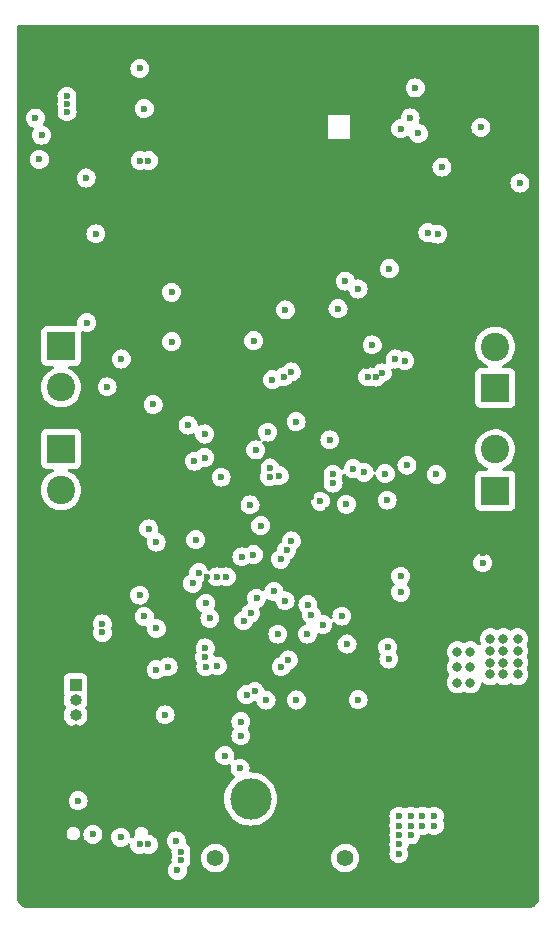
<source format=gbr>
%TF.GenerationSoftware,KiCad,Pcbnew,8.0.4*%
%TF.CreationDate,2024-07-23T16:26:40+02:00*%
%TF.ProjectId,Vertigo Pro PR1,56657274-6967-46f2-9050-726f20505231,DPR1*%
%TF.SameCoordinates,Original*%
%TF.FileFunction,Copper,L2,Inr*%
%TF.FilePolarity,Positive*%
%FSLAX46Y46*%
G04 Gerber Fmt 4.6, Leading zero omitted, Abs format (unit mm)*
G04 Created by KiCad (PCBNEW 8.0.4) date 2024-07-23 16:26:40*
%MOMM*%
%LPD*%
G01*
G04 APERTURE LIST*
%TA.AperFunction,ComponentPad*%
%ADD10C,1.400000*%
%TD*%
%TA.AperFunction,ComponentPad*%
%ADD11C,3.500000*%
%TD*%
%TA.AperFunction,ComponentPad*%
%ADD12R,3.500000X3.500000*%
%TD*%
%TA.AperFunction,ComponentPad*%
%ADD13R,2.400000X2.400000*%
%TD*%
%TA.AperFunction,ComponentPad*%
%ADD14C,2.400000*%
%TD*%
%TA.AperFunction,ComponentPad*%
%ADD15O,1.000000X2.100000*%
%TD*%
%TA.AperFunction,ComponentPad*%
%ADD16O,1.000000X1.600000*%
%TD*%
%TA.AperFunction,HeatsinkPad*%
%ADD17C,0.600000*%
%TD*%
%TA.AperFunction,ComponentPad*%
%ADD18R,1.000000X1.000000*%
%TD*%
%TA.AperFunction,ComponentPad*%
%ADD19O,1.000000X1.000000*%
%TD*%
%TA.AperFunction,ViaPad*%
%ADD20C,0.600000*%
%TD*%
%TA.AperFunction,ViaPad*%
%ADD21C,0.800000*%
%TD*%
G04 APERTURE END LIST*
D10*
%TO.N,*%
%TO.C,BT3*%
X154300000Y-145750000D03*
X143300000Y-145750000D03*
D11*
%TO.N,Net-(BT3-+)*%
X146300000Y-140750000D03*
D12*
%TO.N,AGND*%
X151300000Y-140750000D03*
%TD*%
D13*
%TO.N,VCC*%
%TO.C,J6*%
X167000000Y-105950000D03*
D14*
%TO.N,Net-(J6-Pin_2)*%
X167000000Y-102450000D03*
%TD*%
D13*
%TO.N,VCC*%
%TO.C,J7*%
X167000000Y-114650000D03*
D14*
%TO.N,Net-(J7-Pin_2)*%
X167000000Y-111150000D03*
%TD*%
D13*
%TO.N,VCC*%
%TO.C,J5*%
X130250000Y-102400000D03*
D14*
%TO.N,Net-(J5-Pin_2)*%
X130250000Y-105900000D03*
%TD*%
D15*
%TO.N,AGND*%
%TO.C,J2*%
X129854999Y-143145000D03*
D16*
X129854999Y-147325000D03*
D15*
X138494999Y-143145000D03*
D16*
X138494999Y-147325000D03*
%TD*%
D17*
%TO.N,AGND*%
%TO.C,U3*%
X145700000Y-83760000D03*
X145700000Y-85160000D03*
X146400000Y-83060000D03*
X146400000Y-84460000D03*
X146400000Y-85860000D03*
X147100000Y-83760000D03*
X147100000Y-85160000D03*
X147800000Y-83060000D03*
X147800000Y-84460000D03*
X147800000Y-85860000D03*
X148500000Y-83760000D03*
X148500000Y-85160000D03*
%TD*%
D13*
%TO.N,VCC*%
%TO.C,J4*%
X130250000Y-111100000D03*
D14*
%TO.N,Net-(J4-Pin_2)*%
X130250000Y-114600000D03*
%TD*%
D18*
%TO.N,+3.3V*%
%TO.C,J1*%
X131475000Y-131100000D03*
D19*
%TO.N,/SWDIO*%
X131475000Y-132370001D03*
%TO.N,/SWCLK*%
X131475000Y-133640000D03*
%TO.N,AGND*%
X131475000Y-134910000D03*
%TD*%
D20*
%TO.N,/BATT_U*%
X139050000Y-133627000D03*
X145400000Y-138150000D03*
X144109148Y-137077000D03*
%TO.N,+3.3V*%
X137650000Y-86700000D03*
X149350000Y-119700000D03*
X160850000Y-143000000D03*
X145475000Y-134200000D03*
X158050000Y-95850000D03*
X159850000Y-142200000D03*
X142500000Y-124198008D03*
X154028332Y-125271668D03*
X158850000Y-143000000D03*
X147941337Y-112724407D03*
X146724999Y-111200000D03*
X158850000Y-144600000D03*
X145475000Y-135400000D03*
X151450000Y-125150000D03*
X158850000Y-143800000D03*
X154458367Y-127630733D03*
X139320000Y-129570000D03*
X136925000Y-78900000D03*
X157853894Y-115452680D03*
X136900000Y-123500000D03*
X159850000Y-143000000D03*
X158850000Y-145400000D03*
X146650000Y-131650000D03*
X159000000Y-123250000D03*
X148600000Y-126800000D03*
X139610000Y-102030000D03*
X148725601Y-113376952D03*
X153275680Y-113275680D03*
X160850000Y-142200000D03*
X133750000Y-125925000D03*
X132425000Y-100425000D03*
X133750000Y-126650000D03*
X136950000Y-86700000D03*
X153000000Y-110350000D03*
X161850000Y-143000000D03*
X153275680Y-114013470D03*
X147600000Y-132377680D03*
X162025000Y-113278311D03*
X157700000Y-113200000D03*
X147750000Y-109700000D03*
X142850000Y-125450000D03*
X159850000Y-143800000D03*
X161850000Y-142200000D03*
X158850000Y-142200000D03*
X159000000Y-121900000D03*
%TO.N,/CONTI_C1*%
X137300000Y-125300000D03*
%TO.N,/ALED_PWR*%
X130750000Y-81900000D03*
X130750000Y-81250000D03*
X162500000Y-87250000D03*
X132375000Y-88175000D03*
X130755000Y-82555000D03*
%TO.N,Net-(D8-DIN)*%
X165800000Y-83900000D03*
%TO.N,/IGN_1*%
X141542821Y-112153724D03*
D21*
%TO.N,VCC*%
X164900000Y-128300000D03*
X163800000Y-129600000D03*
X164900000Y-129600000D03*
D20*
X134154692Y-105854692D03*
X140400000Y-145900000D03*
X140000000Y-144300000D03*
X135350000Y-103500000D03*
D21*
X164900000Y-130900000D03*
X163800000Y-130900000D03*
D20*
X128075000Y-83100000D03*
X140100000Y-146800000D03*
D21*
X163800000Y-128300000D03*
D20*
X140400000Y-145200000D03*
%TO.N,/SWDIO*%
X145949200Y-131909556D03*
%TO.N,/BOOT0*%
X155400000Y-132350000D03*
%TO.N,/NRST*%
X151150000Y-124300000D03*
%TO.N,/USB_VBUS_D_CUTOFF*%
X131700000Y-140900000D03*
X137650000Y-144600000D03*
X136900000Y-144600000D03*
%TO.N,/STM_SPI_NSS*%
X142456998Y-127952031D03*
%TO.N,Net-(D9-DIN)*%
X128400000Y-86600000D03*
X128600000Y-84550000D03*
%TO.N,/SWCLK*%
X150171543Y-132371543D03*
%TO.N,/STM_SPI_MISO*%
X142505731Y-129542985D03*
%TO.N,/IGN_2*%
X133200000Y-92900000D03*
%TO.N,/IGN_4*%
X165950000Y-120750000D03*
X151100000Y-126800000D03*
%TO.N,/CONTI_C2*%
X138050000Y-107350000D03*
X149226271Y-123981441D03*
X137671662Y-117875000D03*
%TO.N,/CONTI_C3*%
X148274922Y-123175078D03*
%TO.N,/CONTI_C4*%
X152400000Y-125999997D03*
%TO.N,/STM_ALED*%
X169100000Y-88600000D03*
%TO.N,/ESP_ALED*%
X159800000Y-83090000D03*
%TO.N,AGND*%
X166500000Y-95600000D03*
X169600000Y-146900000D03*
X155450000Y-117800000D03*
X130900000Y-145500000D03*
X136350000Y-136150000D03*
X129900000Y-124000000D03*
X132200000Y-108350000D03*
X130100000Y-75900000D03*
X131400000Y-89400000D03*
X135250000Y-128900000D03*
X151794670Y-121494670D03*
X155200000Y-109775000D03*
X169900000Y-136200000D03*
X147490000Y-89670000D03*
X155050000Y-93000000D03*
X144950000Y-114200000D03*
X151000000Y-87000000D03*
X152400000Y-145350000D03*
X152821836Y-116278164D03*
X128800000Y-75900000D03*
X132300000Y-81900000D03*
X135900000Y-90100000D03*
X130100000Y-117700000D03*
X150900000Y-145350000D03*
X151000000Y-83000000D03*
X153900000Y-141100000D03*
X130100000Y-119900000D03*
X151000000Y-86000000D03*
X132700000Y-114300000D03*
X130600000Y-139687320D03*
X166300000Y-88300000D03*
X149950000Y-80600000D03*
X141750000Y-125100000D03*
X142000000Y-89500000D03*
X136300000Y-105850000D03*
X152200000Y-133300000D03*
X142000000Y-87500000D03*
X135700000Y-123600000D03*
X155500000Y-90050000D03*
X142000000Y-83750000D03*
X155500000Y-86000000D03*
X129500000Y-79300000D03*
X168100000Y-108500000D03*
X159500000Y-130500000D03*
X149350000Y-144200000D03*
X144200000Y-106900000D03*
X150850000Y-133300000D03*
X144500000Y-85750000D03*
X170200000Y-124400000D03*
X155500000Y-88000000D03*
X170200000Y-125400000D03*
X139650000Y-103050000D03*
X129850000Y-141500000D03*
X159550000Y-133750000D03*
X167150000Y-124750000D03*
X154400000Y-117000000D03*
X167853500Y-139900001D03*
X139875000Y-113560202D03*
X155000000Y-82000000D03*
X157825000Y-109775000D03*
X160500000Y-78000000D03*
X147600000Y-97600000D03*
X161800000Y-80900000D03*
X167400000Y-87100000D03*
X170053500Y-139700001D03*
X150850000Y-96400000D03*
X151750000Y-93000000D03*
X136350000Y-134800000D03*
X149350000Y-145350000D03*
X135200000Y-80250000D03*
X130600000Y-140850000D03*
X169800000Y-115900000D03*
X153900000Y-139650000D03*
X167900000Y-92500000D03*
X167500000Y-99500000D03*
X150900000Y-144200000D03*
X133750000Y-148600000D03*
X152400000Y-143100000D03*
X130400000Y-134900000D03*
X154000000Y-82000000D03*
X152000000Y-82000000D03*
X152850000Y-90300000D03*
X130000000Y-92800000D03*
X170000000Y-79500000D03*
X139650000Y-104050000D03*
X147500000Y-87400000D03*
X134100000Y-114300000D03*
X132700000Y-112200000D03*
X132500000Y-134900000D03*
X127400000Y-75900000D03*
X169800000Y-105800000D03*
X170053500Y-140500001D03*
X142500000Y-113476351D03*
X135750000Y-148600000D03*
X151900000Y-136200000D03*
X130900000Y-147300000D03*
X140700000Y-137300000D03*
X162325000Y-89300000D03*
X162253500Y-139400001D03*
X166400000Y-108500000D03*
X153000000Y-82000000D03*
X159653500Y-139400000D03*
X167000000Y-79500000D03*
X133700000Y-81900000D03*
X152300000Y-107762501D03*
X130900000Y-149000000D03*
X155500000Y-84000000D03*
X169800000Y-112900000D03*
X147598000Y-108462680D03*
X152400000Y-144200000D03*
X142000000Y-85750000D03*
X138300000Y-141600000D03*
X134100000Y-110100000D03*
X156900000Y-144150000D03*
X165000000Y-97500000D03*
X144500000Y-80000000D03*
X151000000Y-85000000D03*
X129800000Y-89400000D03*
X130800000Y-108350000D03*
X152000000Y-87000000D03*
X150850000Y-89000000D03*
X166500000Y-97500000D03*
X130300000Y-128900000D03*
X164272320Y-107800000D03*
X134200000Y-79100000D03*
X150900000Y-143100000D03*
X152500000Y-77200000D03*
X135800000Y-96200000D03*
X137850000Y-134800000D03*
X155400000Y-141100000D03*
X168553500Y-141200001D03*
X156650000Y-100000000D03*
X169800000Y-104300000D03*
X169800000Y-108500000D03*
X151000000Y-84000000D03*
X156200000Y-117800000D03*
X156900000Y-139650000D03*
X137500000Y-149000000D03*
X165000000Y-79500000D03*
X155500000Y-87000000D03*
X164500000Y-90600000D03*
X169800000Y-109900000D03*
X134650000Y-136150000D03*
X149350000Y-143100000D03*
X167900000Y-93400000D03*
X156145308Y-104054692D03*
X131500000Y-136000000D03*
X151000000Y-82000000D03*
X149200000Y-96850000D03*
X167853500Y-140700001D03*
X165000000Y-99500000D03*
X130700000Y-88100000D03*
X144500000Y-82000000D03*
X137650000Y-80800000D03*
X153950000Y-93000000D03*
X144500000Y-83750000D03*
X137850000Y-136150000D03*
X162914798Y-90010202D03*
X157900000Y-111900000D03*
X169600000Y-142900000D03*
X145807101Y-109251410D03*
X133050000Y-148600000D03*
X163500000Y-78000000D03*
X160553500Y-139400000D03*
X153000000Y-87000000D03*
X127750000Y-144250000D03*
X155400000Y-139650000D03*
X127650000Y-139700000D03*
X135100000Y-81900000D03*
X132700000Y-110100000D03*
X153900000Y-142650000D03*
X134100000Y-112200000D03*
X150600000Y-93000000D03*
X142000000Y-82000000D03*
X169800000Y-107300000D03*
X158600000Y-110800000D03*
X142000000Y-80000000D03*
X135700000Y-125500000D03*
X163600000Y-82400000D03*
X128450000Y-92800000D03*
X137500000Y-147300000D03*
X156900000Y-142650000D03*
X166350000Y-118150000D03*
X139750000Y-108400000D03*
X155400000Y-142650000D03*
X155500000Y-89000000D03*
X127750000Y-146600000D03*
X167000000Y-84500000D03*
X166000000Y-119950000D03*
X148248008Y-119598008D03*
X155500000Y-85000000D03*
X151375000Y-115175000D03*
X156900000Y-141100000D03*
X127400000Y-77000000D03*
X142628437Y-121928437D03*
X142800000Y-135100000D03*
X127700000Y-141950000D03*
X129400000Y-108350000D03*
X137500000Y-140900000D03*
X157750000Y-122150000D03*
X135900000Y-91600000D03*
X169600000Y-144900000D03*
X147750000Y-80600000D03*
X127800000Y-148900000D03*
X135900000Y-88700000D03*
X157750000Y-123650000D03*
X152500000Y-78000000D03*
X148800000Y-116800000D03*
X166200000Y-85200000D03*
X167000000Y-82000000D03*
X156900000Y-145700000D03*
X159550000Y-134800000D03*
X157750000Y-125150000D03*
X153900000Y-144150000D03*
X169800000Y-114400000D03*
X170000000Y-82000000D03*
X135050000Y-148600000D03*
X169600000Y-148700000D03*
X150850000Y-90000000D03*
X132850000Y-128900000D03*
X156500000Y-109775000D03*
X169353500Y-141200001D03*
X151000000Y-88000000D03*
X161353500Y-139400001D03*
X155500000Y-83000000D03*
X145800000Y-107200000D03*
X155400000Y-144150000D03*
X152000000Y-86000000D03*
X169800000Y-111400000D03*
X144500000Y-89500000D03*
X147250000Y-100250000D03*
X144500000Y-87500000D03*
X134700000Y-91600000D03*
X157800000Y-130500000D03*
X167150000Y-123600000D03*
X130100000Y-118800000D03*
X142800000Y-137300000D03*
X143520307Y-119300000D03*
X133300000Y-84600000D03*
X152850000Y-93000000D03*
%TO.N,/ESP_I2C_SDA*%
X145700000Y-125650000D03*
X154400000Y-115800000D03*
X152200000Y-115550000D03*
X143450000Y-121950000D03*
X153696875Y-99246875D03*
X155396875Y-97574320D03*
X148149999Y-105247320D03*
%TO.N,/DVDD_1V5*%
X149750000Y-104600000D03*
X149120185Y-105009177D03*
%TO.N,/CAM_RESET*%
X159350000Y-103650000D03*
%TO.N,/CAM_PWDN*%
X156600000Y-102300000D03*
%TO.N,/ESP_I2C_SCL*%
X150150000Y-108800000D03*
X154315000Y-96900000D03*
X146300000Y-125025000D03*
X146550000Y-101950000D03*
X154975000Y-112787788D03*
X149754442Y-118900000D03*
X144250000Y-121950000D03*
%TO.N,Net-(U3-IO3)*%
X139600000Y-97850000D03*
%TO.N,/ESP_UART_TX*%
X162130948Y-92930948D03*
X158000000Y-128900000D03*
X148887411Y-129562589D03*
X160250000Y-80550000D03*
%TO.N,/IGN_3*%
X146800000Y-123750000D03*
%TO.N,/ULN_3V3*%
X147151992Y-117600000D03*
X145550000Y-120250000D03*
X146250000Y-115850000D03*
X147898187Y-113470483D03*
%TO.N,Net-(D1-A)*%
X138296662Y-119000000D03*
X141000000Y-109100000D03*
%TO.N,Net-(D6-A)*%
X159533883Y-112500001D03*
%TO.N,Net-(J2-CC2)*%
X135300000Y-144000000D03*
%TO.N,Net-(J2-CC1)*%
X132950000Y-143750000D03*
%TO.N,/ESP_UART_RX*%
X161300000Y-92800000D03*
X149503629Y-128983004D03*
X160500000Y-84400000D03*
X157900000Y-127900000D03*
%TO.N,/AVDD_2V8*%
X158550000Y-103500000D03*
X156200000Y-105000000D03*
X157450000Y-104672320D03*
X149250001Y-99350001D03*
X156900000Y-105025000D03*
%TO.N,/ESP_EN*%
X137300000Y-82300000D03*
%TO.N,/IO0*%
X159000000Y-84000000D03*
D21*
%TO.N,Net-(BT3-+)*%
X167700000Y-128200000D03*
X167700000Y-129200000D03*
X167700000Y-130200000D03*
X168900000Y-130200000D03*
X166600000Y-128200000D03*
X166600000Y-130200000D03*
X166600000Y-127200000D03*
X168900000Y-129200000D03*
X166600000Y-129200000D03*
X168900000Y-128200000D03*
X168900000Y-127200000D03*
X167700000Y-127200000D03*
D20*
%TO.N,Net-(D2-A)*%
X155900000Y-113100000D03*
%TO.N,/STM_SPI_SCK*%
X142400000Y-128750000D03*
%TO.N,/STM_SPI_MOSI*%
X143485140Y-129485140D03*
%TO.N,/STM_UART2_RX*%
X146541030Y-120058970D03*
X141901320Y-121600000D03*
X143800000Y-113500000D03*
X138310190Y-126310190D03*
X141647602Y-118800000D03*
%TO.N,/STM_UART2_TX*%
X142400000Y-109850000D03*
X148843877Y-120459992D03*
X138300000Y-129800000D03*
X141400000Y-122500000D03*
X142400000Y-111850000D03*
%TD*%
%TA.AperFunction,Conductor*%
%TO.N,AGND*%
G36*
X170692539Y-75269685D02*
G01*
X170738294Y-75322489D01*
X170749500Y-75374000D01*
X170749500Y-148994586D01*
X170749028Y-149005394D01*
X170735260Y-149162753D01*
X170731507Y-149184038D01*
X170692030Y-149331369D01*
X170684637Y-149351681D01*
X170620177Y-149489915D01*
X170609370Y-149508633D01*
X170521880Y-149633582D01*
X170507986Y-149650140D01*
X170400140Y-149757986D01*
X170383582Y-149771880D01*
X170258633Y-149859370D01*
X170239915Y-149870177D01*
X170101681Y-149934637D01*
X170081369Y-149942030D01*
X169934038Y-149981507D01*
X169912753Y-149985260D01*
X169755395Y-149999028D01*
X169744587Y-149999500D01*
X127505413Y-149999500D01*
X127494605Y-149999028D01*
X127337246Y-149985260D01*
X127315961Y-149981507D01*
X127168630Y-149942030D01*
X127148318Y-149934637D01*
X127010084Y-149870177D01*
X126991366Y-149859370D01*
X126866417Y-149771880D01*
X126849859Y-149757986D01*
X126742013Y-149650140D01*
X126728119Y-149633582D01*
X126640629Y-149508633D01*
X126629822Y-149489915D01*
X126565362Y-149351681D01*
X126557969Y-149331369D01*
X126518492Y-149184038D01*
X126514739Y-149162752D01*
X126500972Y-149005393D01*
X126500500Y-148994586D01*
X126500500Y-143599234D01*
X130709499Y-143599234D01*
X130709499Y-143750766D01*
X130724182Y-143805565D01*
X130748718Y-143897136D01*
X130779516Y-143950478D01*
X130824484Y-144028365D01*
X130931634Y-144135515D01*
X131062864Y-144211281D01*
X131209233Y-144250500D01*
X131209235Y-144250500D01*
X131360763Y-144250500D01*
X131360765Y-144250500D01*
X131507134Y-144211281D01*
X131638364Y-144135515D01*
X131745514Y-144028365D01*
X131821280Y-143897135D01*
X131860499Y-143750766D01*
X131860499Y-143749996D01*
X132144435Y-143749996D01*
X132144435Y-143750003D01*
X132164630Y-143929249D01*
X132164631Y-143929254D01*
X132224211Y-144099523D01*
X132294433Y-144211280D01*
X132320184Y-144252262D01*
X132447738Y-144379816D01*
X132600478Y-144475789D01*
X132706241Y-144512797D01*
X132770745Y-144535368D01*
X132770750Y-144535369D01*
X132949996Y-144555565D01*
X132950000Y-144555565D01*
X132950004Y-144555565D01*
X133129249Y-144535369D01*
X133129252Y-144535368D01*
X133129255Y-144535368D01*
X133299522Y-144475789D01*
X133452262Y-144379816D01*
X133579816Y-144252262D01*
X133675789Y-144099522D01*
X133710615Y-143999996D01*
X134494435Y-143999996D01*
X134494435Y-144000003D01*
X134514630Y-144179249D01*
X134514631Y-144179254D01*
X134574211Y-144349523D01*
X134624662Y-144429815D01*
X134670184Y-144502262D01*
X134797738Y-144629816D01*
X134888080Y-144686582D01*
X134920707Y-144707083D01*
X134950478Y-144725789D01*
X135103258Y-144779249D01*
X135120745Y-144785368D01*
X135120750Y-144785369D01*
X135299996Y-144805565D01*
X135300000Y-144805565D01*
X135300004Y-144805565D01*
X135479249Y-144785369D01*
X135479252Y-144785368D01*
X135479255Y-144785368D01*
X135649522Y-144725789D01*
X135802262Y-144629816D01*
X135885798Y-144546279D01*
X135947117Y-144512797D01*
X136016809Y-144517781D01*
X136072743Y-144559652D01*
X136096696Y-144620079D01*
X136114630Y-144779250D01*
X136114631Y-144779254D01*
X136174211Y-144949523D01*
X136270184Y-145102262D01*
X136397738Y-145229816D01*
X136488080Y-145286582D01*
X136532449Y-145314461D01*
X136550478Y-145325789D01*
X136703258Y-145379249D01*
X136720745Y-145385368D01*
X136720750Y-145385369D01*
X136899996Y-145405565D01*
X136900000Y-145405565D01*
X136900004Y-145405565D01*
X137079249Y-145385369D01*
X137079251Y-145385368D01*
X137079255Y-145385368D01*
X137079258Y-145385366D01*
X137079262Y-145385366D01*
X137234045Y-145331205D01*
X137303824Y-145327643D01*
X137315955Y-145331205D01*
X137470737Y-145385366D01*
X137470743Y-145385367D01*
X137470745Y-145385368D01*
X137470746Y-145385368D01*
X137470750Y-145385369D01*
X137649996Y-145405565D01*
X137650000Y-145405565D01*
X137650004Y-145405565D01*
X137829249Y-145385369D01*
X137829252Y-145385368D01*
X137829255Y-145385368D01*
X137999522Y-145325789D01*
X138152262Y-145229816D01*
X138279816Y-145102262D01*
X138375789Y-144949522D01*
X138435368Y-144779255D01*
X138441392Y-144725789D01*
X138455565Y-144600003D01*
X138455565Y-144599996D01*
X138435369Y-144420750D01*
X138435368Y-144420745D01*
X138393909Y-144302262D01*
X138393116Y-144299996D01*
X139194435Y-144299996D01*
X139194435Y-144300003D01*
X139214630Y-144479249D01*
X139214631Y-144479254D01*
X139274211Y-144649523D01*
X139355727Y-144779254D01*
X139370184Y-144802262D01*
X139497738Y-144929816D01*
X139539561Y-144956095D01*
X139550498Y-144962967D01*
X139596790Y-145015301D01*
X139607747Y-145081844D01*
X139594435Y-145199996D01*
X139594435Y-145200003D01*
X139614630Y-145379249D01*
X139614632Y-145379257D01*
X139660047Y-145509046D01*
X139663608Y-145578825D01*
X139660047Y-145590954D01*
X139614632Y-145720742D01*
X139614630Y-145720750D01*
X139594435Y-145899996D01*
X139594435Y-145900003D01*
X139615411Y-146086175D01*
X139612353Y-146086519D01*
X139608747Y-146142784D01*
X139579930Y-146187992D01*
X139470183Y-146297739D01*
X139374211Y-146450476D01*
X139314631Y-146620745D01*
X139314630Y-146620750D01*
X139294435Y-146799996D01*
X139294435Y-146800003D01*
X139314630Y-146979249D01*
X139314631Y-146979254D01*
X139374211Y-147149523D01*
X139470184Y-147302262D01*
X139597738Y-147429816D01*
X139750478Y-147525789D01*
X139920745Y-147585368D01*
X139920750Y-147585369D01*
X140099996Y-147605565D01*
X140100000Y-147605565D01*
X140100004Y-147605565D01*
X140279249Y-147585369D01*
X140279252Y-147585368D01*
X140279255Y-147585368D01*
X140449522Y-147525789D01*
X140602262Y-147429816D01*
X140729816Y-147302262D01*
X140825789Y-147149522D01*
X140885368Y-146979255D01*
X140893214Y-146909618D01*
X140905565Y-146800003D01*
X140905565Y-146799996D01*
X140884589Y-146613825D01*
X140887726Y-146613471D01*
X140891093Y-146557654D01*
X140920070Y-146512008D01*
X141029816Y-146402262D01*
X141125789Y-146249522D01*
X141185368Y-146079255D01*
X141185369Y-146079249D01*
X141205565Y-145900003D01*
X141205565Y-145899996D01*
X141188665Y-145749999D01*
X142094357Y-145749999D01*
X142094357Y-145750000D01*
X142114884Y-145971535D01*
X142114885Y-145971537D01*
X142175769Y-146185523D01*
X142175775Y-146185538D01*
X142274938Y-146384683D01*
X142274943Y-146384691D01*
X142409020Y-146562238D01*
X142573437Y-146712123D01*
X142573439Y-146712125D01*
X142762595Y-146829245D01*
X142762596Y-146829245D01*
X142762599Y-146829247D01*
X142970060Y-146909618D01*
X143188757Y-146950500D01*
X143188759Y-146950500D01*
X143411241Y-146950500D01*
X143411243Y-146950500D01*
X143629940Y-146909618D01*
X143837401Y-146829247D01*
X144026562Y-146712124D01*
X144190981Y-146562236D01*
X144325058Y-146384689D01*
X144424229Y-146185528D01*
X144485115Y-145971536D01*
X144505643Y-145750000D01*
X144505643Y-145749999D01*
X153094357Y-145749999D01*
X153094357Y-145750000D01*
X153114884Y-145971535D01*
X153114885Y-145971537D01*
X153175769Y-146185523D01*
X153175775Y-146185538D01*
X153274938Y-146384683D01*
X153274943Y-146384691D01*
X153409020Y-146562238D01*
X153573437Y-146712123D01*
X153573439Y-146712125D01*
X153762595Y-146829245D01*
X153762596Y-146829245D01*
X153762599Y-146829247D01*
X153970060Y-146909618D01*
X154188757Y-146950500D01*
X154188759Y-146950500D01*
X154411241Y-146950500D01*
X154411243Y-146950500D01*
X154629940Y-146909618D01*
X154837401Y-146829247D01*
X155026562Y-146712124D01*
X155190981Y-146562236D01*
X155325058Y-146384689D01*
X155424229Y-146185528D01*
X155485115Y-145971536D01*
X155505643Y-145750000D01*
X155502931Y-145720737D01*
X155485115Y-145528464D01*
X155485114Y-145528462D01*
X155479589Y-145509045D01*
X155424229Y-145314472D01*
X155421893Y-145309780D01*
X155325061Y-145115316D01*
X155325056Y-145115308D01*
X155190979Y-144937761D01*
X155026562Y-144787876D01*
X155026560Y-144787874D01*
X154837404Y-144670754D01*
X154837398Y-144670752D01*
X154629940Y-144590382D01*
X154411243Y-144549500D01*
X154188757Y-144549500D01*
X153970060Y-144590382D01*
X153868267Y-144629817D01*
X153762601Y-144670752D01*
X153762595Y-144670754D01*
X153573439Y-144787874D01*
X153573437Y-144787876D01*
X153409020Y-144937761D01*
X153274943Y-145115308D01*
X153274938Y-145115316D01*
X153175775Y-145314461D01*
X153175769Y-145314476D01*
X153114885Y-145528462D01*
X153114884Y-145528464D01*
X153094357Y-145749999D01*
X144505643Y-145749999D01*
X144502931Y-145720737D01*
X144485115Y-145528464D01*
X144485114Y-145528462D01*
X144479589Y-145509045D01*
X144424229Y-145314472D01*
X144421893Y-145309780D01*
X144325061Y-145115316D01*
X144325056Y-145115308D01*
X144190979Y-144937761D01*
X144026562Y-144787876D01*
X144026560Y-144787874D01*
X143837404Y-144670754D01*
X143837398Y-144670752D01*
X143629940Y-144590382D01*
X143411243Y-144549500D01*
X143188757Y-144549500D01*
X142970060Y-144590382D01*
X142868267Y-144629817D01*
X142762601Y-144670752D01*
X142762595Y-144670754D01*
X142573439Y-144787874D01*
X142573437Y-144787876D01*
X142409020Y-144937761D01*
X142274943Y-145115308D01*
X142274938Y-145115316D01*
X142175775Y-145314461D01*
X142175769Y-145314476D01*
X142114885Y-145528462D01*
X142114884Y-145528464D01*
X142094357Y-145749999D01*
X141188665Y-145749999D01*
X141185369Y-145720750D01*
X141185366Y-145720737D01*
X141139953Y-145590955D01*
X141136391Y-145521176D01*
X141139953Y-145509045D01*
X141185366Y-145379262D01*
X141185369Y-145379249D01*
X141205565Y-145200003D01*
X141205565Y-145199996D01*
X141185369Y-145020750D01*
X141185368Y-145020745D01*
X141163008Y-144956844D01*
X141125789Y-144850478D01*
X141029816Y-144697738D01*
X140902262Y-144570184D01*
X140849498Y-144537030D01*
X140803209Y-144484698D01*
X140792252Y-144418154D01*
X140805565Y-144300002D01*
X140805565Y-144299996D01*
X140785369Y-144120750D01*
X140785368Y-144120745D01*
X140777942Y-144099522D01*
X140725789Y-143950478D01*
X140629816Y-143797738D01*
X140502262Y-143670184D01*
X140470897Y-143650476D01*
X140349523Y-143574211D01*
X140179254Y-143514631D01*
X140179249Y-143514630D01*
X140000004Y-143494435D01*
X139999996Y-143494435D01*
X139820750Y-143514630D01*
X139820745Y-143514631D01*
X139650476Y-143574211D01*
X139497737Y-143670184D01*
X139370184Y-143797737D01*
X139274211Y-143950476D01*
X139214631Y-144120745D01*
X139214630Y-144120750D01*
X139194435Y-144299996D01*
X138393116Y-144299996D01*
X138375789Y-144250478D01*
X138279816Y-144097738D01*
X138152262Y-143970184D01*
X138087124Y-143929255D01*
X137999523Y-143874211D01*
X137829254Y-143814631D01*
X137829249Y-143814630D01*
X137750616Y-143805771D01*
X137686202Y-143778705D01*
X137646646Y-143721110D01*
X137640499Y-143682551D01*
X137640499Y-143599236D01*
X137640499Y-143599234D01*
X137601280Y-143452865D01*
X137596107Y-143443906D01*
X137570758Y-143400000D01*
X137525514Y-143321635D01*
X137418364Y-143214485D01*
X137352749Y-143176602D01*
X137287135Y-143138719D01*
X137213949Y-143119109D01*
X137140765Y-143099500D01*
X136989233Y-143099500D01*
X136842862Y-143138719D01*
X136711634Y-143214485D01*
X136711631Y-143214487D01*
X136604486Y-143321632D01*
X136604484Y-143321635D01*
X136528718Y-143452863D01*
X136489499Y-143599234D01*
X136489499Y-143750767D01*
X136502910Y-143800819D01*
X136501247Y-143870669D01*
X136462083Y-143928531D01*
X136449109Y-143937904D01*
X136397741Y-143970181D01*
X136314204Y-144053718D01*
X136252880Y-144087202D01*
X136183189Y-144082218D01*
X136127255Y-144040346D01*
X136103303Y-143979919D01*
X136085369Y-143820750D01*
X136085368Y-143820745D01*
X136077320Y-143797746D01*
X136025789Y-143650478D01*
X136007106Y-143620745D01*
X135977867Y-143574211D01*
X135929816Y-143497738D01*
X135802262Y-143370184D01*
X135724997Y-143321635D01*
X135649523Y-143274211D01*
X135479254Y-143214631D01*
X135479249Y-143214630D01*
X135300004Y-143194435D01*
X135299996Y-143194435D01*
X135120750Y-143214630D01*
X135120745Y-143214631D01*
X134950476Y-143274211D01*
X134797737Y-143370184D01*
X134670184Y-143497737D01*
X134574211Y-143650476D01*
X134514631Y-143820745D01*
X134514630Y-143820750D01*
X134494435Y-143999996D01*
X133710615Y-143999996D01*
X133735368Y-143929255D01*
X133738987Y-143897135D01*
X133755565Y-143750003D01*
X133755565Y-143749996D01*
X133735369Y-143570750D01*
X133735368Y-143570745D01*
X133715733Y-143514631D01*
X133675789Y-143400478D01*
X133579816Y-143247738D01*
X133452262Y-143120184D01*
X133419344Y-143099500D01*
X133299523Y-143024211D01*
X133129254Y-142964631D01*
X133129249Y-142964630D01*
X132950004Y-142944435D01*
X132949996Y-142944435D01*
X132770750Y-142964630D01*
X132770745Y-142964631D01*
X132600476Y-143024211D01*
X132447737Y-143120184D01*
X132320184Y-143247737D01*
X132224211Y-143400476D01*
X132164631Y-143570745D01*
X132164630Y-143570750D01*
X132144435Y-143749996D01*
X131860499Y-143749996D01*
X131860499Y-143599234D01*
X131821280Y-143452865D01*
X131816107Y-143443906D01*
X131790758Y-143400000D01*
X131745514Y-143321635D01*
X131638364Y-143214485D01*
X131572749Y-143176602D01*
X131507135Y-143138719D01*
X131433949Y-143119109D01*
X131360765Y-143099500D01*
X131209233Y-143099500D01*
X131062862Y-143138719D01*
X130931634Y-143214485D01*
X130931631Y-143214487D01*
X130824486Y-143321632D01*
X130824484Y-143321635D01*
X130748718Y-143452863D01*
X130717131Y-143570750D01*
X130709499Y-143599234D01*
X126500500Y-143599234D01*
X126500500Y-140899996D01*
X130894435Y-140899996D01*
X130894435Y-140900003D01*
X130914630Y-141079249D01*
X130914631Y-141079254D01*
X130974211Y-141249523D01*
X131027117Y-141333722D01*
X131070184Y-141402262D01*
X131197738Y-141529816D01*
X131259720Y-141568762D01*
X131330251Y-141613080D01*
X131350478Y-141625789D01*
X131520745Y-141685368D01*
X131520750Y-141685369D01*
X131699996Y-141705565D01*
X131700000Y-141705565D01*
X131700004Y-141705565D01*
X131879249Y-141685369D01*
X131879252Y-141685368D01*
X131879255Y-141685368D01*
X132049522Y-141625789D01*
X132202262Y-141529816D01*
X132329816Y-141402262D01*
X132425789Y-141249522D01*
X132485368Y-141079255D01*
X132485369Y-141079249D01*
X132505565Y-140900003D01*
X132505565Y-140899996D01*
X132485369Y-140720750D01*
X132485368Y-140720745D01*
X132425788Y-140550476D01*
X132329815Y-140397737D01*
X132202262Y-140270184D01*
X132049523Y-140174211D01*
X131879254Y-140114631D01*
X131879249Y-140114630D01*
X131700004Y-140094435D01*
X131699996Y-140094435D01*
X131520750Y-140114630D01*
X131520745Y-140114631D01*
X131350476Y-140174211D01*
X131197737Y-140270184D01*
X131070184Y-140397737D01*
X130974211Y-140550476D01*
X130914631Y-140720745D01*
X130914630Y-140720750D01*
X130894435Y-140899996D01*
X126500500Y-140899996D01*
X126500500Y-137076996D01*
X143303583Y-137076996D01*
X143303583Y-137077003D01*
X143323778Y-137256249D01*
X143323779Y-137256254D01*
X143383359Y-137426523D01*
X143442211Y-137520184D01*
X143479332Y-137579262D01*
X143606886Y-137706816D01*
X143759626Y-137802789D01*
X143929887Y-137862366D01*
X143929893Y-137862368D01*
X143929898Y-137862369D01*
X144109144Y-137882565D01*
X144109148Y-137882565D01*
X144109152Y-137882565D01*
X144288397Y-137862369D01*
X144288399Y-137862368D01*
X144288403Y-137862368D01*
X144288406Y-137862366D01*
X144288410Y-137862366D01*
X144460322Y-137802211D01*
X144530101Y-137798649D01*
X144590728Y-137833377D01*
X144622956Y-137895370D01*
X144618319Y-137960204D01*
X144614634Y-137970735D01*
X144614630Y-137970750D01*
X144594435Y-138149996D01*
X144594435Y-138150003D01*
X144614630Y-138329249D01*
X144614631Y-138329254D01*
X144674211Y-138499523D01*
X144770184Y-138652262D01*
X144897737Y-138779815D01*
X144903184Y-138784159D01*
X144901657Y-138786073D01*
X144940395Y-138829852D01*
X144951057Y-138898903D01*
X144922693Y-138962757D01*
X144909901Y-138975760D01*
X144705241Y-139155241D01*
X144510728Y-139377041D01*
X144346828Y-139622334D01*
X144216349Y-139886919D01*
X144121521Y-140166269D01*
X144121518Y-140166283D01*
X144063968Y-140455609D01*
X144063964Y-140455636D01*
X144044671Y-140749992D01*
X144044671Y-140750007D01*
X144063964Y-141044363D01*
X144063965Y-141044373D01*
X144063966Y-141044380D01*
X144063968Y-141044390D01*
X144121518Y-141333716D01*
X144121521Y-141333730D01*
X144216349Y-141613080D01*
X144346825Y-141877660D01*
X144346829Y-141877667D01*
X144510725Y-142122955D01*
X144705241Y-142344758D01*
X144927044Y-142539274D01*
X145017927Y-142600000D01*
X145172335Y-142703172D01*
X145436923Y-142833652D01*
X145716278Y-142928481D01*
X146005620Y-142986034D01*
X146033888Y-142987886D01*
X146299993Y-143005329D01*
X146300000Y-143005329D01*
X146300007Y-143005329D01*
X146535675Y-142989881D01*
X146594380Y-142986034D01*
X146883722Y-142928481D01*
X147163077Y-142833652D01*
X147427665Y-142703172D01*
X147672957Y-142539273D01*
X147894758Y-142344758D01*
X148021711Y-142199996D01*
X158044435Y-142199996D01*
X158044435Y-142200003D01*
X158064630Y-142379249D01*
X158064633Y-142379262D01*
X158126510Y-142556094D01*
X158124364Y-142556844D01*
X158133962Y-142615144D01*
X158125609Y-142643590D01*
X158126510Y-142643906D01*
X158064633Y-142820737D01*
X158064630Y-142820750D01*
X158044435Y-142999996D01*
X158044435Y-143000003D01*
X158064630Y-143179249D01*
X158064633Y-143179262D01*
X158126510Y-143356094D01*
X158124364Y-143356844D01*
X158133962Y-143415144D01*
X158125609Y-143443590D01*
X158126510Y-143443906D01*
X158064633Y-143620737D01*
X158064630Y-143620750D01*
X158044435Y-143799996D01*
X158044435Y-143800003D01*
X158064630Y-143979249D01*
X158064633Y-143979262D01*
X158126510Y-144156094D01*
X158124364Y-144156844D01*
X158133962Y-144215144D01*
X158125609Y-144243590D01*
X158126510Y-144243906D01*
X158064633Y-144420737D01*
X158064630Y-144420750D01*
X158044435Y-144599996D01*
X158044435Y-144600003D01*
X158064630Y-144779249D01*
X158064633Y-144779262D01*
X158126510Y-144956094D01*
X158124364Y-144956844D01*
X158133962Y-145015144D01*
X158125609Y-145043590D01*
X158126510Y-145043906D01*
X158064633Y-145220737D01*
X158064630Y-145220750D01*
X158044435Y-145399996D01*
X158044435Y-145400003D01*
X158064630Y-145579249D01*
X158064631Y-145579254D01*
X158124211Y-145749523D01*
X158124511Y-145750000D01*
X158220184Y-145902262D01*
X158347738Y-146029816D01*
X158500478Y-146125789D01*
X158555646Y-146145093D01*
X158670745Y-146185368D01*
X158670750Y-146185369D01*
X158849996Y-146205565D01*
X158850000Y-146205565D01*
X158850004Y-146205565D01*
X159029249Y-146185369D01*
X159029252Y-146185368D01*
X159029255Y-146185368D01*
X159199522Y-146125789D01*
X159352262Y-146029816D01*
X159479816Y-145902262D01*
X159575789Y-145749522D01*
X159635368Y-145579255D01*
X159635369Y-145579249D01*
X159655565Y-145400003D01*
X159655565Y-145399996D01*
X159635369Y-145220750D01*
X159635366Y-145220737D01*
X159573489Y-145043905D01*
X159575637Y-145043153D01*
X159566035Y-144984872D01*
X159574392Y-144956411D01*
X159573489Y-144956095D01*
X159635366Y-144779262D01*
X159635369Y-144779249D01*
X159643500Y-144707083D01*
X159670566Y-144642669D01*
X159728161Y-144603114D01*
X159780604Y-144597746D01*
X159849998Y-144605565D01*
X159850000Y-144605565D01*
X159850004Y-144605565D01*
X160029249Y-144585369D01*
X160029252Y-144585368D01*
X160029255Y-144585368D01*
X160199522Y-144525789D01*
X160352262Y-144429816D01*
X160479816Y-144302262D01*
X160575789Y-144149522D01*
X160635368Y-143979255D01*
X160636391Y-143970181D01*
X160643500Y-143907083D01*
X160670566Y-143842669D01*
X160728161Y-143803114D01*
X160780604Y-143797746D01*
X160849998Y-143805565D01*
X160850000Y-143805565D01*
X160850004Y-143805565D01*
X161029249Y-143785369D01*
X161029252Y-143785368D01*
X161029255Y-143785368D01*
X161199522Y-143725789D01*
X161284027Y-143672691D01*
X161351264Y-143653690D01*
X161415973Y-143672691D01*
X161500475Y-143725788D01*
X161670745Y-143785368D01*
X161670750Y-143785369D01*
X161849996Y-143805565D01*
X161850000Y-143805565D01*
X161850004Y-143805565D01*
X162029249Y-143785369D01*
X162029252Y-143785368D01*
X162029255Y-143785368D01*
X162199522Y-143725789D01*
X162352262Y-143629816D01*
X162479816Y-143502262D01*
X162575789Y-143349522D01*
X162635368Y-143179255D01*
X162635369Y-143179249D01*
X162655565Y-143000003D01*
X162655565Y-142999996D01*
X162635369Y-142820750D01*
X162635366Y-142820737D01*
X162573489Y-142643905D01*
X162575637Y-142643153D01*
X162566035Y-142584872D01*
X162574392Y-142556411D01*
X162573489Y-142556095D01*
X162635366Y-142379262D01*
X162635369Y-142379249D01*
X162655565Y-142200003D01*
X162655565Y-142199996D01*
X162635369Y-142020750D01*
X162635368Y-142020745D01*
X162575788Y-141850476D01*
X162479815Y-141697737D01*
X162352262Y-141570184D01*
X162199523Y-141474211D01*
X162029254Y-141414631D01*
X162029249Y-141414630D01*
X161850004Y-141394435D01*
X161849996Y-141394435D01*
X161670750Y-141414630D01*
X161670737Y-141414633D01*
X161500479Y-141474209D01*
X161415971Y-141527309D01*
X161348734Y-141546309D01*
X161284029Y-141527309D01*
X161199520Y-141474209D01*
X161029262Y-141414633D01*
X161029249Y-141414630D01*
X160850004Y-141394435D01*
X160849996Y-141394435D01*
X160670750Y-141414630D01*
X160670737Y-141414633D01*
X160500479Y-141474209D01*
X160415971Y-141527309D01*
X160348734Y-141546309D01*
X160284029Y-141527309D01*
X160199520Y-141474209D01*
X160029262Y-141414633D01*
X160029249Y-141414630D01*
X159850004Y-141394435D01*
X159849996Y-141394435D01*
X159670750Y-141414630D01*
X159670737Y-141414633D01*
X159500479Y-141474209D01*
X159415971Y-141527309D01*
X159348734Y-141546309D01*
X159284029Y-141527309D01*
X159199520Y-141474209D01*
X159029262Y-141414633D01*
X159029249Y-141414630D01*
X158850004Y-141394435D01*
X158849996Y-141394435D01*
X158670750Y-141414630D01*
X158670745Y-141414631D01*
X158500476Y-141474211D01*
X158347737Y-141570184D01*
X158220184Y-141697737D01*
X158124211Y-141850476D01*
X158064631Y-142020745D01*
X158064630Y-142020750D01*
X158044435Y-142199996D01*
X148021711Y-142199996D01*
X148089273Y-142122957D01*
X148253172Y-141877665D01*
X148383652Y-141613077D01*
X148478481Y-141333722D01*
X148536034Y-141044380D01*
X148555329Y-140750000D01*
X148555329Y-140749992D01*
X148536035Y-140455636D01*
X148536034Y-140455620D01*
X148478481Y-140166278D01*
X148383652Y-139886923D01*
X148253172Y-139622336D01*
X148089273Y-139377043D01*
X148046655Y-139328447D01*
X147894758Y-139155241D01*
X147672955Y-138960725D01*
X147427667Y-138796829D01*
X147427660Y-138796825D01*
X147163080Y-138666349D01*
X146883730Y-138571521D01*
X146883724Y-138571519D01*
X146883722Y-138571519D01*
X146594380Y-138513966D01*
X146594373Y-138513965D01*
X146594363Y-138513964D01*
X146295950Y-138494405D01*
X146296051Y-138492851D01*
X146235210Y-138474986D01*
X146189455Y-138422182D01*
X146179511Y-138353024D01*
X146185206Y-138329721D01*
X146185366Y-138329262D01*
X146185369Y-138329249D01*
X146205565Y-138150003D01*
X146205565Y-138149996D01*
X146185369Y-137970750D01*
X146185368Y-137970745D01*
X146154512Y-137882565D01*
X146125789Y-137800478D01*
X146029816Y-137647738D01*
X145902262Y-137520184D01*
X145749523Y-137424211D01*
X145579254Y-137364631D01*
X145579249Y-137364630D01*
X145400004Y-137344435D01*
X145399996Y-137344435D01*
X145220750Y-137364630D01*
X145220742Y-137364632D01*
X145048824Y-137424789D01*
X144979046Y-137428350D01*
X144918418Y-137393621D01*
X144886191Y-137331628D01*
X144890829Y-137266789D01*
X144894516Y-137256255D01*
X144914713Y-137077000D01*
X144894516Y-136897745D01*
X144834937Y-136727478D01*
X144738964Y-136574738D01*
X144611410Y-136447184D01*
X144458671Y-136351211D01*
X144288402Y-136291631D01*
X144288397Y-136291630D01*
X144109152Y-136271435D01*
X144109144Y-136271435D01*
X143929898Y-136291630D01*
X143929893Y-136291631D01*
X143759624Y-136351211D01*
X143606885Y-136447184D01*
X143479332Y-136574737D01*
X143383359Y-136727476D01*
X143323779Y-136897745D01*
X143323778Y-136897750D01*
X143303583Y-137076996D01*
X126500500Y-137076996D01*
X126500500Y-132370001D01*
X130469659Y-132370001D01*
X130488975Y-132566130D01*
X130488976Y-132566133D01*
X130535974Y-132721065D01*
X130546188Y-132754734D01*
X130639086Y-132928533D01*
X130642473Y-132933602D01*
X130640832Y-132934698D01*
X130664594Y-132990639D01*
X130652805Y-133059507D01*
X130642109Y-133076157D01*
X130642473Y-133076400D01*
X130639085Y-133081468D01*
X130546188Y-133255267D01*
X130488975Y-133443870D01*
X130469659Y-133640000D01*
X130488975Y-133836129D01*
X130488976Y-133836132D01*
X130531563Y-133976523D01*
X130546188Y-134024733D01*
X130639086Y-134198532D01*
X130639090Y-134198539D01*
X130764116Y-134350883D01*
X130916460Y-134475909D01*
X130916467Y-134475913D01*
X131090266Y-134568811D01*
X131090269Y-134568811D01*
X131090273Y-134568814D01*
X131278868Y-134626024D01*
X131475000Y-134645341D01*
X131671132Y-134626024D01*
X131859727Y-134568814D01*
X132033538Y-134475910D01*
X132185883Y-134350883D01*
X132310910Y-134198538D01*
X132403814Y-134024727D01*
X132461024Y-133836132D01*
X132480341Y-133640000D01*
X132479060Y-133626996D01*
X138244435Y-133626996D01*
X138244435Y-133627003D01*
X138264630Y-133806249D01*
X138264631Y-133806254D01*
X138324211Y-133976523D01*
X138351998Y-134020745D01*
X138420184Y-134129262D01*
X138547738Y-134256816D01*
X138638080Y-134313582D01*
X138697444Y-134350883D01*
X138700478Y-134352789D01*
X138870745Y-134412368D01*
X138870750Y-134412369D01*
X139049996Y-134432565D01*
X139050000Y-134432565D01*
X139050004Y-134432565D01*
X139229249Y-134412369D01*
X139229252Y-134412368D01*
X139229255Y-134412368D01*
X139399522Y-134352789D01*
X139552262Y-134256816D01*
X139609082Y-134199996D01*
X144669435Y-134199996D01*
X144669435Y-134200003D01*
X144689630Y-134379249D01*
X144689631Y-134379254D01*
X144749211Y-134549523D01*
X144845184Y-134702262D01*
X144855241Y-134712319D01*
X144888726Y-134773642D01*
X144883742Y-134843334D01*
X144855241Y-134887681D01*
X144845184Y-134897737D01*
X144749211Y-135050476D01*
X144689631Y-135220745D01*
X144689630Y-135220750D01*
X144669435Y-135399996D01*
X144669435Y-135400003D01*
X144689630Y-135579249D01*
X144689631Y-135579254D01*
X144749211Y-135749523D01*
X144845184Y-135902262D01*
X144972738Y-136029816D01*
X145125478Y-136125789D01*
X145295745Y-136185368D01*
X145295750Y-136185369D01*
X145474996Y-136205565D01*
X145475000Y-136205565D01*
X145475004Y-136205565D01*
X145654249Y-136185369D01*
X145654252Y-136185368D01*
X145654255Y-136185368D01*
X145824522Y-136125789D01*
X145977262Y-136029816D01*
X146104816Y-135902262D01*
X146200789Y-135749522D01*
X146260368Y-135579255D01*
X146280565Y-135400000D01*
X146260368Y-135220745D01*
X146200789Y-135050478D01*
X146104816Y-134897738D01*
X146094759Y-134887681D01*
X146061274Y-134826358D01*
X146066258Y-134756666D01*
X146094759Y-134712319D01*
X146104816Y-134702262D01*
X146200789Y-134549522D01*
X146260368Y-134379255D01*
X146263565Y-134350883D01*
X146280565Y-134200003D01*
X146280565Y-134199996D01*
X146260369Y-134020750D01*
X146260368Y-134020745D01*
X146200788Y-133850476D01*
X146104815Y-133697737D01*
X145977262Y-133570184D01*
X145824523Y-133474211D01*
X145654254Y-133414631D01*
X145654249Y-133414630D01*
X145475004Y-133394435D01*
X145474996Y-133394435D01*
X145295750Y-133414630D01*
X145295745Y-133414631D01*
X145125476Y-133474211D01*
X144972737Y-133570184D01*
X144845184Y-133697737D01*
X144749211Y-133850476D01*
X144689631Y-134020745D01*
X144689630Y-134020750D01*
X144669435Y-134199996D01*
X139609082Y-134199996D01*
X139679816Y-134129262D01*
X139775789Y-133976522D01*
X139835368Y-133806255D01*
X139847595Y-133697737D01*
X139855565Y-133627003D01*
X139855565Y-133626996D01*
X139835369Y-133447750D01*
X139835368Y-133447745D01*
X139775788Y-133277476D01*
X139700032Y-133156912D01*
X139679816Y-133124738D01*
X139552262Y-132997184D01*
X139524621Y-132979816D01*
X139399523Y-132901211D01*
X139229254Y-132841631D01*
X139229249Y-132841630D01*
X139050004Y-132821435D01*
X139049996Y-132821435D01*
X138870750Y-132841630D01*
X138870745Y-132841631D01*
X138700476Y-132901211D01*
X138547737Y-132997184D01*
X138420184Y-133124737D01*
X138324211Y-133277476D01*
X138264631Y-133447745D01*
X138264630Y-133447750D01*
X138244435Y-133626996D01*
X132479060Y-133626996D01*
X132461024Y-133443868D01*
X132403814Y-133255273D01*
X132403811Y-133255267D01*
X132403811Y-133255266D01*
X132310913Y-133081467D01*
X132307527Y-133076399D01*
X132309164Y-133075305D01*
X132285403Y-133019341D01*
X132297202Y-132950475D01*
X132307892Y-132933846D01*
X132307526Y-132933602D01*
X132310902Y-132928547D01*
X132310910Y-132928539D01*
X132403814Y-132754728D01*
X132461024Y-132566133D01*
X132480341Y-132370001D01*
X132461024Y-132173869D01*
X132403814Y-131985274D01*
X132402678Y-131983148D01*
X132402419Y-131981904D01*
X132401482Y-131979642D01*
X132401910Y-131979464D01*
X132388435Y-131914746D01*
X132390399Y-131909552D01*
X145143635Y-131909552D01*
X145143635Y-131909559D01*
X145163830Y-132088805D01*
X145163831Y-132088810D01*
X145223411Y-132259079D01*
X145319384Y-132411818D01*
X145446938Y-132539372D01*
X145599678Y-132635345D01*
X145769945Y-132694924D01*
X145769950Y-132694925D01*
X145949196Y-132715121D01*
X145949200Y-132715121D01*
X145949204Y-132715121D01*
X146128449Y-132694925D01*
X146128452Y-132694924D01*
X146128455Y-132694924D01*
X146298722Y-132635345D01*
X146451462Y-132539372D01*
X146479031Y-132511803D01*
X146504661Y-132486173D01*
X146565984Y-132452687D01*
X146606227Y-132450633D01*
X146649998Y-132455565D01*
X146649998Y-132455564D01*
X146650000Y-132455565D01*
X146678067Y-132452402D01*
X146746888Y-132464455D01*
X146798268Y-132511803D01*
X146811381Y-132550526D01*
X146813080Y-132550139D01*
X146814629Y-132556926D01*
X146814631Y-132556934D01*
X146814632Y-132556935D01*
X146817851Y-132566133D01*
X146874210Y-132727201D01*
X146946112Y-132841632D01*
X146970184Y-132879942D01*
X147097738Y-133007496D01*
X147180513Y-133059507D01*
X147215463Y-133081468D01*
X147250478Y-133103469D01*
X147403209Y-133156912D01*
X147420745Y-133163048D01*
X147420750Y-133163049D01*
X147599996Y-133183245D01*
X147600000Y-133183245D01*
X147600004Y-133183245D01*
X147779249Y-133163049D01*
X147779252Y-133163048D01*
X147779255Y-133163048D01*
X147949522Y-133103469D01*
X148102262Y-133007496D01*
X148229816Y-132879942D01*
X148325789Y-132727202D01*
X148385368Y-132556935D01*
X148385369Y-132556926D01*
X148405565Y-132377683D01*
X148405565Y-132377676D01*
X148404874Y-132371539D01*
X149365978Y-132371539D01*
X149365978Y-132371546D01*
X149386173Y-132550792D01*
X149386174Y-132550797D01*
X149445754Y-132721066D01*
X149521510Y-132841630D01*
X149541727Y-132873805D01*
X149669281Y-133001359D01*
X149759623Y-133058125D01*
X149796773Y-133081468D01*
X149822021Y-133097332D01*
X149839557Y-133103468D01*
X149992288Y-133156911D01*
X149992293Y-133156912D01*
X150171539Y-133177108D01*
X150171543Y-133177108D01*
X150171547Y-133177108D01*
X150350792Y-133156912D01*
X150350795Y-133156911D01*
X150350798Y-133156911D01*
X150521065Y-133097332D01*
X150673805Y-133001359D01*
X150801359Y-132873805D01*
X150897332Y-132721065D01*
X150956911Y-132550798D01*
X150956942Y-132550526D01*
X150977108Y-132371546D01*
X150977108Y-132371539D01*
X150974681Y-132349996D01*
X154594435Y-132349996D01*
X154594435Y-132350003D01*
X154614630Y-132529249D01*
X154614631Y-132529254D01*
X154674211Y-132699523D01*
X154691604Y-132727203D01*
X154770184Y-132852262D01*
X154897738Y-132979816D01*
X154960642Y-133019341D01*
X155049707Y-133075305D01*
X155050478Y-133075789D01*
X155190366Y-133124738D01*
X155220745Y-133135368D01*
X155220750Y-133135369D01*
X155399996Y-133155565D01*
X155400000Y-133155565D01*
X155400004Y-133155565D01*
X155579249Y-133135369D01*
X155579252Y-133135368D01*
X155579255Y-133135368D01*
X155749522Y-133075789D01*
X155902262Y-132979816D01*
X156029816Y-132852262D01*
X156125789Y-132699522D01*
X156185368Y-132529255D01*
X156185369Y-132529249D01*
X156205565Y-132350003D01*
X156205565Y-132349996D01*
X156185369Y-132170750D01*
X156185368Y-132170745D01*
X156156696Y-132088805D01*
X156125789Y-132000478D01*
X156029816Y-131847738D01*
X155902262Y-131720184D01*
X155749523Y-131624211D01*
X155579254Y-131564631D01*
X155579249Y-131564630D01*
X155400004Y-131544435D01*
X155399996Y-131544435D01*
X155220750Y-131564630D01*
X155220745Y-131564631D01*
X155050476Y-131624211D01*
X154897737Y-131720184D01*
X154770184Y-131847737D01*
X154674211Y-132000476D01*
X154614631Y-132170745D01*
X154614630Y-132170750D01*
X154594435Y-132349996D01*
X150974681Y-132349996D01*
X150956912Y-132192293D01*
X150956911Y-132192288D01*
X150950466Y-132173869D01*
X150897332Y-132022021D01*
X150883794Y-132000476D01*
X150830618Y-131915846D01*
X150801359Y-131869281D01*
X150673805Y-131741727D01*
X150619303Y-131707481D01*
X150521066Y-131645754D01*
X150350797Y-131586174D01*
X150350792Y-131586173D01*
X150171547Y-131565978D01*
X150171539Y-131565978D01*
X149992293Y-131586173D01*
X149992288Y-131586174D01*
X149822019Y-131645754D01*
X149669280Y-131741727D01*
X149541727Y-131869280D01*
X149445754Y-132022019D01*
X149386174Y-132192288D01*
X149386173Y-132192293D01*
X149365978Y-132371539D01*
X148404874Y-132371539D01*
X148385369Y-132198430D01*
X148385368Y-132198425D01*
X148325788Y-132028156D01*
X148286582Y-131965760D01*
X148229816Y-131875418D01*
X148102262Y-131747864D01*
X148037993Y-131707481D01*
X147949523Y-131651891D01*
X147779254Y-131592311D01*
X147779249Y-131592310D01*
X147600004Y-131572115D01*
X147599996Y-131572115D01*
X147571930Y-131575277D01*
X147503108Y-131563222D01*
X147451729Y-131515873D01*
X147438622Y-131477142D01*
X147436917Y-131477532D01*
X147435368Y-131470745D01*
X147421885Y-131432214D01*
X147375789Y-131300478D01*
X147362758Y-131279740D01*
X147336582Y-131238080D01*
X147279816Y-131147738D01*
X147152262Y-131020184D01*
X147094916Y-130984151D01*
X146999523Y-130924211D01*
X146829254Y-130864631D01*
X146829249Y-130864630D01*
X146650004Y-130844435D01*
X146649996Y-130844435D01*
X146470750Y-130864630D01*
X146470745Y-130864631D01*
X146300476Y-130924211D01*
X146147736Y-131020185D01*
X146094535Y-131073385D01*
X146033211Y-131106869D01*
X145992973Y-131108922D01*
X145949204Y-131103991D01*
X145949196Y-131103991D01*
X145769950Y-131124186D01*
X145769945Y-131124187D01*
X145599676Y-131183767D01*
X145446937Y-131279740D01*
X145319384Y-131407293D01*
X145223411Y-131560032D01*
X145163831Y-131730301D01*
X145163830Y-131730306D01*
X145143635Y-131909552D01*
X132390399Y-131909552D01*
X132412771Y-131850379D01*
X132414749Y-131847737D01*
X132418796Y-131842331D01*
X132469091Y-131707483D01*
X132475500Y-131647873D01*
X132475499Y-130552128D01*
X132469091Y-130492517D01*
X132445705Y-130429817D01*
X132418797Y-130357671D01*
X132418793Y-130357664D01*
X132332547Y-130242455D01*
X132332544Y-130242452D01*
X132217335Y-130156206D01*
X132217328Y-130156202D01*
X132082482Y-130105908D01*
X132082483Y-130105908D01*
X132022883Y-130099501D01*
X132022881Y-130099500D01*
X132022873Y-130099500D01*
X132022864Y-130099500D01*
X130927129Y-130099500D01*
X130927123Y-130099501D01*
X130867516Y-130105908D01*
X130732671Y-130156202D01*
X130732664Y-130156206D01*
X130617455Y-130242452D01*
X130617452Y-130242455D01*
X130531206Y-130357664D01*
X130531202Y-130357671D01*
X130480908Y-130492517D01*
X130474501Y-130552116D01*
X130474501Y-130552123D01*
X130474500Y-130552135D01*
X130474500Y-131647870D01*
X130474501Y-131647876D01*
X130480908Y-131707483D01*
X130531202Y-131842328D01*
X130531204Y-131842331D01*
X130537231Y-131850382D01*
X130561648Y-131915846D01*
X130548108Y-131979477D01*
X130548517Y-131979647D01*
X130547602Y-131981854D01*
X130547331Y-131983131D01*
X130546187Y-131985270D01*
X130488975Y-132173871D01*
X130469659Y-132370001D01*
X126500500Y-132370001D01*
X126500500Y-129799996D01*
X137494435Y-129799996D01*
X137494435Y-129800003D01*
X137514630Y-129979249D01*
X137514631Y-129979254D01*
X137574211Y-130149523D01*
X137650232Y-130270509D01*
X137670184Y-130302262D01*
X137797738Y-130429816D01*
X137950478Y-130525789D01*
X138025771Y-130552135D01*
X138120745Y-130585368D01*
X138120750Y-130585369D01*
X138299996Y-130605565D01*
X138300000Y-130605565D01*
X138300004Y-130605565D01*
X138479249Y-130585369D01*
X138479252Y-130585368D01*
X138479255Y-130585368D01*
X138649522Y-130525789D01*
X138802262Y-130429816D01*
X138890059Y-130342018D01*
X138951378Y-130308536D01*
X139018691Y-130312660D01*
X139119568Y-130347958D01*
X139140745Y-130355368D01*
X139140746Y-130355368D01*
X139140750Y-130355369D01*
X139319996Y-130375565D01*
X139320000Y-130375565D01*
X139320004Y-130375565D01*
X139499249Y-130355369D01*
X139499252Y-130355368D01*
X139499255Y-130355368D01*
X139669522Y-130295789D01*
X139822262Y-130199816D01*
X139949816Y-130072262D01*
X140045789Y-129919522D01*
X140105368Y-129749255D01*
X140110918Y-129700000D01*
X140125565Y-129570003D01*
X140125565Y-129569996D01*
X140105369Y-129390750D01*
X140105368Y-129390745D01*
X140072823Y-129297737D01*
X140045789Y-129220478D01*
X140041132Y-129213067D01*
X139964241Y-129090696D01*
X139949816Y-129067738D01*
X139822262Y-128940184D01*
X139669523Y-128844211D01*
X139499254Y-128784631D01*
X139499249Y-128784630D01*
X139320004Y-128764435D01*
X139319996Y-128764435D01*
X139140750Y-128784630D01*
X139140745Y-128784631D01*
X138970476Y-128844211D01*
X138817737Y-128940184D01*
X138817736Y-128940185D01*
X138729941Y-129027979D01*
X138668618Y-129061463D01*
X138601307Y-129057339D01*
X138479257Y-129014632D01*
X138479249Y-129014630D01*
X138300004Y-128994435D01*
X138299996Y-128994435D01*
X138120750Y-129014630D01*
X138120745Y-129014631D01*
X137950476Y-129074211D01*
X137797737Y-129170184D01*
X137670184Y-129297737D01*
X137574211Y-129450476D01*
X137514631Y-129620745D01*
X137514630Y-129620750D01*
X137494435Y-129799996D01*
X126500500Y-129799996D01*
X126500500Y-128749996D01*
X141594435Y-128749996D01*
X141594435Y-128750003D01*
X141614630Y-128929249D01*
X141614631Y-128929254D01*
X141674211Y-129099523D01*
X141731465Y-129190642D01*
X141750465Y-129257879D01*
X141743513Y-129297567D01*
X141720362Y-129363730D01*
X141720362Y-129363731D01*
X141700166Y-129542981D01*
X141700166Y-129542988D01*
X141720361Y-129722234D01*
X141720362Y-129722239D01*
X141779942Y-129892508D01*
X141854861Y-130011740D01*
X141875915Y-130045247D01*
X142003469Y-130172801D01*
X142046463Y-130199816D01*
X142114322Y-130242455D01*
X142156209Y-130268774D01*
X142281628Y-130312660D01*
X142326476Y-130328353D01*
X142326481Y-130328354D01*
X142505727Y-130348550D01*
X142505731Y-130348550D01*
X142505735Y-130348550D01*
X142684980Y-130328354D01*
X142684983Y-130328353D01*
X142684986Y-130328353D01*
X142855253Y-130268774D01*
X142975493Y-130193221D01*
X143042729Y-130174222D01*
X143107437Y-130193222D01*
X143135616Y-130210928D01*
X143135618Y-130210929D01*
X143247277Y-130250000D01*
X143305885Y-130270508D01*
X143305890Y-130270509D01*
X143485136Y-130290705D01*
X143485140Y-130290705D01*
X143485144Y-130290705D01*
X143664389Y-130270509D01*
X143664392Y-130270508D01*
X143664395Y-130270508D01*
X143834662Y-130210929D01*
X143987402Y-130114956D01*
X144114956Y-129987402D01*
X144210929Y-129834662D01*
X144270508Y-129664395D01*
X144277764Y-129600000D01*
X144281980Y-129562585D01*
X148081846Y-129562585D01*
X148081846Y-129562592D01*
X148102041Y-129741838D01*
X148102042Y-129741843D01*
X148161622Y-129912112D01*
X148245277Y-130045247D01*
X148257595Y-130064851D01*
X148385149Y-130192405D01*
X148464803Y-130242455D01*
X148509450Y-130270509D01*
X148537889Y-130288378D01*
X148691192Y-130342021D01*
X148708156Y-130347957D01*
X148708161Y-130347958D01*
X148887407Y-130368154D01*
X148887411Y-130368154D01*
X148887415Y-130368154D01*
X149066660Y-130347958D01*
X149066663Y-130347957D01*
X149066666Y-130347957D01*
X149236933Y-130288378D01*
X149389673Y-130192405D01*
X149517227Y-130064851D01*
X149613200Y-129912111D01*
X149641068Y-129832465D01*
X149681787Y-129775692D01*
X149717149Y-129756381D01*
X149853151Y-129708793D01*
X150005891Y-129612820D01*
X150133445Y-129485266D01*
X150229418Y-129332526D01*
X150288997Y-129162259D01*
X150297060Y-129090696D01*
X150309194Y-128983007D01*
X150309194Y-128983000D01*
X150288998Y-128803754D01*
X150288997Y-128803749D01*
X150259954Y-128720750D01*
X150229418Y-128633482D01*
X150133445Y-128480742D01*
X150005891Y-128353188D01*
X149992284Y-128344638D01*
X149853152Y-128257215D01*
X149682883Y-128197635D01*
X149682878Y-128197634D01*
X149503633Y-128177439D01*
X149503625Y-128177439D01*
X149324379Y-128197634D01*
X149324374Y-128197635D01*
X149154105Y-128257215D01*
X149001366Y-128353188D01*
X148873813Y-128480741D01*
X148777841Y-128633479D01*
X148777840Y-128633480D01*
X148749970Y-128713127D01*
X148709247Y-128769903D01*
X148673884Y-128789212D01*
X148537891Y-128836798D01*
X148385148Y-128932773D01*
X148257595Y-129060326D01*
X148161622Y-129213065D01*
X148102042Y-129383334D01*
X148102041Y-129383339D01*
X148081846Y-129562585D01*
X144281980Y-129562585D01*
X144290705Y-129485143D01*
X144290705Y-129485136D01*
X144270509Y-129305890D01*
X144270508Y-129305885D01*
X144240622Y-129220476D01*
X144210929Y-129135618D01*
X144114956Y-128982878D01*
X143987402Y-128855324D01*
X143905321Y-128803749D01*
X143834663Y-128759351D01*
X143664394Y-128699771D01*
X143664389Y-128699770D01*
X143485144Y-128679575D01*
X143485136Y-128679575D01*
X143324454Y-128697679D01*
X143255632Y-128685624D01*
X143204253Y-128638275D01*
X143187350Y-128588343D01*
X143185368Y-128570745D01*
X143185367Y-128570741D01*
X143185366Y-128570737D01*
X143143666Y-128451566D01*
X143140104Y-128381787D01*
X143155714Y-128344638D01*
X143182787Y-128301553D01*
X143242366Y-128131286D01*
X143244568Y-128111744D01*
X143262563Y-127952034D01*
X143262563Y-127952027D01*
X143242367Y-127772781D01*
X143242366Y-127772776D01*
X143227355Y-127729876D01*
X143192662Y-127630729D01*
X153652802Y-127630729D01*
X153652802Y-127630736D01*
X153672997Y-127809982D01*
X153672998Y-127809987D01*
X153732578Y-127980256D01*
X153815198Y-128111744D01*
X153828551Y-128132995D01*
X153956105Y-128260549D01*
X154027897Y-128305659D01*
X154089931Y-128344638D01*
X154108845Y-128356522D01*
X154256412Y-128408158D01*
X154279112Y-128416101D01*
X154279117Y-128416102D01*
X154458363Y-128436298D01*
X154458367Y-128436298D01*
X154458371Y-128436298D01*
X154637616Y-128416102D01*
X154637619Y-128416101D01*
X154637622Y-128416101D01*
X154807889Y-128356522D01*
X154960629Y-128260549D01*
X155088183Y-128132995D01*
X155184156Y-127980255D01*
X155212240Y-127899996D01*
X157094435Y-127899996D01*
X157094435Y-127900003D01*
X157114630Y-128079249D01*
X157114631Y-128079254D01*
X157174211Y-128249523D01*
X157205928Y-128300000D01*
X157267341Y-128397738D01*
X157273889Y-128408158D01*
X157272656Y-128408932D01*
X157296077Y-128466306D01*
X157283318Y-128535001D01*
X157277720Y-128544892D01*
X157274209Y-128550479D01*
X157214633Y-128720737D01*
X157214630Y-128720750D01*
X157194435Y-128899996D01*
X157194435Y-128900003D01*
X157214630Y-129079249D01*
X157214631Y-129079254D01*
X157274211Y-129249523D01*
X157370184Y-129402262D01*
X157497738Y-129529816D01*
X157561695Y-129570003D01*
X157642846Y-129620994D01*
X157650478Y-129625789D01*
X157760805Y-129664394D01*
X157820745Y-129685368D01*
X157820750Y-129685369D01*
X157999996Y-129705565D01*
X158000000Y-129705565D01*
X158000004Y-129705565D01*
X158179249Y-129685369D01*
X158179252Y-129685368D01*
X158179255Y-129685368D01*
X158349522Y-129625789D01*
X158502262Y-129529816D01*
X158629816Y-129402262D01*
X158725789Y-129249522D01*
X158785368Y-129079255D01*
X158785369Y-129079249D01*
X158805565Y-128900003D01*
X158805565Y-128899996D01*
X158785369Y-128720750D01*
X158785368Y-128720745D01*
X158778029Y-128699771D01*
X158725789Y-128550478D01*
X158629816Y-128397738D01*
X158629815Y-128397737D01*
X158626111Y-128391842D01*
X158627345Y-128391066D01*
X158603923Y-128333712D01*
X158610179Y-128300000D01*
X162894540Y-128300000D01*
X162914326Y-128488256D01*
X162914327Y-128488259D01*
X162972818Y-128668277D01*
X162972821Y-128668284D01*
X163067467Y-128832216D01*
X163084082Y-128850669D01*
X163098812Y-128867029D01*
X163129041Y-128930021D01*
X163120415Y-128999356D01*
X163098812Y-129032971D01*
X163067466Y-129067785D01*
X162972821Y-129231715D01*
X162972818Y-129231722D01*
X162921149Y-129390745D01*
X162914326Y-129411744D01*
X162894540Y-129600000D01*
X162914326Y-129788256D01*
X162914327Y-129788259D01*
X162972818Y-129968277D01*
X162972821Y-129968284D01*
X163067467Y-130132216D01*
X163080750Y-130146968D01*
X163098812Y-130167029D01*
X163129041Y-130230021D01*
X163120415Y-130299356D01*
X163098812Y-130332971D01*
X163067466Y-130367785D01*
X162972821Y-130531715D01*
X162972818Y-130531722D01*
X162914327Y-130711740D01*
X162914326Y-130711744D01*
X162894540Y-130900000D01*
X162914326Y-131088256D01*
X162914327Y-131088259D01*
X162972818Y-131268277D01*
X162972821Y-131268284D01*
X163067467Y-131432216D01*
X163168510Y-131544435D01*
X163194129Y-131572888D01*
X163347265Y-131684148D01*
X163347270Y-131684151D01*
X163520192Y-131761142D01*
X163520197Y-131761144D01*
X163705354Y-131800500D01*
X163705355Y-131800500D01*
X163894644Y-131800500D01*
X163894646Y-131800500D01*
X164079803Y-131761144D01*
X164252730Y-131684151D01*
X164277114Y-131666434D01*
X164342919Y-131642954D01*
X164410973Y-131658778D01*
X164422879Y-131666429D01*
X164447266Y-131684148D01*
X164447269Y-131684150D01*
X164447270Y-131684151D01*
X164620192Y-131761142D01*
X164620197Y-131761144D01*
X164805354Y-131800500D01*
X164805355Y-131800500D01*
X164994644Y-131800500D01*
X164994646Y-131800500D01*
X165179803Y-131761144D01*
X165352730Y-131684151D01*
X165505871Y-131572888D01*
X165632533Y-131432216D01*
X165727179Y-131268284D01*
X165785674Y-131088256D01*
X165799042Y-130961055D01*
X165825626Y-130896443D01*
X165882924Y-130856458D01*
X165952743Y-130853798D01*
X165995248Y-130873701D01*
X166147265Y-130984148D01*
X166147270Y-130984151D01*
X166320192Y-131061142D01*
X166320197Y-131061144D01*
X166505354Y-131100500D01*
X166505355Y-131100500D01*
X166694644Y-131100500D01*
X166694646Y-131100500D01*
X166879803Y-131061144D01*
X167052730Y-130984151D01*
X167077114Y-130966434D01*
X167142919Y-130942954D01*
X167210973Y-130958778D01*
X167222879Y-130966429D01*
X167247266Y-130984148D01*
X167247269Y-130984150D01*
X167247270Y-130984151D01*
X167420192Y-131061142D01*
X167420197Y-131061144D01*
X167605354Y-131100500D01*
X167605355Y-131100500D01*
X167794644Y-131100500D01*
X167794646Y-131100500D01*
X167979803Y-131061144D01*
X168152730Y-130984151D01*
X168227116Y-130930106D01*
X168292920Y-130906627D01*
X168360974Y-130922452D01*
X168372876Y-130930100D01*
X168422886Y-130966435D01*
X168447270Y-130984151D01*
X168620192Y-131061142D01*
X168620197Y-131061144D01*
X168805354Y-131100500D01*
X168805355Y-131100500D01*
X168994644Y-131100500D01*
X168994646Y-131100500D01*
X169179803Y-131061144D01*
X169352730Y-130984151D01*
X169505871Y-130872888D01*
X169632533Y-130732216D01*
X169727179Y-130568284D01*
X169785674Y-130388256D01*
X169805460Y-130200000D01*
X169785674Y-130011744D01*
X169727179Y-129831716D01*
X169686927Y-129761999D01*
X169670454Y-129694101D01*
X169686927Y-129638001D01*
X169727179Y-129568284D01*
X169785674Y-129388256D01*
X169805460Y-129200000D01*
X169785674Y-129011744D01*
X169728830Y-128836798D01*
X169727181Y-128831722D01*
X169727177Y-128831712D01*
X169702639Y-128789212D01*
X169686927Y-128761999D01*
X169670454Y-128694101D01*
X169686927Y-128638001D01*
X169727179Y-128568284D01*
X169785674Y-128388256D01*
X169805460Y-128200000D01*
X169785674Y-128011744D01*
X169727179Y-127831716D01*
X169686927Y-127761999D01*
X169670454Y-127694101D01*
X169686927Y-127638001D01*
X169727179Y-127568284D01*
X169785674Y-127388256D01*
X169805460Y-127200000D01*
X169785674Y-127011744D01*
X169727179Y-126831716D01*
X169632533Y-126667784D01*
X169505871Y-126527112D01*
X169505870Y-126527111D01*
X169352734Y-126415851D01*
X169352729Y-126415848D01*
X169179807Y-126338857D01*
X169179802Y-126338855D01*
X169034001Y-126307865D01*
X168994646Y-126299500D01*
X168805354Y-126299500D01*
X168772897Y-126306398D01*
X168620197Y-126338855D01*
X168620192Y-126338857D01*
X168447270Y-126415848D01*
X168447265Y-126415851D01*
X168372885Y-126469892D01*
X168307079Y-126493372D01*
X168239025Y-126477546D01*
X168227115Y-126469892D01*
X168152734Y-126415851D01*
X168152729Y-126415848D01*
X167979807Y-126338857D01*
X167979802Y-126338855D01*
X167834001Y-126307865D01*
X167794646Y-126299500D01*
X167605354Y-126299500D01*
X167572897Y-126306398D01*
X167420197Y-126338855D01*
X167420192Y-126338857D01*
X167247270Y-126415848D01*
X167247265Y-126415851D01*
X167222885Y-126433565D01*
X167157079Y-126457045D01*
X167089025Y-126441219D01*
X167077115Y-126433565D01*
X167052734Y-126415851D01*
X167052729Y-126415848D01*
X166879807Y-126338857D01*
X166879802Y-126338855D01*
X166734001Y-126307865D01*
X166694646Y-126299500D01*
X166505354Y-126299500D01*
X166472897Y-126306398D01*
X166320197Y-126338855D01*
X166320192Y-126338857D01*
X166147270Y-126415848D01*
X166147265Y-126415851D01*
X165994129Y-126527111D01*
X165867466Y-126667785D01*
X165772821Y-126831715D01*
X165772818Y-126831722D01*
X165724882Y-126979255D01*
X165714326Y-127011744D01*
X165694540Y-127200000D01*
X165714326Y-127388256D01*
X165714327Y-127388259D01*
X165773174Y-127569374D01*
X165775169Y-127639216D01*
X165739088Y-127699048D01*
X165676387Y-127729876D01*
X165606973Y-127721911D01*
X165563094Y-127690665D01*
X165505871Y-127627112D01*
X165505870Y-127627111D01*
X165352734Y-127515851D01*
X165352729Y-127515848D01*
X165179807Y-127438857D01*
X165179802Y-127438855D01*
X165034001Y-127407865D01*
X164994646Y-127399500D01*
X164805354Y-127399500D01*
X164772897Y-127406398D01*
X164620197Y-127438855D01*
X164620192Y-127438857D01*
X164447270Y-127515848D01*
X164447265Y-127515851D01*
X164422885Y-127533565D01*
X164357079Y-127557045D01*
X164289025Y-127541219D01*
X164277115Y-127533565D01*
X164252734Y-127515851D01*
X164252729Y-127515848D01*
X164079807Y-127438857D01*
X164079802Y-127438855D01*
X163934001Y-127407865D01*
X163894646Y-127399500D01*
X163705354Y-127399500D01*
X163672897Y-127406398D01*
X163520197Y-127438855D01*
X163520192Y-127438857D01*
X163347270Y-127515848D01*
X163347265Y-127515851D01*
X163194129Y-127627111D01*
X163067466Y-127767785D01*
X162972821Y-127931715D01*
X162972818Y-127931722D01*
X162924882Y-128079255D01*
X162914326Y-128111744D01*
X162894540Y-128300000D01*
X158610179Y-128300000D01*
X158616671Y-128265015D01*
X158622268Y-128255125D01*
X158625789Y-128249522D01*
X158636589Y-128218656D01*
X158685366Y-128079262D01*
X158685369Y-128079249D01*
X158705565Y-127900003D01*
X158705565Y-127899996D01*
X158685369Y-127720750D01*
X158685368Y-127720745D01*
X158637998Y-127585369D01*
X158625789Y-127550478D01*
X158604031Y-127515851D01*
X158562509Y-127449769D01*
X158529816Y-127397738D01*
X158402262Y-127270184D01*
X158332329Y-127226242D01*
X158249523Y-127174211D01*
X158079254Y-127114631D01*
X158079249Y-127114630D01*
X157900004Y-127094435D01*
X157899996Y-127094435D01*
X157720750Y-127114630D01*
X157720745Y-127114631D01*
X157550476Y-127174211D01*
X157397737Y-127270184D01*
X157270184Y-127397737D01*
X157174211Y-127550476D01*
X157114631Y-127720745D01*
X157114630Y-127720750D01*
X157094435Y-127899996D01*
X155212240Y-127899996D01*
X155243735Y-127809988D01*
X155243736Y-127809982D01*
X155263932Y-127630736D01*
X155263932Y-127630729D01*
X155243736Y-127451483D01*
X155243735Y-127451478D01*
X155225547Y-127399500D01*
X155184156Y-127281211D01*
X155183279Y-127279816D01*
X155116923Y-127174211D01*
X155088183Y-127128471D01*
X154960629Y-127000917D01*
X154863690Y-126940006D01*
X154807890Y-126904944D01*
X154637621Y-126845364D01*
X154637616Y-126845363D01*
X154458371Y-126825168D01*
X154458363Y-126825168D01*
X154279117Y-126845363D01*
X154279112Y-126845364D01*
X154108843Y-126904944D01*
X153956104Y-127000917D01*
X153828551Y-127128470D01*
X153732578Y-127281209D01*
X153672998Y-127451478D01*
X153672997Y-127451483D01*
X153652802Y-127630729D01*
X143192662Y-127630729D01*
X143182787Y-127602509D01*
X143150092Y-127550476D01*
X143087891Y-127451483D01*
X143086814Y-127449769D01*
X142959260Y-127322215D01*
X142894003Y-127281211D01*
X142806521Y-127226242D01*
X142636252Y-127166662D01*
X142636247Y-127166661D01*
X142457002Y-127146466D01*
X142456994Y-127146466D01*
X142277748Y-127166661D01*
X142277743Y-127166662D01*
X142107474Y-127226242D01*
X141954735Y-127322215D01*
X141827182Y-127449768D01*
X141731209Y-127602507D01*
X141671629Y-127772776D01*
X141671628Y-127772781D01*
X141651433Y-127952027D01*
X141651433Y-127952034D01*
X141671628Y-128131280D01*
X141671630Y-128131288D01*
X141713332Y-128250465D01*
X141716893Y-128320243D01*
X141701284Y-128357390D01*
X141674209Y-128400478D01*
X141614633Y-128570737D01*
X141614630Y-128570750D01*
X141594435Y-128749996D01*
X126500500Y-128749996D01*
X126500500Y-125924996D01*
X132944435Y-125924996D01*
X132944435Y-125925003D01*
X132964630Y-126104249D01*
X132964632Y-126104257D01*
X133014421Y-126246546D01*
X133017982Y-126316325D01*
X133014421Y-126328454D01*
X132964632Y-126470742D01*
X132964630Y-126470750D01*
X132944435Y-126649996D01*
X132944435Y-126650003D01*
X132964630Y-126829249D01*
X132964631Y-126829254D01*
X133024211Y-126999523D01*
X133047118Y-127035979D01*
X133120184Y-127152262D01*
X133247738Y-127279816D01*
X133400478Y-127375789D01*
X133554878Y-127429816D01*
X133570745Y-127435368D01*
X133570750Y-127435369D01*
X133749996Y-127455565D01*
X133750000Y-127455565D01*
X133750004Y-127455565D01*
X133929249Y-127435369D01*
X133929252Y-127435368D01*
X133929255Y-127435368D01*
X134099522Y-127375789D01*
X134252262Y-127279816D01*
X134379816Y-127152262D01*
X134475789Y-126999522D01*
X134535368Y-126829255D01*
X134535369Y-126829249D01*
X134555565Y-126650003D01*
X134555565Y-126649996D01*
X134535369Y-126470750D01*
X134535367Y-126470740D01*
X134502141Y-126375788D01*
X134485577Y-126328452D01*
X134482015Y-126258677D01*
X134485573Y-126246560D01*
X134535368Y-126104255D01*
X134535369Y-126104249D01*
X134555565Y-125925003D01*
X134555565Y-125924996D01*
X134535369Y-125745750D01*
X134535368Y-125745745D01*
X134512494Y-125680374D01*
X134475789Y-125575478D01*
X134459370Y-125549348D01*
X134409981Y-125470745D01*
X134379816Y-125422738D01*
X134257074Y-125299996D01*
X136494435Y-125299996D01*
X136494435Y-125300003D01*
X136514630Y-125479249D01*
X136514631Y-125479254D01*
X136574211Y-125649523D01*
X136646026Y-125763815D01*
X136670184Y-125802262D01*
X136797738Y-125929816D01*
X136846839Y-125960668D01*
X136932721Y-126014632D01*
X136950478Y-126025789D01*
X137104878Y-126079816D01*
X137120745Y-126085368D01*
X137120750Y-126085369D01*
X137299996Y-126105565D01*
X137300000Y-126105565D01*
X137300002Y-126105565D01*
X137330063Y-126102177D01*
X137376095Y-126096991D01*
X137444916Y-126109045D01*
X137496295Y-126156394D01*
X137513920Y-126224004D01*
X137513198Y-126234094D01*
X137504625Y-126310185D01*
X137504625Y-126310193D01*
X137524820Y-126489439D01*
X137524821Y-126489444D01*
X137584401Y-126659713D01*
X137625917Y-126725785D01*
X137680374Y-126812452D01*
X137807928Y-126940006D01*
X137960668Y-127035979D01*
X138127726Y-127094435D01*
X138130935Y-127095558D01*
X138130940Y-127095559D01*
X138310186Y-127115755D01*
X138310190Y-127115755D01*
X138310194Y-127115755D01*
X138489439Y-127095559D01*
X138489442Y-127095558D01*
X138489445Y-127095558D01*
X138659712Y-127035979D01*
X138812452Y-126940006D01*
X138940006Y-126812452D01*
X138947833Y-126799996D01*
X147794435Y-126799996D01*
X147794435Y-126800003D01*
X147814630Y-126979249D01*
X147814631Y-126979254D01*
X147874211Y-127149523D01*
X147956957Y-127281211D01*
X147970184Y-127302262D01*
X148097738Y-127429816D01*
X148188080Y-127486582D01*
X148234661Y-127515851D01*
X148250478Y-127525789D01*
X148375037Y-127569374D01*
X148420745Y-127585368D01*
X148420750Y-127585369D01*
X148599996Y-127605565D01*
X148600000Y-127605565D01*
X148600004Y-127605565D01*
X148779249Y-127585369D01*
X148779252Y-127585368D01*
X148779255Y-127585368D01*
X148949522Y-127525789D01*
X149102262Y-127429816D01*
X149229816Y-127302262D01*
X149325789Y-127149522D01*
X149385368Y-126979255D01*
X149385369Y-126979249D01*
X149405565Y-126800003D01*
X149405565Y-126799996D01*
X150294435Y-126799996D01*
X150294435Y-126800003D01*
X150314630Y-126979249D01*
X150314631Y-126979254D01*
X150374211Y-127149523D01*
X150456957Y-127281211D01*
X150470184Y-127302262D01*
X150597738Y-127429816D01*
X150688080Y-127486582D01*
X150734661Y-127515851D01*
X150750478Y-127525789D01*
X150875037Y-127569374D01*
X150920745Y-127585368D01*
X150920750Y-127585369D01*
X151099996Y-127605565D01*
X151100000Y-127605565D01*
X151100004Y-127605565D01*
X151279249Y-127585369D01*
X151279252Y-127585368D01*
X151279255Y-127585368D01*
X151449522Y-127525789D01*
X151602262Y-127429816D01*
X151729816Y-127302262D01*
X151825789Y-127149522D01*
X151885368Y-126979255D01*
X151889791Y-126940006D01*
X151901697Y-126834331D01*
X151928763Y-126769917D01*
X151986358Y-126730362D01*
X152056195Y-126728224D01*
X152065872Y-126731173D01*
X152220737Y-126785363D01*
X152220743Y-126785364D01*
X152220745Y-126785365D01*
X152220746Y-126785365D01*
X152220750Y-126785366D01*
X152399996Y-126805562D01*
X152400000Y-126805562D01*
X152400004Y-126805562D01*
X152579249Y-126785366D01*
X152579252Y-126785365D01*
X152579255Y-126785365D01*
X152749522Y-126725786D01*
X152902262Y-126629813D01*
X153029816Y-126502259D01*
X153125789Y-126349519D01*
X153185368Y-126179252D01*
X153185369Y-126179246D01*
X153205565Y-126000000D01*
X153205565Y-125999994D01*
X153192035Y-125879915D01*
X153204089Y-125811093D01*
X153251438Y-125759713D01*
X153319048Y-125742089D01*
X153385454Y-125763815D01*
X153402936Y-125778350D01*
X153526070Y-125901484D01*
X153606883Y-125952262D01*
X153674000Y-125994435D01*
X153678810Y-125997457D01*
X153849077Y-126057036D01*
X153849082Y-126057037D01*
X154028328Y-126077233D01*
X154028332Y-126077233D01*
X154028336Y-126077233D01*
X154207581Y-126057037D01*
X154207584Y-126057036D01*
X154207587Y-126057036D01*
X154377854Y-125997457D01*
X154530594Y-125901484D01*
X154658148Y-125773930D01*
X154754121Y-125621190D01*
X154813700Y-125450923D01*
X154813804Y-125450000D01*
X154833897Y-125271671D01*
X154833897Y-125271664D01*
X154813701Y-125092418D01*
X154813700Y-125092413D01*
X154787448Y-125017390D01*
X154754121Y-124922146D01*
X154658148Y-124769406D01*
X154530594Y-124641852D01*
X154377855Y-124545879D01*
X154207586Y-124486299D01*
X154207581Y-124486298D01*
X154028336Y-124466103D01*
X154028328Y-124466103D01*
X153849082Y-124486298D01*
X153849077Y-124486299D01*
X153678808Y-124545879D01*
X153526069Y-124641852D01*
X153398516Y-124769405D01*
X153302543Y-124922144D01*
X153242963Y-125092413D01*
X153242962Y-125092418D01*
X153222767Y-125271664D01*
X153222767Y-125271671D01*
X153236296Y-125391750D01*
X153224241Y-125460572D01*
X153176892Y-125511951D01*
X153109282Y-125529575D01*
X153042876Y-125507848D01*
X153025395Y-125493314D01*
X152902262Y-125370181D01*
X152749523Y-125274208D01*
X152579254Y-125214628D01*
X152579249Y-125214627D01*
X152400004Y-125194432D01*
X152399997Y-125194432D01*
X152385539Y-125196061D01*
X152316717Y-125184006D01*
X152265338Y-125136657D01*
X152248436Y-125086724D01*
X152235369Y-124970750D01*
X152235368Y-124970745D01*
X152227447Y-124948107D01*
X152175789Y-124800478D01*
X152174067Y-124797738D01*
X152112824Y-124700270D01*
X152079816Y-124647738D01*
X151975159Y-124543081D01*
X151941674Y-124481758D01*
X151939620Y-124441516D01*
X151955565Y-124300002D01*
X151955565Y-124299996D01*
X151935369Y-124120750D01*
X151935368Y-124120745D01*
X151923788Y-124087652D01*
X151875789Y-123950478D01*
X151779816Y-123797738D01*
X151652262Y-123670184D01*
X151591364Y-123631919D01*
X151499523Y-123574211D01*
X151329254Y-123514631D01*
X151329249Y-123514630D01*
X151150004Y-123494435D01*
X151149996Y-123494435D01*
X150970750Y-123514630D01*
X150970745Y-123514631D01*
X150800476Y-123574211D01*
X150647737Y-123670184D01*
X150520184Y-123797737D01*
X150424211Y-123950476D01*
X150364631Y-124120745D01*
X150364630Y-124120750D01*
X150344435Y-124299996D01*
X150344435Y-124300003D01*
X150364630Y-124479249D01*
X150364631Y-124479254D01*
X150424211Y-124649523D01*
X150460471Y-124707230D01*
X150520184Y-124802262D01*
X150585556Y-124867634D01*
X150624841Y-124906919D01*
X150658325Y-124968242D01*
X150660379Y-125008483D01*
X150644435Y-125149996D01*
X150644435Y-125150003D01*
X150664630Y-125329249D01*
X150664631Y-125329254D01*
X150724211Y-125499523D01*
X150820184Y-125652262D01*
X150947740Y-125779818D01*
X150961197Y-125788273D01*
X151007489Y-125840607D01*
X151018138Y-125909660D01*
X150989763Y-125973509D01*
X150931373Y-126011881D01*
X150922820Y-126014158D01*
X150920748Y-126014630D01*
X150750476Y-126074211D01*
X150597737Y-126170184D01*
X150470184Y-126297737D01*
X150374211Y-126450476D01*
X150314631Y-126620745D01*
X150314630Y-126620750D01*
X150294435Y-126799996D01*
X149405565Y-126799996D01*
X149385369Y-126620750D01*
X149385368Y-126620745D01*
X149352604Y-126527111D01*
X149325789Y-126450478D01*
X149316295Y-126435369D01*
X149255652Y-126338856D01*
X149229816Y-126297738D01*
X149102262Y-126170184D01*
X148949523Y-126074211D01*
X148779254Y-126014631D01*
X148779249Y-126014630D01*
X148600004Y-125994435D01*
X148599996Y-125994435D01*
X148420750Y-126014630D01*
X148420745Y-126014631D01*
X148250476Y-126074211D01*
X148097737Y-126170184D01*
X147970184Y-126297737D01*
X147874211Y-126450476D01*
X147814631Y-126620745D01*
X147814630Y-126620750D01*
X147794435Y-126799996D01*
X138947833Y-126799996D01*
X139035979Y-126659712D01*
X139095558Y-126489445D01*
X139096899Y-126477546D01*
X139115755Y-126310193D01*
X139115755Y-126310186D01*
X139095559Y-126130940D01*
X139095558Y-126130935D01*
X139069700Y-126057037D01*
X139035979Y-125960668D01*
X139016593Y-125929816D01*
X138973767Y-125861659D01*
X138940006Y-125807928D01*
X138812452Y-125680374D01*
X138763353Y-125649523D01*
X138659713Y-125584401D01*
X138489444Y-125524821D01*
X138489439Y-125524820D01*
X138310194Y-125504625D01*
X138310186Y-125504625D01*
X138234094Y-125513198D01*
X138165272Y-125501143D01*
X138113893Y-125453794D01*
X138096269Y-125386183D01*
X138096991Y-125376094D01*
X138097658Y-125370181D01*
X138105511Y-125300478D01*
X138105565Y-125300002D01*
X138105565Y-125299996D01*
X138085369Y-125120750D01*
X138085368Y-125120745D01*
X138075454Y-125092413D01*
X138025789Y-124950478D01*
X138024067Y-124947738D01*
X137948720Y-124827824D01*
X137929816Y-124797738D01*
X137802262Y-124670184D01*
X137769379Y-124649522D01*
X137649523Y-124574211D01*
X137479254Y-124514631D01*
X137479249Y-124514630D01*
X137300004Y-124494435D01*
X137299996Y-124494435D01*
X137186792Y-124507189D01*
X137118300Y-124495191D01*
X137075126Y-124530348D01*
X137068045Y-124533071D01*
X136950480Y-124574209D01*
X136797737Y-124670184D01*
X136670184Y-124797737D01*
X136574211Y-124950476D01*
X136514631Y-125120745D01*
X136514630Y-125120750D01*
X136494435Y-125299996D01*
X134257074Y-125299996D01*
X134252262Y-125295184D01*
X134218879Y-125274208D01*
X134099523Y-125199211D01*
X133929254Y-125139631D01*
X133929249Y-125139630D01*
X133750004Y-125119435D01*
X133749996Y-125119435D01*
X133570750Y-125139630D01*
X133570745Y-125139631D01*
X133400476Y-125199211D01*
X133247737Y-125295184D01*
X133120184Y-125422737D01*
X133024211Y-125575476D01*
X132964631Y-125745745D01*
X132964630Y-125745750D01*
X132944435Y-125924996D01*
X126500500Y-125924996D01*
X126500500Y-123499996D01*
X136094435Y-123499996D01*
X136094435Y-123500003D01*
X136114630Y-123679249D01*
X136114631Y-123679254D01*
X136174211Y-123849523D01*
X136237646Y-123950478D01*
X136270184Y-124002262D01*
X136397738Y-124129816D01*
X136446882Y-124160695D01*
X136506269Y-124198011D01*
X136550478Y-124225789D01*
X136692144Y-124275360D01*
X136720745Y-124285368D01*
X136720750Y-124285369D01*
X136899996Y-124305565D01*
X136900000Y-124305565D01*
X136900003Y-124305565D01*
X137013206Y-124292810D01*
X137081699Y-124304806D01*
X137124874Y-124269651D01*
X137131941Y-124266932D01*
X137249522Y-124225789D01*
X137293742Y-124198004D01*
X141694435Y-124198004D01*
X141694435Y-124198011D01*
X141714630Y-124377257D01*
X141714631Y-124377262D01*
X141774211Y-124547531D01*
X141850669Y-124669212D01*
X141870184Y-124700270D01*
X141997738Y-124827824D01*
X142095777Y-124889426D01*
X142106243Y-124896002D01*
X142152534Y-124948337D01*
X142163182Y-125017390D01*
X142145267Y-125066965D01*
X142124211Y-125100476D01*
X142064631Y-125270745D01*
X142064630Y-125270750D01*
X142044435Y-125449996D01*
X142044435Y-125450003D01*
X142064630Y-125629249D01*
X142064631Y-125629254D01*
X142124211Y-125799523D01*
X142174725Y-125879915D01*
X142220184Y-125952262D01*
X142347738Y-126079816D01*
X142394256Y-126109045D01*
X142491557Y-126170184D01*
X142500478Y-126175789D01*
X142510375Y-126179252D01*
X142670745Y-126235368D01*
X142670750Y-126235369D01*
X142849996Y-126255565D01*
X142850000Y-126255565D01*
X142850004Y-126255565D01*
X143029249Y-126235369D01*
X143029252Y-126235368D01*
X143029255Y-126235368D01*
X143199522Y-126175789D01*
X143352262Y-126079816D01*
X143479816Y-125952262D01*
X143575789Y-125799522D01*
X143628110Y-125649996D01*
X144894435Y-125649996D01*
X144894435Y-125650003D01*
X144914630Y-125829249D01*
X144914631Y-125829254D01*
X144974211Y-125999523D01*
X145040842Y-126105565D01*
X145070184Y-126152262D01*
X145197738Y-126279816D01*
X145246070Y-126310185D01*
X145308669Y-126349519D01*
X145350478Y-126375789D01*
X145464960Y-126415848D01*
X145520745Y-126435368D01*
X145520750Y-126435369D01*
X145699996Y-126455565D01*
X145700000Y-126455565D01*
X145700004Y-126455565D01*
X145879249Y-126435369D01*
X145879252Y-126435368D01*
X145879255Y-126435368D01*
X146049522Y-126375789D01*
X146202262Y-126279816D01*
X146329816Y-126152262D01*
X146425789Y-125999522D01*
X146474029Y-125861658D01*
X146514751Y-125804883D01*
X146550116Y-125785571D01*
X146649522Y-125750789D01*
X146802262Y-125654816D01*
X146929816Y-125527262D01*
X147025789Y-125374522D01*
X147085368Y-125204255D01*
X147085369Y-125204249D01*
X147105565Y-125025003D01*
X147105565Y-125024996D01*
X147085369Y-124845750D01*
X147085368Y-124845745D01*
X147042841Y-124724211D01*
X147025789Y-124675478D01*
X147025788Y-124675476D01*
X147022771Y-124669212D01*
X147024918Y-124668177D01*
X147008958Y-124611693D01*
X147029327Y-124544858D01*
X147082595Y-124499645D01*
X147091999Y-124495917D01*
X147096235Y-124494435D01*
X147139620Y-124479254D01*
X147149520Y-124475790D01*
X147164937Y-124466103D01*
X147302262Y-124379816D01*
X147429816Y-124252262D01*
X147525789Y-124099522D01*
X147585368Y-123929255D01*
X147588741Y-123899317D01*
X147615806Y-123834905D01*
X147673400Y-123795349D01*
X147743237Y-123793210D01*
X147777933Y-123808207D01*
X147891897Y-123879816D01*
X147925400Y-123900867D01*
X148067180Y-123950478D01*
X148095667Y-123960446D01*
X148095672Y-123960447D01*
X148175053Y-123969390D01*
X148274922Y-123980643D01*
X148295567Y-123978316D01*
X148364386Y-123990368D01*
X148415767Y-124037715D01*
X148432672Y-124087652D01*
X148440901Y-124160691D01*
X148440902Y-124160695D01*
X148500482Y-124330964D01*
X148593660Y-124479255D01*
X148596455Y-124483703D01*
X148724009Y-124611257D01*
X148784909Y-124649523D01*
X148864715Y-124699669D01*
X148876749Y-124707230D01*
X149004703Y-124752003D01*
X149047016Y-124766809D01*
X149047021Y-124766810D01*
X149226267Y-124787006D01*
X149226271Y-124787006D01*
X149226275Y-124787006D01*
X149405520Y-124766810D01*
X149405523Y-124766809D01*
X149405526Y-124766809D01*
X149575793Y-124707230D01*
X149728533Y-124611257D01*
X149856087Y-124483703D01*
X149952060Y-124330963D01*
X150011639Y-124160696D01*
X150011640Y-124160690D01*
X150031836Y-123981444D01*
X150031836Y-123981437D01*
X150011640Y-123802191D01*
X150011639Y-123802186D01*
X149974394Y-123695746D01*
X149952060Y-123631919D01*
X149856087Y-123479179D01*
X149728533Y-123351625D01*
X149655229Y-123305565D01*
X149575794Y-123255652D01*
X149405525Y-123196072D01*
X149405520Y-123196071D01*
X149226275Y-123175876D01*
X149226268Y-123175876D01*
X149205623Y-123178202D01*
X149136801Y-123166147D01*
X149085422Y-123118798D01*
X149068520Y-123068865D01*
X149060291Y-122995828D01*
X149060290Y-122995823D01*
X149049375Y-122964630D01*
X149000711Y-122825556D01*
X148904738Y-122672816D01*
X148777184Y-122545262D01*
X148705150Y-122500000D01*
X148624445Y-122449289D01*
X148454176Y-122389709D01*
X148454171Y-122389708D01*
X148274926Y-122369513D01*
X148274918Y-122369513D01*
X148095672Y-122389708D01*
X148095667Y-122389709D01*
X147925398Y-122449289D01*
X147772659Y-122545262D01*
X147645106Y-122672815D01*
X147549133Y-122825554D01*
X147489553Y-122995823D01*
X147489553Y-122995826D01*
X147486180Y-123025761D01*
X147459113Y-123090174D01*
X147401518Y-123129729D01*
X147331681Y-123131866D01*
X147296988Y-123116870D01*
X147149523Y-123024211D01*
X146979254Y-122964631D01*
X146979249Y-122964630D01*
X146800004Y-122944435D01*
X146799996Y-122944435D01*
X146620750Y-122964630D01*
X146620745Y-122964631D01*
X146450476Y-123024211D01*
X146297737Y-123120184D01*
X146170184Y-123247737D01*
X146074211Y-123400476D01*
X146014631Y-123570745D01*
X146014630Y-123570750D01*
X145994435Y-123749996D01*
X145994435Y-123750003D01*
X146014630Y-123929249D01*
X146014631Y-123929254D01*
X146074213Y-124099529D01*
X146077231Y-124105795D01*
X146075083Y-124106829D01*
X146091039Y-124163320D01*
X146070664Y-124230152D01*
X146017391Y-124275360D01*
X146008002Y-124279081D01*
X145950479Y-124299209D01*
X145797737Y-124395184D01*
X145670184Y-124522737D01*
X145574211Y-124675476D01*
X145525971Y-124813340D01*
X145485249Y-124870116D01*
X145449884Y-124889426D01*
X145350480Y-124924209D01*
X145197737Y-125020184D01*
X145070184Y-125147737D01*
X144974211Y-125300476D01*
X144914631Y-125470745D01*
X144914630Y-125470750D01*
X144894435Y-125649996D01*
X143628110Y-125649996D01*
X143635368Y-125629255D01*
X143641427Y-125575478D01*
X143655565Y-125450003D01*
X143655565Y-125449996D01*
X143635369Y-125270750D01*
X143635368Y-125270745D01*
X143605017Y-125184006D01*
X143575789Y-125100478D01*
X143570721Y-125092413D01*
X143494272Y-124970745D01*
X143479816Y-124947738D01*
X143352262Y-124820184D01*
X143352260Y-124820182D01*
X143243754Y-124752003D01*
X143197464Y-124699669D01*
X143186816Y-124630615D01*
X143204732Y-124581041D01*
X143225789Y-124547530D01*
X143262885Y-124441516D01*
X143285366Y-124377270D01*
X143285369Y-124377257D01*
X143305565Y-124198011D01*
X143305565Y-124198004D01*
X143285369Y-124018758D01*
X143285368Y-124018753D01*
X143264965Y-123960446D01*
X143225789Y-123848486D01*
X143217255Y-123834905D01*
X143163906Y-123750000D01*
X143129816Y-123695746D01*
X143002262Y-123568192D01*
X142917022Y-123514632D01*
X142849523Y-123472219D01*
X142679254Y-123412639D01*
X142679249Y-123412638D01*
X142500004Y-123392443D01*
X142499996Y-123392443D01*
X142320750Y-123412638D01*
X142320745Y-123412639D01*
X142150476Y-123472219D01*
X141997737Y-123568192D01*
X141870184Y-123695745D01*
X141774211Y-123848484D01*
X141714631Y-124018753D01*
X141714630Y-124018758D01*
X141694435Y-124198004D01*
X137293742Y-124198004D01*
X137402262Y-124129816D01*
X137529816Y-124002262D01*
X137625789Y-123849522D01*
X137685368Y-123679255D01*
X137686390Y-123670184D01*
X137705565Y-123500003D01*
X137705565Y-123499996D01*
X137685369Y-123320750D01*
X137685368Y-123320745D01*
X137641743Y-123196072D01*
X137625789Y-123150478D01*
X137529816Y-122997738D01*
X137402262Y-122870184D01*
X137331234Y-122825554D01*
X137249523Y-122774211D01*
X137079254Y-122714631D01*
X137079249Y-122714630D01*
X136900004Y-122694435D01*
X136899996Y-122694435D01*
X136720750Y-122714630D01*
X136720745Y-122714631D01*
X136550476Y-122774211D01*
X136397737Y-122870184D01*
X136270184Y-122997737D01*
X136174211Y-123150476D01*
X136114631Y-123320745D01*
X136114630Y-123320750D01*
X136094435Y-123499996D01*
X126500500Y-123499996D01*
X126500500Y-122499996D01*
X140594435Y-122499996D01*
X140594435Y-122500003D01*
X140614630Y-122679249D01*
X140614631Y-122679254D01*
X140674211Y-122849523D01*
X140733849Y-122944435D01*
X140770184Y-123002262D01*
X140897738Y-123129816D01*
X140969772Y-123175078D01*
X140997535Y-123192523D01*
X141050478Y-123225789D01*
X141119678Y-123250003D01*
X141220745Y-123285368D01*
X141220750Y-123285369D01*
X141399996Y-123305565D01*
X141400000Y-123305565D01*
X141400004Y-123305565D01*
X141579249Y-123285369D01*
X141579252Y-123285368D01*
X141579255Y-123285368D01*
X141749522Y-123225789D01*
X141902262Y-123129816D01*
X142029816Y-123002262D01*
X142125789Y-122849522D01*
X142185368Y-122679255D01*
X142186018Y-122673489D01*
X142205565Y-122500003D01*
X142205565Y-122499997D01*
X142198951Y-122441300D01*
X142211005Y-122372478D01*
X142256196Y-122322424D01*
X142403582Y-122229816D01*
X142483489Y-122149908D01*
X142544808Y-122116426D01*
X142614500Y-122121410D01*
X142670434Y-122163281D01*
X142688208Y-122196636D01*
X142724209Y-122299520D01*
X142780879Y-122389709D01*
X142820184Y-122452262D01*
X142947738Y-122579816D01*
X142982022Y-122601358D01*
X143098254Y-122674392D01*
X143100478Y-122675789D01*
X143211479Y-122714630D01*
X143270745Y-122735368D01*
X143270750Y-122735369D01*
X143449996Y-122755565D01*
X143450000Y-122755565D01*
X143450004Y-122755565D01*
X143629249Y-122735369D01*
X143629251Y-122735368D01*
X143629255Y-122735368D01*
X143629258Y-122735366D01*
X143629262Y-122735366D01*
X143806095Y-122673489D01*
X143806846Y-122675637D01*
X143865128Y-122666035D01*
X143893588Y-122674392D01*
X143893905Y-122673489D01*
X144070737Y-122735366D01*
X144070743Y-122735367D01*
X144070745Y-122735368D01*
X144070746Y-122735368D01*
X144070750Y-122735369D01*
X144249996Y-122755565D01*
X144250000Y-122755565D01*
X144250004Y-122755565D01*
X144429249Y-122735369D01*
X144429252Y-122735368D01*
X144429255Y-122735368D01*
X144599522Y-122675789D01*
X144752262Y-122579816D01*
X144879816Y-122452262D01*
X144975789Y-122299522D01*
X145035368Y-122129255D01*
X145036252Y-122121410D01*
X145055565Y-121950003D01*
X145055565Y-121949996D01*
X145049931Y-121899996D01*
X158194435Y-121899996D01*
X158194435Y-121900003D01*
X158214630Y-122079249D01*
X158214631Y-122079254D01*
X158274211Y-122249523D01*
X158370184Y-122402262D01*
X158455241Y-122487319D01*
X158488726Y-122548642D01*
X158483742Y-122618334D01*
X158455241Y-122662681D01*
X158370184Y-122747737D01*
X158274211Y-122900476D01*
X158214631Y-123070745D01*
X158214630Y-123070750D01*
X158194435Y-123249996D01*
X158194435Y-123250003D01*
X158214630Y-123429249D01*
X158214631Y-123429254D01*
X158274211Y-123599523D01*
X158368760Y-123749996D01*
X158370184Y-123752262D01*
X158497738Y-123879816D01*
X158576410Y-123929249D01*
X158610192Y-123950476D01*
X158650478Y-123975789D01*
X158820745Y-124035368D01*
X158820750Y-124035369D01*
X158999996Y-124055565D01*
X159000000Y-124055565D01*
X159000004Y-124055565D01*
X159179249Y-124035369D01*
X159179252Y-124035368D01*
X159179255Y-124035368D01*
X159349522Y-123975789D01*
X159502262Y-123879816D01*
X159629816Y-123752262D01*
X159725789Y-123599522D01*
X159785368Y-123429255D01*
X159787240Y-123412639D01*
X159805565Y-123250003D01*
X159805565Y-123249996D01*
X159785369Y-123070750D01*
X159785368Y-123070745D01*
X159725788Y-122900476D01*
X159629815Y-122747737D01*
X159544759Y-122662681D01*
X159511274Y-122601358D01*
X159516258Y-122531666D01*
X159544759Y-122487319D01*
X159582789Y-122449289D01*
X159629816Y-122402262D01*
X159725789Y-122249522D01*
X159785368Y-122079255D01*
X159799931Y-121950003D01*
X159805565Y-121900003D01*
X159805565Y-121899996D01*
X159785369Y-121720750D01*
X159785368Y-121720745D01*
X159725788Y-121550476D01*
X159661232Y-121447737D01*
X159629816Y-121397738D01*
X159502262Y-121270184D01*
X159479574Y-121255928D01*
X159349523Y-121174211D01*
X159179254Y-121114631D01*
X159179249Y-121114630D01*
X159000004Y-121094435D01*
X158999996Y-121094435D01*
X158820750Y-121114630D01*
X158820745Y-121114631D01*
X158650476Y-121174211D01*
X158497737Y-121270184D01*
X158370184Y-121397737D01*
X158274211Y-121550476D01*
X158214631Y-121720745D01*
X158214630Y-121720750D01*
X158194435Y-121899996D01*
X145049931Y-121899996D01*
X145035369Y-121770750D01*
X145035368Y-121770745D01*
X144975788Y-121600476D01*
X144934878Y-121535368D01*
X144879816Y-121447738D01*
X144752262Y-121320184D01*
X144665324Y-121265557D01*
X144599523Y-121224211D01*
X144429254Y-121164631D01*
X144429249Y-121164630D01*
X144250004Y-121144435D01*
X144249996Y-121144435D01*
X144070750Y-121164630D01*
X144070737Y-121164633D01*
X143893906Y-121226510D01*
X143893155Y-121224364D01*
X143834856Y-121233962D01*
X143806409Y-121225609D01*
X143806094Y-121226510D01*
X143629262Y-121164633D01*
X143629249Y-121164630D01*
X143450004Y-121144435D01*
X143449996Y-121144435D01*
X143270750Y-121164630D01*
X143270745Y-121164631D01*
X143100476Y-121224211D01*
X142947739Y-121320183D01*
X142867833Y-121400089D01*
X142806509Y-121433573D01*
X142736818Y-121428589D01*
X142680884Y-121386717D01*
X142663111Y-121353362D01*
X142627110Y-121250480D01*
X142627109Y-121250478D01*
X142531136Y-121097738D01*
X142403582Y-120970184D01*
X142250843Y-120874211D01*
X142080574Y-120814631D01*
X142080569Y-120814630D01*
X141901324Y-120794435D01*
X141901316Y-120794435D01*
X141722070Y-120814630D01*
X141722065Y-120814631D01*
X141551796Y-120874211D01*
X141399057Y-120970184D01*
X141271504Y-121097737D01*
X141175531Y-121250476D01*
X141115951Y-121420745D01*
X141115950Y-121420750D01*
X141095755Y-121599996D01*
X141095755Y-121600004D01*
X141102368Y-121658702D01*
X141090313Y-121727523D01*
X141045120Y-121777577D01*
X140993168Y-121810220D01*
X140897737Y-121870184D01*
X140770184Y-121997737D01*
X140674211Y-122150476D01*
X140614631Y-122320745D01*
X140614630Y-122320750D01*
X140594435Y-122499996D01*
X126500500Y-122499996D01*
X126500500Y-120249996D01*
X144744435Y-120249996D01*
X144744435Y-120250003D01*
X144764630Y-120429249D01*
X144764631Y-120429254D01*
X144824211Y-120599523D01*
X144880299Y-120688786D01*
X144920184Y-120752262D01*
X145047738Y-120879816D01*
X145126410Y-120929249D01*
X145191557Y-120970184D01*
X145200478Y-120975789D01*
X145370745Y-121035368D01*
X145370750Y-121035369D01*
X145549996Y-121055565D01*
X145550000Y-121055565D01*
X145550004Y-121055565D01*
X145729249Y-121035369D01*
X145729252Y-121035368D01*
X145729255Y-121035368D01*
X145899522Y-120975789D01*
X146052262Y-120879816D01*
X146103679Y-120828398D01*
X146165001Y-120794913D01*
X146232315Y-120799038D01*
X146361767Y-120844336D01*
X146361773Y-120844337D01*
X146361775Y-120844338D01*
X146361776Y-120844338D01*
X146361780Y-120844339D01*
X146541026Y-120864535D01*
X146541030Y-120864535D01*
X146541034Y-120864535D01*
X146720279Y-120844339D01*
X146720282Y-120844338D01*
X146720285Y-120844338D01*
X146890552Y-120784759D01*
X147043292Y-120688786D01*
X147170846Y-120561232D01*
X147234462Y-120459988D01*
X148038312Y-120459988D01*
X148038312Y-120459995D01*
X148058507Y-120639241D01*
X148058508Y-120639246D01*
X148118088Y-120809515D01*
X148193326Y-120929254D01*
X148214061Y-120962254D01*
X148341615Y-121089808D01*
X148381119Y-121114630D01*
X148460696Y-121164632D01*
X148494355Y-121185781D01*
X148664622Y-121245360D01*
X148664627Y-121245361D01*
X148843873Y-121265557D01*
X148843877Y-121265557D01*
X148843881Y-121265557D01*
X149023126Y-121245361D01*
X149023129Y-121245360D01*
X149023132Y-121245360D01*
X149193399Y-121185781D01*
X149346139Y-121089808D01*
X149473693Y-120962254D01*
X149569666Y-120809514D01*
X149590492Y-120749996D01*
X165144435Y-120749996D01*
X165144435Y-120750003D01*
X165164630Y-120929249D01*
X165164631Y-120929254D01*
X165224211Y-121099523D01*
X165303437Y-121225609D01*
X165320184Y-121252262D01*
X165447738Y-121379816D01*
X165512876Y-121420745D01*
X165555833Y-121447737D01*
X165600478Y-121475789D01*
X165770745Y-121535368D01*
X165770750Y-121535369D01*
X165949996Y-121555565D01*
X165950000Y-121555565D01*
X165950004Y-121555565D01*
X166129249Y-121535369D01*
X166129252Y-121535368D01*
X166129255Y-121535368D01*
X166299522Y-121475789D01*
X166452262Y-121379816D01*
X166579816Y-121252262D01*
X166675789Y-121099522D01*
X166735368Y-120929255D01*
X166735369Y-120929249D01*
X166755565Y-120750003D01*
X166755565Y-120749996D01*
X166735369Y-120570750D01*
X166735368Y-120570745D01*
X166690999Y-120443945D01*
X166675789Y-120400478D01*
X166579816Y-120247738D01*
X166452262Y-120120184D01*
X166436799Y-120110468D01*
X166299523Y-120024211D01*
X166129254Y-119964631D01*
X166129249Y-119964630D01*
X165950004Y-119944435D01*
X165949996Y-119944435D01*
X165770750Y-119964630D01*
X165770745Y-119964631D01*
X165600476Y-120024211D01*
X165447737Y-120120184D01*
X165320184Y-120247737D01*
X165224211Y-120400476D01*
X165164631Y-120570745D01*
X165164630Y-120570750D01*
X165144435Y-120749996D01*
X149590492Y-120749996D01*
X149629245Y-120639247D01*
X149636964Y-120570745D01*
X149643088Y-120516388D01*
X149670154Y-120451974D01*
X149700333Y-120425278D01*
X149852262Y-120329816D01*
X149979816Y-120202262D01*
X150075789Y-120049522D01*
X150135368Y-119879255D01*
X150145947Y-119785369D01*
X150155565Y-119700002D01*
X150155565Y-119700000D01*
X150153068Y-119677842D01*
X150165122Y-119609019D01*
X150210315Y-119558963D01*
X150256704Y-119529816D01*
X150384258Y-119402262D01*
X150480231Y-119249522D01*
X150539810Y-119079255D01*
X150540832Y-119070183D01*
X150560007Y-118900003D01*
X150560007Y-118899996D01*
X150539811Y-118720750D01*
X150539810Y-118720745D01*
X150518683Y-118660368D01*
X150480231Y-118550478D01*
X150384258Y-118397738D01*
X150256704Y-118270184D01*
X150103965Y-118174211D01*
X149933696Y-118114631D01*
X149933691Y-118114630D01*
X149754446Y-118094435D01*
X149754438Y-118094435D01*
X149575192Y-118114630D01*
X149575187Y-118114631D01*
X149404918Y-118174211D01*
X149252179Y-118270184D01*
X149124626Y-118397737D01*
X149028653Y-118550476D01*
X148969073Y-118720745D01*
X148969072Y-118720750D01*
X148948877Y-118899995D01*
X148948877Y-118899996D01*
X148948877Y-118900000D01*
X148951374Y-118922160D01*
X148939318Y-118990982D01*
X148894128Y-119041034D01*
X148847738Y-119070183D01*
X148720184Y-119197737D01*
X148624211Y-119350476D01*
X148564631Y-119520745D01*
X148564630Y-119520749D01*
X148550788Y-119643604D01*
X148523721Y-119708018D01*
X148493541Y-119734713D01*
X148341616Y-119830174D01*
X148214061Y-119957729D01*
X148118088Y-120110468D01*
X148058508Y-120280737D01*
X148058507Y-120280742D01*
X148038312Y-120459988D01*
X147234462Y-120459988D01*
X147266819Y-120408492D01*
X147326398Y-120238225D01*
X147339698Y-120120184D01*
X147346595Y-120058973D01*
X147346595Y-120058966D01*
X147326399Y-119879720D01*
X147326398Y-119879715D01*
X147326235Y-119879249D01*
X147266819Y-119709448D01*
X147265920Y-119708018D01*
X147201545Y-119605565D01*
X147170846Y-119556708D01*
X147043292Y-119429154D01*
X147000494Y-119402262D01*
X146890553Y-119333181D01*
X146720284Y-119273601D01*
X146720279Y-119273600D01*
X146541034Y-119253405D01*
X146541026Y-119253405D01*
X146361780Y-119273600D01*
X146361775Y-119273601D01*
X146191506Y-119333181D01*
X146038766Y-119429155D01*
X145987348Y-119480572D01*
X145926024Y-119514056D01*
X145858714Y-119509931D01*
X145729257Y-119464632D01*
X145729249Y-119464630D01*
X145550004Y-119444435D01*
X145549996Y-119444435D01*
X145370750Y-119464630D01*
X145370745Y-119464631D01*
X145200476Y-119524211D01*
X145047737Y-119620184D01*
X144920184Y-119747737D01*
X144824211Y-119900476D01*
X144764631Y-120070745D01*
X144764630Y-120070750D01*
X144744435Y-120249996D01*
X126500500Y-120249996D01*
X126500500Y-117874996D01*
X136866097Y-117874996D01*
X136866097Y-117875003D01*
X136886292Y-118054249D01*
X136886293Y-118054254D01*
X136945873Y-118224523D01*
X137009503Y-118325789D01*
X137041846Y-118377262D01*
X137169400Y-118504816D01*
X137322140Y-118600789D01*
X137442187Y-118642795D01*
X137498963Y-118683517D01*
X137524711Y-118748469D01*
X137518276Y-118800787D01*
X137511293Y-118820743D01*
X137511293Y-118820746D01*
X137491097Y-118999996D01*
X137491097Y-119000003D01*
X137511292Y-119179249D01*
X137511293Y-119179254D01*
X137570873Y-119349523D01*
X137621324Y-119429815D01*
X137666846Y-119502262D01*
X137794400Y-119629816D01*
X137870833Y-119677842D01*
X137918857Y-119708018D01*
X137947140Y-119725789D01*
X138009864Y-119747737D01*
X138117407Y-119785368D01*
X138117412Y-119785369D01*
X138296658Y-119805565D01*
X138296662Y-119805565D01*
X138296666Y-119805565D01*
X138475911Y-119785369D01*
X138475914Y-119785368D01*
X138475917Y-119785368D01*
X138646184Y-119725789D01*
X138798924Y-119629816D01*
X138926478Y-119502262D01*
X139022451Y-119349522D01*
X139082030Y-119179255D01*
X139085380Y-119149522D01*
X139102227Y-119000003D01*
X139102227Y-118999996D01*
X139082031Y-118820750D01*
X139082030Y-118820745D01*
X139074770Y-118799996D01*
X140842037Y-118799996D01*
X140842037Y-118800003D01*
X140862232Y-118979249D01*
X140862233Y-118979254D01*
X140921813Y-119149523D01*
X140952109Y-119197738D01*
X141017786Y-119302262D01*
X141145340Y-119429816D01*
X141226118Y-119480572D01*
X141295568Y-119524211D01*
X141298080Y-119525789D01*
X141468347Y-119585368D01*
X141468352Y-119585369D01*
X141647598Y-119605565D01*
X141647602Y-119605565D01*
X141647606Y-119605565D01*
X141826851Y-119585369D01*
X141826854Y-119585368D01*
X141826857Y-119585368D01*
X141997124Y-119525789D01*
X142149864Y-119429816D01*
X142277418Y-119302262D01*
X142373391Y-119149522D01*
X142432970Y-118979255D01*
X142439403Y-118922160D01*
X142453167Y-118800003D01*
X142453167Y-118799996D01*
X142432971Y-118620750D01*
X142432970Y-118620745D01*
X142425987Y-118600789D01*
X142373391Y-118450478D01*
X142277418Y-118297738D01*
X142149864Y-118170184D01*
X142061454Y-118114632D01*
X141997125Y-118074211D01*
X141826856Y-118014631D01*
X141826851Y-118014630D01*
X141647606Y-117994435D01*
X141647598Y-117994435D01*
X141468352Y-118014630D01*
X141468347Y-118014631D01*
X141298078Y-118074211D01*
X141145339Y-118170184D01*
X141017786Y-118297737D01*
X140921813Y-118450476D01*
X140862233Y-118620745D01*
X140862232Y-118620750D01*
X140842037Y-118799996D01*
X139074770Y-118799996D01*
X139022451Y-118650478D01*
X139017623Y-118642795D01*
X138959617Y-118550478D01*
X138926478Y-118497738D01*
X138798924Y-118370184D01*
X138728270Y-118325789D01*
X138646183Y-118274210D01*
X138526135Y-118232204D01*
X138469359Y-118191482D01*
X138443611Y-118126529D01*
X138450047Y-118074209D01*
X138457030Y-118054255D01*
X138457031Y-118054248D01*
X138477227Y-117875003D01*
X138477227Y-117874996D01*
X138457031Y-117695750D01*
X138457030Y-117695745D01*
X138423526Y-117599996D01*
X146346427Y-117599996D01*
X146346427Y-117600003D01*
X146366622Y-117779249D01*
X146366623Y-117779254D01*
X146426203Y-117949523D01*
X146504550Y-118074211D01*
X146522176Y-118102262D01*
X146649730Y-118229816D01*
X146713975Y-118270184D01*
X146757825Y-118297737D01*
X146802470Y-118325789D01*
X146929344Y-118370184D01*
X146972737Y-118385368D01*
X146972742Y-118385369D01*
X147151988Y-118405565D01*
X147151992Y-118405565D01*
X147151996Y-118405565D01*
X147331241Y-118385369D01*
X147331244Y-118385368D01*
X147331247Y-118385368D01*
X147501514Y-118325789D01*
X147654254Y-118229816D01*
X147781808Y-118102262D01*
X147877781Y-117949522D01*
X147937360Y-117779255D01*
X147946769Y-117695750D01*
X147957557Y-117600003D01*
X147957557Y-117599996D01*
X147937361Y-117420750D01*
X147937360Y-117420745D01*
X147877780Y-117250476D01*
X147781807Y-117097737D01*
X147654254Y-116970184D01*
X147501515Y-116874211D01*
X147331246Y-116814631D01*
X147331241Y-116814630D01*
X147151996Y-116794435D01*
X147151988Y-116794435D01*
X146972742Y-116814630D01*
X146972737Y-116814631D01*
X146802468Y-116874211D01*
X146649729Y-116970184D01*
X146522176Y-117097737D01*
X146426203Y-117250476D01*
X146366623Y-117420745D01*
X146366622Y-117420750D01*
X146346427Y-117599996D01*
X138423526Y-117599996D01*
X138397450Y-117525476D01*
X138301477Y-117372737D01*
X138173924Y-117245184D01*
X138021185Y-117149211D01*
X137850916Y-117089631D01*
X137850911Y-117089630D01*
X137671666Y-117069435D01*
X137671658Y-117069435D01*
X137492412Y-117089630D01*
X137492407Y-117089631D01*
X137322138Y-117149211D01*
X137169399Y-117245184D01*
X137041846Y-117372737D01*
X136945873Y-117525476D01*
X136886293Y-117695745D01*
X136886292Y-117695750D01*
X136866097Y-117874996D01*
X126500500Y-117874996D01*
X126500500Y-114599995D01*
X128544732Y-114599995D01*
X128544732Y-114600004D01*
X128563777Y-114854154D01*
X128611817Y-115064632D01*
X128620492Y-115102637D01*
X128647002Y-115170184D01*
X128713608Y-115339890D01*
X128718139Y-115347738D01*
X128841041Y-115560612D01*
X128999950Y-115759877D01*
X129186783Y-115933232D01*
X129397366Y-116076805D01*
X129397371Y-116076807D01*
X129397372Y-116076808D01*
X129397373Y-116076809D01*
X129519328Y-116135538D01*
X129626992Y-116187387D01*
X129626993Y-116187387D01*
X129626996Y-116187389D01*
X129870542Y-116262513D01*
X130122565Y-116300500D01*
X130377435Y-116300500D01*
X130629458Y-116262513D01*
X130873004Y-116187389D01*
X131102634Y-116076805D01*
X131313217Y-115933232D01*
X131402924Y-115849996D01*
X145444435Y-115849996D01*
X145444435Y-115850003D01*
X145464630Y-116029249D01*
X145464631Y-116029254D01*
X145524211Y-116199523D01*
X145583445Y-116293793D01*
X145620184Y-116352262D01*
X145747738Y-116479816D01*
X145900478Y-116575789D01*
X145985573Y-116605565D01*
X146070745Y-116635368D01*
X146070750Y-116635369D01*
X146249996Y-116655565D01*
X146250000Y-116655565D01*
X146250004Y-116655565D01*
X146429249Y-116635369D01*
X146429252Y-116635368D01*
X146429255Y-116635368D01*
X146599522Y-116575789D01*
X146752262Y-116479816D01*
X146879816Y-116352262D01*
X146975789Y-116199522D01*
X147035368Y-116029255D01*
X147041002Y-115979254D01*
X147055565Y-115850003D01*
X147055565Y-115849996D01*
X147035369Y-115670750D01*
X147035368Y-115670745D01*
X146996830Y-115560611D01*
X146993116Y-115549996D01*
X151394435Y-115549996D01*
X151394435Y-115550003D01*
X151414630Y-115729249D01*
X151414631Y-115729254D01*
X151474211Y-115899523D01*
X151555724Y-116029249D01*
X151570184Y-116052262D01*
X151697738Y-116179816D01*
X151741867Y-116207544D01*
X151829344Y-116262510D01*
X151850478Y-116275789D01*
X152020745Y-116335368D01*
X152020750Y-116335369D01*
X152199996Y-116355565D01*
X152200000Y-116355565D01*
X152200004Y-116355565D01*
X152379249Y-116335369D01*
X152379252Y-116335368D01*
X152379255Y-116335368D01*
X152549522Y-116275789D01*
X152702262Y-116179816D01*
X152829816Y-116052262D01*
X152925789Y-115899522D01*
X152960615Y-115799996D01*
X153594435Y-115799996D01*
X153594435Y-115800003D01*
X153614630Y-115979249D01*
X153614631Y-115979254D01*
X153674211Y-116149523D01*
X153729836Y-116238049D01*
X153770184Y-116302262D01*
X153897738Y-116429816D01*
X154050478Y-116525789D01*
X154193367Y-116575788D01*
X154220745Y-116585368D01*
X154220750Y-116585369D01*
X154399996Y-116605565D01*
X154400000Y-116605565D01*
X154400004Y-116605565D01*
X154579249Y-116585369D01*
X154579252Y-116585368D01*
X154579255Y-116585368D01*
X154749522Y-116525789D01*
X154902262Y-116429816D01*
X155029816Y-116302262D01*
X155125789Y-116149522D01*
X155185368Y-115979255D01*
X155187821Y-115957483D01*
X155205565Y-115800003D01*
X155205565Y-115799996D01*
X155185369Y-115620750D01*
X155185368Y-115620745D01*
X155126558Y-115452676D01*
X157048329Y-115452676D01*
X157048329Y-115452683D01*
X157068524Y-115631929D01*
X157068525Y-115631934D01*
X157128105Y-115802203D01*
X157188219Y-115897873D01*
X157224078Y-115954942D01*
X157351632Y-116082496D01*
X157504372Y-116178469D01*
X157674639Y-116238048D01*
X157674644Y-116238049D01*
X157853890Y-116258245D01*
X157853894Y-116258245D01*
X157853898Y-116258245D01*
X158033143Y-116238049D01*
X158033146Y-116238048D01*
X158033149Y-116238048D01*
X158203416Y-116178469D01*
X158356156Y-116082496D01*
X158483710Y-115954942D01*
X158579683Y-115802202D01*
X158639262Y-115631935D01*
X158639263Y-115631929D01*
X158659459Y-115452683D01*
X158659459Y-115452676D01*
X158639263Y-115273430D01*
X158639262Y-115273425D01*
X158579682Y-115103156D01*
X158483709Y-114950417D01*
X158356156Y-114822864D01*
X158203417Y-114726891D01*
X158033148Y-114667311D01*
X158033143Y-114667310D01*
X157853898Y-114647115D01*
X157853890Y-114647115D01*
X157674644Y-114667310D01*
X157674639Y-114667311D01*
X157504370Y-114726891D01*
X157351631Y-114822864D01*
X157224078Y-114950417D01*
X157128105Y-115103156D01*
X157068525Y-115273425D01*
X157068524Y-115273430D01*
X157048329Y-115452676D01*
X155126558Y-115452676D01*
X155125789Y-115450478D01*
X155029816Y-115297738D01*
X154902262Y-115170184D01*
X154749523Y-115074211D01*
X154579254Y-115014631D01*
X154579249Y-115014630D01*
X154400004Y-114994435D01*
X154399996Y-114994435D01*
X154220750Y-115014630D01*
X154220745Y-115014631D01*
X154050476Y-115074211D01*
X153897737Y-115170184D01*
X153770184Y-115297737D01*
X153674211Y-115450476D01*
X153614631Y-115620745D01*
X153614630Y-115620750D01*
X153594435Y-115799996D01*
X152960615Y-115799996D01*
X152985368Y-115729255D01*
X152991960Y-115670750D01*
X153005565Y-115550003D01*
X153005565Y-115549996D01*
X152985369Y-115370750D01*
X152985368Y-115370745D01*
X152925789Y-115200478D01*
X152829816Y-115047738D01*
X152702262Y-114920184D01*
X152597181Y-114854157D01*
X152549523Y-114824211D01*
X152379254Y-114764631D01*
X152379249Y-114764630D01*
X152200004Y-114744435D01*
X152199996Y-114744435D01*
X152020750Y-114764630D01*
X152020745Y-114764631D01*
X151850476Y-114824211D01*
X151697737Y-114920184D01*
X151570184Y-115047737D01*
X151474211Y-115200476D01*
X151414631Y-115370745D01*
X151414630Y-115370750D01*
X151394435Y-115549996D01*
X146993116Y-115549996D01*
X146975789Y-115500478D01*
X146945755Y-115452680D01*
X146879815Y-115347737D01*
X146752262Y-115220184D01*
X146599523Y-115124211D01*
X146429254Y-115064631D01*
X146429249Y-115064630D01*
X146250004Y-115044435D01*
X146249996Y-115044435D01*
X146070750Y-115064630D01*
X146070745Y-115064631D01*
X145900476Y-115124211D01*
X145747737Y-115220184D01*
X145620184Y-115347737D01*
X145524211Y-115500476D01*
X145464631Y-115670745D01*
X145464630Y-115670750D01*
X145444435Y-115849996D01*
X131402924Y-115849996D01*
X131500050Y-115759877D01*
X131658959Y-115560612D01*
X131786393Y-115339888D01*
X131879508Y-115102637D01*
X131936222Y-114854157D01*
X131950224Y-114667310D01*
X131955268Y-114600004D01*
X131955268Y-114599995D01*
X131936222Y-114345845D01*
X131927028Y-114305565D01*
X131879508Y-114097363D01*
X131786393Y-113860112D01*
X131658959Y-113639388D01*
X131547797Y-113499996D01*
X142994435Y-113499996D01*
X142994435Y-113500003D01*
X143014630Y-113679249D01*
X143014631Y-113679254D01*
X143074211Y-113849523D01*
X143151637Y-113972745D01*
X143170184Y-114002262D01*
X143297738Y-114129816D01*
X143450478Y-114225789D01*
X143594110Y-114276048D01*
X143620745Y-114285368D01*
X143620750Y-114285369D01*
X143799996Y-114305565D01*
X143800000Y-114305565D01*
X143800004Y-114305565D01*
X143979249Y-114285369D01*
X143979252Y-114285368D01*
X143979255Y-114285368D01*
X144149522Y-114225789D01*
X144302262Y-114129816D01*
X144429816Y-114002262D01*
X144525789Y-113849522D01*
X144585368Y-113679255D01*
X144588694Y-113649737D01*
X144605565Y-113500003D01*
X144605565Y-113499996D01*
X144602239Y-113470479D01*
X147092622Y-113470479D01*
X147092622Y-113470486D01*
X147112817Y-113649732D01*
X147112818Y-113649737D01*
X147172398Y-113820006D01*
X147268371Y-113972745D01*
X147395925Y-114100299D01*
X147548665Y-114196272D01*
X147633017Y-114225788D01*
X147718932Y-114255851D01*
X147718937Y-114255852D01*
X147898183Y-114276048D01*
X147898187Y-114276048D01*
X147898191Y-114276048D01*
X148077436Y-114255852D01*
X148077439Y-114255851D01*
X148077442Y-114255851D01*
X148247709Y-114196272D01*
X148338672Y-114139114D01*
X148405909Y-114120114D01*
X148445599Y-114127066D01*
X148546346Y-114162320D01*
X148546352Y-114162320D01*
X148546354Y-114162321D01*
X148725597Y-114182517D01*
X148725601Y-114182517D01*
X148725605Y-114182517D01*
X148904850Y-114162321D01*
X148904853Y-114162320D01*
X148904856Y-114162320D01*
X149075123Y-114102741D01*
X149227863Y-114006768D01*
X149355417Y-113879214D01*
X149451390Y-113726474D01*
X149510969Y-113556207D01*
X149511722Y-113549523D01*
X149531166Y-113376955D01*
X149531166Y-113376948D01*
X149519755Y-113275676D01*
X152470115Y-113275676D01*
X152470115Y-113275683D01*
X152490310Y-113454929D01*
X152490311Y-113454934D01*
X152542339Y-113603620D01*
X152545900Y-113673399D01*
X152542339Y-113685530D01*
X152490311Y-113834215D01*
X152490310Y-113834220D01*
X152470115Y-114013466D01*
X152470115Y-114013473D01*
X152490310Y-114192719D01*
X152490311Y-114192724D01*
X152549891Y-114362993D01*
X152645864Y-114515732D01*
X152773418Y-114643286D01*
X152926158Y-114739259D01*
X152998670Y-114764632D01*
X153096425Y-114798838D01*
X153096430Y-114798839D01*
X153275676Y-114819035D01*
X153275680Y-114819035D01*
X153275684Y-114819035D01*
X153454929Y-114798839D01*
X153454932Y-114798838D01*
X153454935Y-114798838D01*
X153625202Y-114739259D01*
X153777942Y-114643286D01*
X153905496Y-114515732D01*
X154001469Y-114362992D01*
X154061048Y-114192725D01*
X154064474Y-114162319D01*
X154081245Y-114013473D01*
X154081245Y-114013466D01*
X154061049Y-113834220D01*
X154061046Y-113834207D01*
X154009021Y-113685530D01*
X154005459Y-113615751D01*
X154009021Y-113603620D01*
X154061046Y-113454942D01*
X154061049Y-113454930D01*
X154073714Y-113342516D01*
X154080327Y-113283821D01*
X154107393Y-113219409D01*
X154164987Y-113179854D01*
X154234824Y-113177715D01*
X154294731Y-113213673D01*
X154308540Y-113231733D01*
X154338401Y-113279255D01*
X154345184Y-113290050D01*
X154472738Y-113417604D01*
X154625478Y-113513577D01*
X154747305Y-113556206D01*
X154795745Y-113573156D01*
X154795750Y-113573157D01*
X154974996Y-113593353D01*
X154975000Y-113593353D01*
X154975004Y-113593353D01*
X155124221Y-113576540D01*
X155154255Y-113573156D01*
X155154265Y-113573152D01*
X155158116Y-113572274D01*
X155160691Y-113572431D01*
X155161176Y-113572377D01*
X155161185Y-113572461D01*
X155227855Y-113576540D01*
X155273403Y-113605481D01*
X155397738Y-113729816D01*
X155478517Y-113780573D01*
X155541272Y-113820005D01*
X155550478Y-113825789D01*
X155703158Y-113879214D01*
X155720745Y-113885368D01*
X155720750Y-113885369D01*
X155899996Y-113905565D01*
X155900000Y-113905565D01*
X155900004Y-113905565D01*
X156079249Y-113885369D01*
X156079252Y-113885368D01*
X156079255Y-113885368D01*
X156249522Y-113825789D01*
X156402262Y-113729816D01*
X156529816Y-113602262D01*
X156625789Y-113449522D01*
X156670833Y-113320793D01*
X156711554Y-113264019D01*
X156776506Y-113238271D01*
X156845068Y-113251727D01*
X156895471Y-113300114D01*
X156911094Y-113347863D01*
X156914631Y-113379251D01*
X156914631Y-113379254D01*
X156974211Y-113549523D01*
X157033937Y-113644575D01*
X157070184Y-113702262D01*
X157197738Y-113829816D01*
X157245949Y-113860109D01*
X157322367Y-113908126D01*
X157350478Y-113925789D01*
X157484671Y-113972745D01*
X157520745Y-113985368D01*
X157520750Y-113985369D01*
X157699996Y-114005565D01*
X157700000Y-114005565D01*
X157700004Y-114005565D01*
X157879249Y-113985369D01*
X157879252Y-113985368D01*
X157879255Y-113985368D01*
X158049522Y-113925789D01*
X158202262Y-113829816D01*
X158329816Y-113702262D01*
X158425789Y-113549522D01*
X158485368Y-113379255D01*
X158485368Y-113379252D01*
X158485369Y-113379249D01*
X158505565Y-113200003D01*
X158505565Y-113199996D01*
X158485369Y-113020750D01*
X158485368Y-113020745D01*
X158478068Y-112999884D01*
X158425789Y-112850478D01*
X158414011Y-112831734D01*
X158362955Y-112750478D01*
X158329816Y-112697738D01*
X158202262Y-112570184D01*
X158157941Y-112542335D01*
X158090561Y-112499997D01*
X158728318Y-112499997D01*
X158728318Y-112500004D01*
X158748513Y-112679250D01*
X158748514Y-112679255D01*
X158808094Y-112849524D01*
X158881937Y-112967043D01*
X158904067Y-113002263D01*
X159031621Y-113129817D01*
X159064500Y-113150476D01*
X159174205Y-113219409D01*
X159184361Y-113225790D01*
X159326947Y-113275683D01*
X159354628Y-113285369D01*
X159354633Y-113285370D01*
X159533879Y-113305566D01*
X159533883Y-113305566D01*
X159533887Y-113305566D01*
X159713132Y-113285370D01*
X159713135Y-113285369D01*
X159713138Y-113285369D01*
X159733320Y-113278307D01*
X161219435Y-113278307D01*
X161219435Y-113278314D01*
X161239630Y-113457560D01*
X161239631Y-113457565D01*
X161299211Y-113627834D01*
X161363291Y-113729816D01*
X161395184Y-113780573D01*
X161522738Y-113908127D01*
X161550847Y-113925789D01*
X161672552Y-114002262D01*
X161675478Y-114004100D01*
X161845745Y-114063679D01*
X161845750Y-114063680D01*
X162024996Y-114083876D01*
X162025000Y-114083876D01*
X162025004Y-114083876D01*
X162204249Y-114063680D01*
X162204252Y-114063679D01*
X162204255Y-114063679D01*
X162374522Y-114004100D01*
X162527262Y-113908127D01*
X162654816Y-113780573D01*
X162750789Y-113627833D01*
X162810368Y-113457566D01*
X162810664Y-113454942D01*
X162830565Y-113278314D01*
X162830565Y-113278307D01*
X162810369Y-113099061D01*
X162810368Y-113099056D01*
X162797306Y-113061728D01*
X162750789Y-112928789D01*
X162746504Y-112921970D01*
X162674800Y-112807853D01*
X162654816Y-112776049D01*
X162527262Y-112648495D01*
X162523075Y-112645864D01*
X162374523Y-112552522D01*
X162204254Y-112492942D01*
X162204249Y-112492941D01*
X162025004Y-112472746D01*
X162024996Y-112472746D01*
X161845750Y-112492941D01*
X161845745Y-112492942D01*
X161675476Y-112552522D01*
X161522737Y-112648495D01*
X161395184Y-112776048D01*
X161299211Y-112928787D01*
X161239631Y-113099056D01*
X161239630Y-113099061D01*
X161219435Y-113278307D01*
X159733320Y-113278307D01*
X159883405Y-113225790D01*
X160036145Y-113129817D01*
X160163699Y-113002263D01*
X160259672Y-112849523D01*
X160319251Y-112679256D01*
X160321697Y-112657546D01*
X160339448Y-112500004D01*
X160339448Y-112499997D01*
X160319252Y-112320751D01*
X160319251Y-112320746D01*
X160284749Y-112222145D01*
X160259672Y-112150479D01*
X160163699Y-111997739D01*
X160036145Y-111870185D01*
X160004021Y-111850000D01*
X159883406Y-111774212D01*
X159713137Y-111714632D01*
X159713132Y-111714631D01*
X159533887Y-111694436D01*
X159533879Y-111694436D01*
X159354633Y-111714631D01*
X159354628Y-111714632D01*
X159184359Y-111774212D01*
X159031620Y-111870185D01*
X158904067Y-111997738D01*
X158808094Y-112150477D01*
X158748514Y-112320746D01*
X158748513Y-112320751D01*
X158728318Y-112499997D01*
X158090561Y-112499997D01*
X158049523Y-112474211D01*
X157879254Y-112414631D01*
X157879249Y-112414630D01*
X157700004Y-112394435D01*
X157699996Y-112394435D01*
X157520750Y-112414630D01*
X157520745Y-112414631D01*
X157350476Y-112474211D01*
X157197737Y-112570184D01*
X157070184Y-112697737D01*
X156974209Y-112850480D01*
X156929166Y-112979205D01*
X156888445Y-113035981D01*
X156823492Y-113061728D01*
X156754930Y-113048272D01*
X156704527Y-112999884D01*
X156688905Y-112952133D01*
X156685369Y-112920749D01*
X156685368Y-112920745D01*
X156660781Y-112850480D01*
X156625789Y-112750478D01*
X156621590Y-112743796D01*
X156578243Y-112674809D01*
X156529816Y-112597738D01*
X156402262Y-112470184D01*
X156313852Y-112414632D01*
X156249523Y-112374211D01*
X156079254Y-112314631D01*
X156079249Y-112314630D01*
X155900004Y-112294435D01*
X155899996Y-112294435D01*
X155720750Y-112314630D01*
X155716867Y-112315517D01*
X155714287Y-112315358D01*
X155713825Y-112315411D01*
X155713815Y-112315329D01*
X155647128Y-112311242D01*
X155601596Y-112282306D01*
X155477262Y-112157972D01*
X155324523Y-112061999D01*
X155154254Y-112002419D01*
X155154249Y-112002418D01*
X154975004Y-111982223D01*
X154974996Y-111982223D01*
X154795750Y-112002418D01*
X154795745Y-112002419D01*
X154625476Y-112061999D01*
X154472737Y-112157972D01*
X154345184Y-112285525D01*
X154249211Y-112438264D01*
X154189631Y-112608533D01*
X154189630Y-112608538D01*
X154170352Y-112779644D01*
X154143286Y-112844058D01*
X154085691Y-112883614D01*
X154015854Y-112885751D01*
X153955947Y-112849793D01*
X153942139Y-112831734D01*
X153905497Y-112773419D01*
X153777942Y-112645864D01*
X153625203Y-112549891D01*
X153454934Y-112490311D01*
X153454929Y-112490310D01*
X153275684Y-112470115D01*
X153275676Y-112470115D01*
X153096430Y-112490310D01*
X153096425Y-112490311D01*
X152926156Y-112549891D01*
X152773417Y-112645864D01*
X152645864Y-112773417D01*
X152549891Y-112926156D01*
X152490311Y-113096425D01*
X152490310Y-113096430D01*
X152470115Y-113275676D01*
X149519755Y-113275676D01*
X149510970Y-113197702D01*
X149510969Y-113197697D01*
X149487216Y-113129816D01*
X149451390Y-113027430D01*
X149437737Y-113005702D01*
X149389408Y-112928787D01*
X149355417Y-112874690D01*
X149227863Y-112747136D01*
X149119833Y-112679256D01*
X149075122Y-112651162D01*
X148904850Y-112591582D01*
X148813731Y-112581316D01*
X148749317Y-112554250D01*
X148710573Y-112499050D01*
X148708435Y-112492941D01*
X148667126Y-112374885D01*
X148571153Y-112222145D01*
X148443599Y-112094591D01*
X148290860Y-111998618D01*
X148120591Y-111939038D01*
X148120586Y-111939037D01*
X147941341Y-111918842D01*
X147941333Y-111918842D01*
X147762087Y-111939037D01*
X147762082Y-111939038D01*
X147591813Y-111998618D01*
X147439074Y-112094591D01*
X147311521Y-112222144D01*
X147215548Y-112374883D01*
X147155968Y-112545152D01*
X147155967Y-112545157D01*
X147135772Y-112724403D01*
X147135772Y-112724410D01*
X147155967Y-112903653D01*
X147155969Y-112903664D01*
X147190961Y-113003663D01*
X147194523Y-113073442D01*
X147178916Y-113110586D01*
X147172397Y-113120961D01*
X147112820Y-113291220D01*
X147112817Y-113291233D01*
X147092622Y-113470479D01*
X144602239Y-113470479D01*
X144585369Y-113320750D01*
X144585368Y-113320745D01*
X144565519Y-113264019D01*
X144525789Y-113150478D01*
X144508643Y-113123191D01*
X144468955Y-113060028D01*
X144429816Y-112997738D01*
X144302262Y-112870184D01*
X144149523Y-112774211D01*
X143979254Y-112714631D01*
X143979249Y-112714630D01*
X143800004Y-112694435D01*
X143799996Y-112694435D01*
X143620750Y-112714630D01*
X143620745Y-112714631D01*
X143450476Y-112774211D01*
X143297737Y-112870184D01*
X143170184Y-112997737D01*
X143074211Y-113150476D01*
X143014631Y-113320745D01*
X143014630Y-113320750D01*
X142994435Y-113499996D01*
X131547797Y-113499996D01*
X131500050Y-113440123D01*
X131313217Y-113266768D01*
X131102634Y-113123195D01*
X131102628Y-113123192D01*
X131102627Y-113123191D01*
X131102625Y-113123190D01*
X130922027Y-113036219D01*
X130870167Y-112989397D01*
X130851854Y-112921970D01*
X130872902Y-112855346D01*
X130926628Y-112810677D01*
X130975826Y-112800499D01*
X131497872Y-112800499D01*
X131557483Y-112794091D01*
X131692331Y-112743796D01*
X131807546Y-112657546D01*
X131893796Y-112542331D01*
X131944091Y-112407483D01*
X131950500Y-112347873D01*
X131950500Y-112153720D01*
X140737256Y-112153720D01*
X140737256Y-112153727D01*
X140757451Y-112332973D01*
X140757452Y-112332978D01*
X140817032Y-112503247D01*
X140912740Y-112655565D01*
X140913005Y-112655986D01*
X141040559Y-112783540D01*
X141098876Y-112820183D01*
X141185621Y-112874689D01*
X141193299Y-112879513D01*
X141311145Y-112920749D01*
X141363566Y-112939092D01*
X141363571Y-112939093D01*
X141542817Y-112959289D01*
X141542821Y-112959289D01*
X141542825Y-112959289D01*
X141722070Y-112939093D01*
X141722073Y-112939092D01*
X141722076Y-112939092D01*
X141892343Y-112879513D01*
X142045083Y-112783540D01*
X142153816Y-112674806D01*
X142215135Y-112641324D01*
X142255376Y-112639270D01*
X142302938Y-112644628D01*
X142399997Y-112655565D01*
X142400000Y-112655565D01*
X142400004Y-112655565D01*
X142579249Y-112635369D01*
X142579252Y-112635368D01*
X142579255Y-112635368D01*
X142749522Y-112575789D01*
X142902262Y-112479816D01*
X143029816Y-112352262D01*
X143125789Y-112199522D01*
X143185368Y-112029255D01*
X143185369Y-112029249D01*
X143205565Y-111850003D01*
X143205565Y-111849996D01*
X143185369Y-111670750D01*
X143185368Y-111670745D01*
X143178620Y-111651461D01*
X143125789Y-111500478D01*
X143029816Y-111347738D01*
X142902262Y-111220184D01*
X142870144Y-111200003D01*
X142870133Y-111199996D01*
X145919434Y-111199996D01*
X145919434Y-111200003D01*
X145939629Y-111379249D01*
X145939630Y-111379254D01*
X145999210Y-111549523D01*
X146075383Y-111670750D01*
X146095183Y-111702262D01*
X146222737Y-111829816D01*
X146375477Y-111925789D01*
X146514611Y-111974474D01*
X146545744Y-111985368D01*
X146545749Y-111985369D01*
X146724995Y-112005565D01*
X146724999Y-112005565D01*
X146725003Y-112005565D01*
X146904248Y-111985369D01*
X146904251Y-111985368D01*
X146904254Y-111985368D01*
X147074521Y-111925789D01*
X147227261Y-111829816D01*
X147354815Y-111702262D01*
X147450788Y-111549522D01*
X147510367Y-111379255D01*
X147511595Y-111368355D01*
X147530564Y-111200003D01*
X147530564Y-111199996D01*
X147510368Y-111020750D01*
X147510367Y-111020745D01*
X147496045Y-110979815D01*
X147450788Y-110850478D01*
X147354815Y-110697738D01*
X147296064Y-110638987D01*
X147262579Y-110577664D01*
X147267563Y-110507972D01*
X147309435Y-110452039D01*
X147374899Y-110427622D01*
X147424700Y-110434265D01*
X147570737Y-110485366D01*
X147570743Y-110485367D01*
X147570745Y-110485368D01*
X147570746Y-110485368D01*
X147570750Y-110485369D01*
X147749996Y-110505565D01*
X147750000Y-110505565D01*
X147750004Y-110505565D01*
X147929249Y-110485369D01*
X147929252Y-110485368D01*
X147929255Y-110485368D01*
X148099522Y-110425789D01*
X148220146Y-110349996D01*
X152194435Y-110349996D01*
X152194435Y-110350003D01*
X152214630Y-110529249D01*
X152214631Y-110529254D01*
X152274211Y-110699523D01*
X152369062Y-110850476D01*
X152370184Y-110852262D01*
X152497738Y-110979816D01*
X152562876Y-111020745D01*
X152632721Y-111064632D01*
X152650478Y-111075789D01*
X152788860Y-111124211D01*
X152820745Y-111135368D01*
X152820750Y-111135369D01*
X152999996Y-111155565D01*
X153000000Y-111155565D01*
X153000004Y-111155565D01*
X153049439Y-111149995D01*
X165294732Y-111149995D01*
X165294732Y-111150004D01*
X165313777Y-111404154D01*
X165370223Y-111651462D01*
X165370492Y-111652637D01*
X165463607Y-111889888D01*
X165591041Y-112110612D01*
X165749950Y-112309877D01*
X165936783Y-112483232D01*
X166147366Y-112626805D01*
X166147371Y-112626807D01*
X166147372Y-112626808D01*
X166147373Y-112626809D01*
X166272126Y-112686886D01*
X166327972Y-112713780D01*
X166379832Y-112760602D01*
X166398145Y-112828029D01*
X166377097Y-112894653D01*
X166323371Y-112939321D01*
X166274171Y-112949500D01*
X165752129Y-112949500D01*
X165752123Y-112949501D01*
X165692516Y-112955908D01*
X165557671Y-113006202D01*
X165557664Y-113006206D01*
X165442455Y-113092452D01*
X165442452Y-113092455D01*
X165356206Y-113207664D01*
X165356202Y-113207671D01*
X165305908Y-113342517D01*
X165301959Y-113379254D01*
X165299501Y-113402123D01*
X165299500Y-113402135D01*
X165299500Y-115897870D01*
X165299501Y-115897876D01*
X165305908Y-115957483D01*
X165356202Y-116092328D01*
X165356206Y-116092335D01*
X165442452Y-116207544D01*
X165442455Y-116207547D01*
X165557664Y-116293793D01*
X165557671Y-116293797D01*
X165692517Y-116344091D01*
X165692516Y-116344091D01*
X165699444Y-116344835D01*
X165752127Y-116350500D01*
X168247872Y-116350499D01*
X168307483Y-116344091D01*
X168442331Y-116293796D01*
X168557546Y-116207546D01*
X168643796Y-116092331D01*
X168694091Y-115957483D01*
X168700500Y-115897873D01*
X168700499Y-113402128D01*
X168694091Y-113342517D01*
X168685989Y-113320795D01*
X168643797Y-113207671D01*
X168643793Y-113207664D01*
X168557547Y-113092455D01*
X168557544Y-113092452D01*
X168442335Y-113006206D01*
X168442328Y-113006202D01*
X168307482Y-112955908D01*
X168307483Y-112955908D01*
X168247883Y-112949501D01*
X168247881Y-112949500D01*
X168247873Y-112949500D01*
X168247865Y-112949500D01*
X167725829Y-112949500D01*
X167658790Y-112929815D01*
X167613035Y-112877011D01*
X167603091Y-112807853D01*
X167632116Y-112744297D01*
X167672027Y-112713780D01*
X167852634Y-112626805D01*
X168063217Y-112483232D01*
X168250050Y-112309877D01*
X168408959Y-112110612D01*
X168536393Y-111889888D01*
X168629508Y-111652637D01*
X168686222Y-111404157D01*
X168694384Y-111295232D01*
X168705268Y-111150004D01*
X168705268Y-111149995D01*
X168686222Y-110895845D01*
X168676274Y-110852262D01*
X168629508Y-110647363D01*
X168536393Y-110410112D01*
X168408959Y-110189388D01*
X168250050Y-109990123D01*
X168063217Y-109816768D01*
X167852634Y-109673195D01*
X167852630Y-109673193D01*
X167852627Y-109673191D01*
X167852626Y-109673190D01*
X167623006Y-109562612D01*
X167623008Y-109562612D01*
X167379466Y-109487489D01*
X167379462Y-109487488D01*
X167379458Y-109487487D01*
X167258231Y-109469214D01*
X167127440Y-109449500D01*
X167127435Y-109449500D01*
X166872565Y-109449500D01*
X166872559Y-109449500D01*
X166715609Y-109473157D01*
X166620542Y-109487487D01*
X166620539Y-109487488D01*
X166620533Y-109487489D01*
X166376992Y-109562612D01*
X166147373Y-109673190D01*
X166147372Y-109673191D01*
X165936782Y-109816768D01*
X165749952Y-109990121D01*
X165749950Y-109990123D01*
X165591041Y-110189388D01*
X165463608Y-110410109D01*
X165370492Y-110647362D01*
X165370490Y-110647369D01*
X165313777Y-110895845D01*
X165294732Y-111149995D01*
X153049439Y-111149995D01*
X153179249Y-111135369D01*
X153179252Y-111135368D01*
X153179255Y-111135368D01*
X153349522Y-111075789D01*
X153502262Y-110979816D01*
X153629816Y-110852262D01*
X153725789Y-110699522D01*
X153785368Y-110529255D01*
X153787766Y-110507972D01*
X153805565Y-110350003D01*
X153805565Y-110349996D01*
X153785369Y-110170750D01*
X153785368Y-110170745D01*
X153725789Y-110000478D01*
X153629816Y-109847738D01*
X153502262Y-109720184D01*
X153470144Y-109700003D01*
X153349523Y-109624211D01*
X153179254Y-109564631D01*
X153179249Y-109564630D01*
X153000004Y-109544435D01*
X152999996Y-109544435D01*
X152820750Y-109564630D01*
X152820745Y-109564631D01*
X152650476Y-109624211D01*
X152497737Y-109720184D01*
X152370184Y-109847737D01*
X152274211Y-110000476D01*
X152214631Y-110170745D01*
X152214630Y-110170750D01*
X152194435Y-110349996D01*
X148220146Y-110349996D01*
X148252262Y-110329816D01*
X148379816Y-110202262D01*
X148475789Y-110049522D01*
X148535368Y-109879255D01*
X148538424Y-109852135D01*
X148555565Y-109700003D01*
X148555565Y-109699996D01*
X148535369Y-109520750D01*
X148535368Y-109520745D01*
X148523731Y-109487488D01*
X148475789Y-109350478D01*
X148474067Y-109347738D01*
X148431033Y-109279249D01*
X148379816Y-109197738D01*
X148252262Y-109070184D01*
X148243426Y-109064632D01*
X148099523Y-108974211D01*
X147929254Y-108914631D01*
X147929249Y-108914630D01*
X147750004Y-108894435D01*
X147749996Y-108894435D01*
X147570750Y-108914630D01*
X147570745Y-108914631D01*
X147400476Y-108974211D01*
X147247737Y-109070184D01*
X147120184Y-109197737D01*
X147024211Y-109350476D01*
X146964631Y-109520745D01*
X146964630Y-109520750D01*
X146944435Y-109699996D01*
X146944435Y-109700003D01*
X146964630Y-109879249D01*
X146964631Y-109879254D01*
X147024211Y-110049523D01*
X147120184Y-110202262D01*
X147178934Y-110261012D01*
X147212419Y-110322335D01*
X147207435Y-110392027D01*
X147165563Y-110447960D01*
X147100099Y-110472377D01*
X147050298Y-110465735D01*
X146904253Y-110414631D01*
X146904248Y-110414630D01*
X146725003Y-110394435D01*
X146724995Y-110394435D01*
X146545749Y-110414630D01*
X146545744Y-110414631D01*
X146375475Y-110474211D01*
X146222736Y-110570184D01*
X146095183Y-110697737D01*
X145999210Y-110850476D01*
X145939630Y-111020745D01*
X145939629Y-111020750D01*
X145919434Y-111199996D01*
X142870133Y-111199996D01*
X142749523Y-111124211D01*
X142579254Y-111064631D01*
X142579249Y-111064630D01*
X142400004Y-111044435D01*
X142399996Y-111044435D01*
X142220750Y-111064630D01*
X142220745Y-111064631D01*
X142050476Y-111124211D01*
X141897737Y-111220184D01*
X141897736Y-111220185D01*
X141789005Y-111328915D01*
X141727682Y-111362399D01*
X141687442Y-111364453D01*
X141542825Y-111348159D01*
X141542817Y-111348159D01*
X141363571Y-111368354D01*
X141363566Y-111368355D01*
X141193297Y-111427935D01*
X141040558Y-111523908D01*
X140913005Y-111651461D01*
X140817032Y-111804200D01*
X140757452Y-111974469D01*
X140757451Y-111974474D01*
X140737256Y-112153720D01*
X131950500Y-112153720D01*
X131950499Y-109852128D01*
X131944091Y-109792517D01*
X131942656Y-109788670D01*
X131893797Y-109657671D01*
X131893793Y-109657664D01*
X131807547Y-109542455D01*
X131807544Y-109542452D01*
X131692335Y-109456206D01*
X131692328Y-109456202D01*
X131557482Y-109405908D01*
X131557483Y-109405908D01*
X131497883Y-109399501D01*
X131497881Y-109399500D01*
X131497873Y-109399500D01*
X131497864Y-109399500D01*
X129002129Y-109399500D01*
X129002123Y-109399501D01*
X128942516Y-109405908D01*
X128807671Y-109456202D01*
X128807664Y-109456206D01*
X128692455Y-109542452D01*
X128692452Y-109542455D01*
X128606206Y-109657664D01*
X128606202Y-109657671D01*
X128555908Y-109792517D01*
X128549728Y-109850003D01*
X128549501Y-109852123D01*
X128549500Y-109852135D01*
X128549500Y-112347870D01*
X128549501Y-112347876D01*
X128555908Y-112407483D01*
X128606202Y-112542328D01*
X128606206Y-112542335D01*
X128692452Y-112657544D01*
X128692455Y-112657547D01*
X128807664Y-112743793D01*
X128807671Y-112743797D01*
X128942517Y-112794091D01*
X128942516Y-112794091D01*
X128949444Y-112794835D01*
X129002127Y-112800500D01*
X129524172Y-112800499D01*
X129591209Y-112820183D01*
X129636964Y-112872987D01*
X129646908Y-112942146D01*
X129617883Y-113005702D01*
X129577972Y-113036219D01*
X129397370Y-113123192D01*
X129186782Y-113266768D01*
X128999952Y-113440121D01*
X128999950Y-113440123D01*
X128841041Y-113639388D01*
X128713608Y-113860109D01*
X128620492Y-114097362D01*
X128620490Y-114097369D01*
X128563777Y-114345845D01*
X128544732Y-114599995D01*
X126500500Y-114599995D01*
X126500500Y-109099996D01*
X140194435Y-109099996D01*
X140194435Y-109100003D01*
X140214630Y-109279249D01*
X140214631Y-109279254D01*
X140274211Y-109449523D01*
X140345270Y-109562612D01*
X140370184Y-109602262D01*
X140497738Y-109729816D01*
X140561164Y-109769669D01*
X140591403Y-109788670D01*
X140650478Y-109825789D01*
X140725771Y-109852135D01*
X140820745Y-109885368D01*
X140820750Y-109885369D01*
X140999996Y-109905565D01*
X141000000Y-109905565D01*
X141000004Y-109905565D01*
X141179249Y-109885369D01*
X141179252Y-109885368D01*
X141179255Y-109885368D01*
X141349522Y-109825789D01*
X141408596Y-109788669D01*
X141475832Y-109769669D01*
X141542668Y-109790036D01*
X141587882Y-109843303D01*
X141597789Y-109879779D01*
X141614630Y-110029250D01*
X141614631Y-110029254D01*
X141674211Y-110199523D01*
X141756080Y-110329815D01*
X141770184Y-110352262D01*
X141897738Y-110479816D01*
X141942548Y-110507972D01*
X142041557Y-110570184D01*
X142050478Y-110575789D01*
X142220745Y-110635368D01*
X142220750Y-110635369D01*
X142399996Y-110655565D01*
X142400000Y-110655565D01*
X142400004Y-110655565D01*
X142579249Y-110635369D01*
X142579252Y-110635368D01*
X142579255Y-110635368D01*
X142749522Y-110575789D01*
X142902262Y-110479816D01*
X143029816Y-110352262D01*
X143125789Y-110199522D01*
X143185368Y-110029255D01*
X143185369Y-110029249D01*
X143205565Y-109850003D01*
X143205565Y-109849996D01*
X143185369Y-109670750D01*
X143185368Y-109670745D01*
X143180793Y-109657671D01*
X143125789Y-109500478D01*
X143117627Y-109487489D01*
X143049628Y-109379269D01*
X143029816Y-109347738D01*
X142902262Y-109220184D01*
X142749523Y-109124211D01*
X142579254Y-109064631D01*
X142579249Y-109064630D01*
X142400004Y-109044435D01*
X142399996Y-109044435D01*
X142220750Y-109064630D01*
X142220745Y-109064631D01*
X142050474Y-109124212D01*
X141991401Y-109161330D01*
X141924164Y-109180330D01*
X141857329Y-109159962D01*
X141812116Y-109106694D01*
X141802210Y-109070219D01*
X141785369Y-108920750D01*
X141785368Y-108920745D01*
X141776162Y-108894435D01*
X141743116Y-108799996D01*
X149344435Y-108799996D01*
X149344435Y-108800003D01*
X149364630Y-108979249D01*
X149364631Y-108979254D01*
X149424211Y-109149523D01*
X149454507Y-109197738D01*
X149520184Y-109302262D01*
X149647738Y-109429816D01*
X149738080Y-109486582D01*
X149792450Y-109520745D01*
X149800478Y-109525789D01*
X149905712Y-109562612D01*
X149970745Y-109585368D01*
X149970750Y-109585369D01*
X150149996Y-109605565D01*
X150150000Y-109605565D01*
X150150004Y-109605565D01*
X150329249Y-109585369D01*
X150329252Y-109585368D01*
X150329255Y-109585368D01*
X150499522Y-109525789D01*
X150652262Y-109429816D01*
X150779816Y-109302262D01*
X150875789Y-109149522D01*
X150935368Y-108979255D01*
X150935369Y-108979249D01*
X150955565Y-108800003D01*
X150955565Y-108799996D01*
X150935369Y-108620750D01*
X150935368Y-108620745D01*
X150875789Y-108450478D01*
X150779816Y-108297738D01*
X150652262Y-108170184D01*
X150628996Y-108155565D01*
X150499523Y-108074211D01*
X150329254Y-108014631D01*
X150329249Y-108014630D01*
X150150004Y-107994435D01*
X150149996Y-107994435D01*
X149970750Y-108014630D01*
X149970745Y-108014631D01*
X149800476Y-108074211D01*
X149647737Y-108170184D01*
X149520184Y-108297737D01*
X149424211Y-108450476D01*
X149364631Y-108620745D01*
X149364630Y-108620750D01*
X149344435Y-108799996D01*
X141743116Y-108799996D01*
X141725789Y-108750478D01*
X141629816Y-108597738D01*
X141502262Y-108470184D01*
X141470897Y-108450476D01*
X141349523Y-108374211D01*
X141179254Y-108314631D01*
X141179249Y-108314630D01*
X141000004Y-108294435D01*
X140999996Y-108294435D01*
X140820750Y-108314630D01*
X140820745Y-108314631D01*
X140650476Y-108374211D01*
X140497737Y-108470184D01*
X140370184Y-108597737D01*
X140274211Y-108750476D01*
X140214631Y-108920745D01*
X140214630Y-108920750D01*
X140194435Y-109099996D01*
X126500500Y-109099996D01*
X126500500Y-105899995D01*
X128544732Y-105899995D01*
X128544732Y-105900004D01*
X128563777Y-106154154D01*
X128563778Y-106154157D01*
X128620492Y-106402637D01*
X128713607Y-106639888D01*
X128841041Y-106860612D01*
X128999950Y-107059877D01*
X129186783Y-107233232D01*
X129397366Y-107376805D01*
X129397371Y-107376807D01*
X129397372Y-107376808D01*
X129397373Y-107376809D01*
X129519328Y-107435538D01*
X129626992Y-107487387D01*
X129626993Y-107487387D01*
X129626996Y-107487389D01*
X129870542Y-107562513D01*
X130122565Y-107600500D01*
X130377435Y-107600500D01*
X130629458Y-107562513D01*
X130873004Y-107487389D01*
X131102634Y-107376805D01*
X131141956Y-107349996D01*
X137244435Y-107349996D01*
X137244435Y-107350003D01*
X137264630Y-107529249D01*
X137264631Y-107529254D01*
X137324211Y-107699523D01*
X137420184Y-107852262D01*
X137547738Y-107979816D01*
X137638080Y-108036582D01*
X137697966Y-108074211D01*
X137700478Y-108075789D01*
X137870745Y-108135368D01*
X137870750Y-108135369D01*
X138049996Y-108155565D01*
X138050000Y-108155565D01*
X138050004Y-108155565D01*
X138229249Y-108135369D01*
X138229252Y-108135368D01*
X138229255Y-108135368D01*
X138399522Y-108075789D01*
X138552262Y-107979816D01*
X138679816Y-107852262D01*
X138775789Y-107699522D01*
X138835368Y-107529255D01*
X138837814Y-107507546D01*
X138855565Y-107350003D01*
X138855565Y-107349996D01*
X138835369Y-107170750D01*
X138835368Y-107170745D01*
X138796574Y-107059878D01*
X138775789Y-107000478D01*
X138679816Y-106847738D01*
X138552262Y-106720184D01*
X138456889Y-106660257D01*
X138399523Y-106624211D01*
X138229254Y-106564631D01*
X138229249Y-106564630D01*
X138050004Y-106544435D01*
X138049996Y-106544435D01*
X137870750Y-106564630D01*
X137870745Y-106564631D01*
X137700476Y-106624211D01*
X137547737Y-106720184D01*
X137420184Y-106847737D01*
X137324211Y-107000476D01*
X137264631Y-107170745D01*
X137264630Y-107170750D01*
X137244435Y-107349996D01*
X131141956Y-107349996D01*
X131313217Y-107233232D01*
X131500050Y-107059877D01*
X131658959Y-106860612D01*
X131786393Y-106639888D01*
X131879508Y-106402637D01*
X131936222Y-106154157D01*
X131945325Y-106032688D01*
X131955268Y-105900004D01*
X131955268Y-105899995D01*
X131951873Y-105854688D01*
X133349127Y-105854688D01*
X133349127Y-105854695D01*
X133369322Y-106033941D01*
X133369323Y-106033946D01*
X133428903Y-106204215D01*
X133524876Y-106356954D01*
X133652430Y-106484508D01*
X133805170Y-106580481D01*
X133930143Y-106624211D01*
X133975437Y-106640060D01*
X133975442Y-106640061D01*
X134154688Y-106660257D01*
X134154692Y-106660257D01*
X134154696Y-106660257D01*
X134333941Y-106640061D01*
X134333944Y-106640060D01*
X134333947Y-106640060D01*
X134504214Y-106580481D01*
X134656954Y-106484508D01*
X134784508Y-106356954D01*
X134880481Y-106204214D01*
X134940060Y-106033947D01*
X134955153Y-105899995D01*
X134960257Y-105854695D01*
X134960257Y-105854688D01*
X134940061Y-105675442D01*
X134940060Y-105675437D01*
X134927307Y-105638992D01*
X134880481Y-105505170D01*
X134784508Y-105352430D01*
X134679394Y-105247316D01*
X147344434Y-105247316D01*
X147344434Y-105247323D01*
X147364629Y-105426569D01*
X147364630Y-105426574D01*
X147424210Y-105596843D01*
X147510999Y-105734966D01*
X147520183Y-105749582D01*
X147647737Y-105877136D01*
X147800477Y-105973109D01*
X147970744Y-106032688D01*
X147970749Y-106032689D01*
X148149995Y-106052885D01*
X148149999Y-106052885D01*
X148150003Y-106052885D01*
X148329248Y-106032689D01*
X148329251Y-106032688D01*
X148329254Y-106032688D01*
X148499521Y-105973109D01*
X148652261Y-105877136D01*
X148733177Y-105796220D01*
X148794500Y-105762735D01*
X148861811Y-105766859D01*
X148940930Y-105794545D01*
X148940934Y-105794545D01*
X148940936Y-105794546D01*
X148940933Y-105794546D01*
X149120181Y-105814742D01*
X149120185Y-105814742D01*
X149120189Y-105814742D01*
X149299434Y-105794546D01*
X149299437Y-105794545D01*
X149299440Y-105794545D01*
X149469707Y-105734966D01*
X149622447Y-105638993D01*
X149750001Y-105511439D01*
X149789824Y-105448060D01*
X149842156Y-105401770D01*
X149880929Y-105390812D01*
X149929255Y-105385368D01*
X150099522Y-105325789D01*
X150252262Y-105229816D01*
X150379816Y-105102262D01*
X150444074Y-104999996D01*
X155394435Y-104999996D01*
X155394435Y-105000003D01*
X155414630Y-105179249D01*
X155414631Y-105179254D01*
X155474211Y-105349523D01*
X155570184Y-105502262D01*
X155697738Y-105629816D01*
X155850478Y-105725789D01*
X155956064Y-105762735D01*
X156020745Y-105785368D01*
X156020750Y-105785369D01*
X156199996Y-105805565D01*
X156200000Y-105805565D01*
X156200004Y-105805565D01*
X156379249Y-105785369D01*
X156379250Y-105785368D01*
X156379255Y-105785368D01*
X156473323Y-105752451D01*
X156543098Y-105748889D01*
X156555230Y-105752452D01*
X156720737Y-105810366D01*
X156720743Y-105810367D01*
X156720745Y-105810368D01*
X156720746Y-105810368D01*
X156720750Y-105810369D01*
X156899996Y-105830565D01*
X156900000Y-105830565D01*
X156900004Y-105830565D01*
X157079249Y-105810369D01*
X157079252Y-105810368D01*
X157079255Y-105810368D01*
X157249522Y-105750789D01*
X157402262Y-105654816D01*
X157529816Y-105527262D01*
X157537512Y-105515012D01*
X157589844Y-105468719D01*
X157622523Y-105459484D01*
X157622467Y-105459237D01*
X157627312Y-105458131D01*
X157628632Y-105457758D01*
X157629255Y-105457688D01*
X157799522Y-105398109D01*
X157952262Y-105302136D01*
X158079816Y-105174582D01*
X158175789Y-105021842D01*
X158235368Y-104851575D01*
X158238842Y-104820745D01*
X158255565Y-104672323D01*
X158255565Y-104672316D01*
X158235369Y-104493070D01*
X158235367Y-104493060D01*
X158218707Y-104445451D01*
X158215144Y-104375672D01*
X158249872Y-104315045D01*
X158311865Y-104282817D01*
X158363342Y-104286490D01*
X158363953Y-104283818D01*
X158370743Y-104285367D01*
X158370745Y-104285368D01*
X158370746Y-104285368D01*
X158370750Y-104285369D01*
X158549996Y-104305565D01*
X158550000Y-104305565D01*
X158550004Y-104305565D01*
X158729250Y-104285369D01*
X158729251Y-104285368D01*
X158729255Y-104285368D01*
X158754666Y-104276475D01*
X158824443Y-104272912D01*
X158861592Y-104288521D01*
X159000478Y-104375789D01*
X159135948Y-104423192D01*
X159170745Y-104435368D01*
X159170750Y-104435369D01*
X159349996Y-104455565D01*
X159350000Y-104455565D01*
X159350004Y-104455565D01*
X159529249Y-104435369D01*
X159529252Y-104435368D01*
X159529255Y-104435368D01*
X159699522Y-104375789D01*
X159852262Y-104279816D01*
X159979816Y-104152262D01*
X160075789Y-103999522D01*
X160135368Y-103829255D01*
X160139042Y-103796648D01*
X160155565Y-103650003D01*
X160155565Y-103649996D01*
X160135369Y-103470750D01*
X160135368Y-103470745D01*
X160075789Y-103300478D01*
X159979816Y-103147738D01*
X159852262Y-103020184D01*
X159699523Y-102924211D01*
X159529254Y-102864631D01*
X159529249Y-102864630D01*
X159350004Y-102844435D01*
X159349996Y-102844435D01*
X159170746Y-102864631D01*
X159145327Y-102873525D01*
X159075548Y-102877084D01*
X159038404Y-102861476D01*
X158899523Y-102774211D01*
X158729254Y-102714631D01*
X158729249Y-102714630D01*
X158550004Y-102694435D01*
X158549996Y-102694435D01*
X158370750Y-102714630D01*
X158370745Y-102714631D01*
X158200476Y-102774211D01*
X158047737Y-102870184D01*
X157920184Y-102997737D01*
X157824211Y-103150476D01*
X157764631Y-103320745D01*
X157764630Y-103320750D01*
X157744435Y-103499996D01*
X157744435Y-103500003D01*
X157764630Y-103679249D01*
X157764633Y-103679262D01*
X157781292Y-103726869D01*
X157784854Y-103796648D01*
X157750126Y-103857275D01*
X157688132Y-103889503D01*
X157636651Y-103885852D01*
X157636047Y-103888502D01*
X157629249Y-103886950D01*
X157450004Y-103866755D01*
X157449996Y-103866755D01*
X157270750Y-103886950D01*
X157270745Y-103886951D01*
X157100476Y-103946531D01*
X156947737Y-104042504D01*
X156820182Y-104170059D01*
X156820179Y-104170063D01*
X156812480Y-104182316D01*
X156760144Y-104228605D01*
X156727478Y-104237835D01*
X156727535Y-104238082D01*
X156722712Y-104239182D01*
X156721381Y-104239559D01*
X156720754Y-104239629D01*
X156720742Y-104239632D01*
X156626675Y-104272547D01*
X156556897Y-104276108D01*
X156544767Y-104272547D01*
X156379254Y-104214631D01*
X156379249Y-104214630D01*
X156200004Y-104194435D01*
X156199996Y-104194435D01*
X156020750Y-104214630D01*
X156020745Y-104214631D01*
X155850476Y-104274211D01*
X155697737Y-104370184D01*
X155570184Y-104497737D01*
X155474211Y-104650476D01*
X155414631Y-104820745D01*
X155414630Y-104820750D01*
X155394435Y-104999996D01*
X150444074Y-104999996D01*
X150475789Y-104949522D01*
X150535368Y-104779255D01*
X150539777Y-104740123D01*
X150555565Y-104600003D01*
X150555565Y-104599996D01*
X150535369Y-104420750D01*
X150535368Y-104420745D01*
X150495288Y-104306204D01*
X150475789Y-104250478D01*
X150475174Y-104249500D01*
X150419638Y-104161115D01*
X150379816Y-104097738D01*
X150252262Y-103970184D01*
X150214619Y-103946531D01*
X150099523Y-103874211D01*
X149929254Y-103814631D01*
X149929249Y-103814630D01*
X149750004Y-103794435D01*
X149749996Y-103794435D01*
X149570750Y-103814630D01*
X149570745Y-103814631D01*
X149400476Y-103874211D01*
X149247737Y-103970184D01*
X149120183Y-104097738D01*
X149080361Y-104161115D01*
X149028026Y-104207406D01*
X148989252Y-104218363D01*
X148940935Y-104223807D01*
X148770663Y-104283387D01*
X148617924Y-104379360D01*
X148537008Y-104460276D01*
X148475684Y-104493760D01*
X148408373Y-104489636D01*
X148329256Y-104461952D01*
X148329248Y-104461950D01*
X148150003Y-104441755D01*
X148149995Y-104441755D01*
X147970749Y-104461950D01*
X147970744Y-104461951D01*
X147800475Y-104521531D01*
X147647736Y-104617504D01*
X147520183Y-104745057D01*
X147424210Y-104897796D01*
X147364630Y-105068065D01*
X147364629Y-105068070D01*
X147344434Y-105247316D01*
X134679394Y-105247316D01*
X134656954Y-105224876D01*
X134584349Y-105179255D01*
X134504215Y-105128903D01*
X134333946Y-105069323D01*
X134333941Y-105069322D01*
X134154696Y-105049127D01*
X134154688Y-105049127D01*
X133975442Y-105069322D01*
X133975437Y-105069323D01*
X133805168Y-105128903D01*
X133652429Y-105224876D01*
X133524876Y-105352429D01*
X133428903Y-105505168D01*
X133369323Y-105675437D01*
X133369322Y-105675442D01*
X133349127Y-105854688D01*
X131951873Y-105854688D01*
X131936222Y-105645845D01*
X131934658Y-105638993D01*
X131879508Y-105397363D01*
X131786393Y-105160112D01*
X131658959Y-104939388D01*
X131500050Y-104740123D01*
X131313217Y-104566768D01*
X131102634Y-104423195D01*
X131102628Y-104423192D01*
X131102627Y-104423191D01*
X131102625Y-104423190D01*
X130922027Y-104336219D01*
X130870167Y-104289397D01*
X130851854Y-104221970D01*
X130872902Y-104155346D01*
X130926628Y-104110677D01*
X130975826Y-104100499D01*
X131497872Y-104100499D01*
X131557483Y-104094091D01*
X131692331Y-104043796D01*
X131807546Y-103957546D01*
X131893796Y-103842331D01*
X131944091Y-103707483D01*
X131950500Y-103647873D01*
X131950500Y-103499996D01*
X134544435Y-103499996D01*
X134544435Y-103500003D01*
X134564630Y-103679249D01*
X134564631Y-103679254D01*
X134624211Y-103849523D01*
X134700028Y-103970184D01*
X134720184Y-104002262D01*
X134847738Y-104129816D01*
X134883461Y-104152262D01*
X134997326Y-104223809D01*
X135000478Y-104225789D01*
X135166315Y-104283818D01*
X135170745Y-104285368D01*
X135170750Y-104285369D01*
X135349996Y-104305565D01*
X135350000Y-104305565D01*
X135350004Y-104305565D01*
X135529249Y-104285369D01*
X135529252Y-104285368D01*
X135529255Y-104285368D01*
X135699522Y-104225789D01*
X135852262Y-104129816D01*
X135979816Y-104002262D01*
X136075789Y-103849522D01*
X136135368Y-103679255D01*
X136138664Y-103650003D01*
X136155565Y-103500003D01*
X136155565Y-103499996D01*
X136135369Y-103320750D01*
X136135368Y-103320745D01*
X136075788Y-103150476D01*
X136034878Y-103085368D01*
X135979816Y-102997738D01*
X135852262Y-102870184D01*
X135843426Y-102864632D01*
X135699523Y-102774211D01*
X135529254Y-102714631D01*
X135529249Y-102714630D01*
X135350004Y-102694435D01*
X135349996Y-102694435D01*
X135170750Y-102714630D01*
X135170745Y-102714631D01*
X135000476Y-102774211D01*
X134847737Y-102870184D01*
X134720184Y-102997737D01*
X134624211Y-103150476D01*
X134564631Y-103320745D01*
X134564630Y-103320750D01*
X134544435Y-103499996D01*
X131950500Y-103499996D01*
X131950499Y-102029996D01*
X138804435Y-102029996D01*
X138804435Y-102030003D01*
X138824630Y-102209249D01*
X138824631Y-102209254D01*
X138884211Y-102379523D01*
X138946877Y-102479254D01*
X138980184Y-102532262D01*
X139107738Y-102659816D01*
X139194977Y-102714632D01*
X139260121Y-102755565D01*
X139260478Y-102755789D01*
X139393290Y-102802262D01*
X139430745Y-102815368D01*
X139430750Y-102815369D01*
X139609996Y-102835565D01*
X139610000Y-102835565D01*
X139610004Y-102835565D01*
X139789249Y-102815369D01*
X139789252Y-102815368D01*
X139789255Y-102815368D01*
X139959522Y-102755789D01*
X140112262Y-102659816D01*
X140239816Y-102532262D01*
X140335789Y-102379522D01*
X140395368Y-102209255D01*
X140404382Y-102129254D01*
X140415565Y-102030003D01*
X140415565Y-102029996D01*
X140406551Y-101949996D01*
X145744435Y-101949996D01*
X145744435Y-101950003D01*
X145764630Y-102129249D01*
X145764631Y-102129254D01*
X145824211Y-102299523D01*
X145824511Y-102300000D01*
X145920184Y-102452262D01*
X146047738Y-102579816D01*
X146138080Y-102636582D01*
X146175055Y-102659815D01*
X146200478Y-102675789D01*
X146311479Y-102714630D01*
X146370745Y-102735368D01*
X146370750Y-102735369D01*
X146549996Y-102755565D01*
X146550000Y-102755565D01*
X146550004Y-102755565D01*
X146729249Y-102735369D01*
X146729252Y-102735368D01*
X146729255Y-102735368D01*
X146899522Y-102675789D01*
X147052262Y-102579816D01*
X147179816Y-102452262D01*
X147275491Y-102299996D01*
X155794435Y-102299996D01*
X155794435Y-102300003D01*
X155814630Y-102479249D01*
X155814631Y-102479254D01*
X155874211Y-102649523D01*
X155928152Y-102735369D01*
X155970184Y-102802262D01*
X156097738Y-102929816D01*
X156188080Y-102986582D01*
X156241557Y-103020184D01*
X156250478Y-103025789D01*
X156420745Y-103085368D01*
X156420750Y-103085369D01*
X156599996Y-103105565D01*
X156600000Y-103105565D01*
X156600004Y-103105565D01*
X156779249Y-103085369D01*
X156779252Y-103085368D01*
X156779255Y-103085368D01*
X156949522Y-103025789D01*
X157102262Y-102929816D01*
X157229816Y-102802262D01*
X157325789Y-102649522D01*
X157385368Y-102479255D01*
X157385369Y-102479249D01*
X157388665Y-102449995D01*
X165294732Y-102449995D01*
X165294732Y-102450004D01*
X165313777Y-102704154D01*
X165357743Y-102896783D01*
X165370492Y-102952637D01*
X165463607Y-103189888D01*
X165591041Y-103410612D01*
X165749950Y-103609877D01*
X165936783Y-103783232D01*
X166147366Y-103926805D01*
X166147371Y-103926807D01*
X166147372Y-103926808D01*
X166147373Y-103926809D01*
X166188327Y-103946531D01*
X166327972Y-104013780D01*
X166379832Y-104060602D01*
X166398145Y-104128029D01*
X166377097Y-104194653D01*
X166323371Y-104239321D01*
X166274171Y-104249500D01*
X165752129Y-104249500D01*
X165752123Y-104249501D01*
X165692516Y-104255908D01*
X165557671Y-104306202D01*
X165557664Y-104306206D01*
X165442455Y-104392452D01*
X165442452Y-104392455D01*
X165356206Y-104507664D01*
X165356202Y-104507671D01*
X165305908Y-104642517D01*
X165302704Y-104672323D01*
X165299501Y-104702123D01*
X165299500Y-104702135D01*
X165299500Y-107197870D01*
X165299501Y-107197876D01*
X165305908Y-107257483D01*
X165356202Y-107392328D01*
X165356206Y-107392335D01*
X165442452Y-107507544D01*
X165442455Y-107507547D01*
X165557664Y-107593793D01*
X165557671Y-107593797D01*
X165692517Y-107644091D01*
X165692516Y-107644091D01*
X165699444Y-107644835D01*
X165752127Y-107650500D01*
X168247872Y-107650499D01*
X168307483Y-107644091D01*
X168442331Y-107593796D01*
X168557546Y-107507546D01*
X168643796Y-107392331D01*
X168694091Y-107257483D01*
X168700500Y-107197873D01*
X168700499Y-104702128D01*
X168694091Y-104642517D01*
X168678234Y-104600003D01*
X168643797Y-104507671D01*
X168643793Y-104507664D01*
X168557547Y-104392455D01*
X168557544Y-104392452D01*
X168442335Y-104306206D01*
X168442328Y-104306202D01*
X168307482Y-104255908D01*
X168307483Y-104255908D01*
X168247883Y-104249501D01*
X168247881Y-104249500D01*
X168247873Y-104249500D01*
X168247865Y-104249500D01*
X167725829Y-104249500D01*
X167658790Y-104229815D01*
X167613035Y-104177011D01*
X167603091Y-104107853D01*
X167632116Y-104044297D01*
X167672027Y-104013780D01*
X167852634Y-103926805D01*
X168063217Y-103783232D01*
X168250050Y-103609877D01*
X168408959Y-103410612D01*
X168536393Y-103189888D01*
X168629508Y-102952637D01*
X168686222Y-102704157D01*
X168695540Y-102579815D01*
X168705268Y-102450004D01*
X168705268Y-102449995D01*
X168687227Y-102209254D01*
X168686222Y-102195843D01*
X168629508Y-101947363D01*
X168536393Y-101710112D01*
X168408959Y-101489388D01*
X168250050Y-101290123D01*
X168063217Y-101116768D01*
X167852634Y-100973195D01*
X167852630Y-100973193D01*
X167852627Y-100973191D01*
X167852626Y-100973190D01*
X167623006Y-100862612D01*
X167623008Y-100862612D01*
X167379466Y-100787489D01*
X167379462Y-100787488D01*
X167379458Y-100787487D01*
X167258231Y-100769214D01*
X167127440Y-100749500D01*
X167127435Y-100749500D01*
X166872565Y-100749500D01*
X166872559Y-100749500D01*
X166715609Y-100773157D01*
X166620542Y-100787487D01*
X166620539Y-100787488D01*
X166620533Y-100787489D01*
X166376992Y-100862612D01*
X166147373Y-100973190D01*
X166147372Y-100973191D01*
X165936782Y-101116768D01*
X165749952Y-101290121D01*
X165749950Y-101290123D01*
X165591041Y-101489388D01*
X165463608Y-101710109D01*
X165370492Y-101947362D01*
X165370490Y-101947369D01*
X165313777Y-102195845D01*
X165294732Y-102449995D01*
X157388665Y-102449995D01*
X157405565Y-102300003D01*
X157405565Y-102299996D01*
X157385369Y-102120750D01*
X157385368Y-102120745D01*
X157353615Y-102030000D01*
X157325789Y-101950478D01*
X157323835Y-101947369D01*
X157263126Y-101850750D01*
X157229816Y-101797738D01*
X157102262Y-101670184D01*
X156991326Y-101600478D01*
X156949523Y-101574211D01*
X156779254Y-101514631D01*
X156779249Y-101514630D01*
X156600004Y-101494435D01*
X156599996Y-101494435D01*
X156420750Y-101514630D01*
X156420745Y-101514631D01*
X156250476Y-101574211D01*
X156097737Y-101670184D01*
X155970184Y-101797737D01*
X155874211Y-101950476D01*
X155814631Y-102120745D01*
X155814630Y-102120750D01*
X155794435Y-102299996D01*
X147275491Y-102299996D01*
X147275789Y-102299522D01*
X147335368Y-102129255D01*
X147335369Y-102129249D01*
X147355565Y-101950003D01*
X147355565Y-101949996D01*
X147335369Y-101770750D01*
X147335368Y-101770745D01*
X147275789Y-101600478D01*
X147179816Y-101447738D01*
X147052262Y-101320184D01*
X147026841Y-101304211D01*
X146899523Y-101224211D01*
X146729254Y-101164631D01*
X146729249Y-101164630D01*
X146550004Y-101144435D01*
X146549996Y-101144435D01*
X146370750Y-101164630D01*
X146370745Y-101164631D01*
X146200476Y-101224211D01*
X146047737Y-101320184D01*
X145920184Y-101447737D01*
X145824211Y-101600476D01*
X145764631Y-101770745D01*
X145764630Y-101770750D01*
X145744435Y-101949996D01*
X140406551Y-101949996D01*
X140395369Y-101850750D01*
X140395368Y-101850745D01*
X140376820Y-101797737D01*
X140335789Y-101680478D01*
X140239816Y-101527738D01*
X140112262Y-101400184D01*
X139959523Y-101304211D01*
X139789254Y-101244631D01*
X139789249Y-101244630D01*
X139610004Y-101224435D01*
X139609996Y-101224435D01*
X139430750Y-101244630D01*
X139430745Y-101244631D01*
X139260476Y-101304211D01*
X139107737Y-101400184D01*
X138980184Y-101527737D01*
X138884211Y-101680476D01*
X138824631Y-101850745D01*
X138824630Y-101850750D01*
X138804435Y-102029996D01*
X131950499Y-102029996D01*
X131950499Y-101281818D01*
X131970184Y-101214780D01*
X132022987Y-101169025D01*
X132092146Y-101159081D01*
X132115454Y-101164778D01*
X132245737Y-101210366D01*
X132245743Y-101210367D01*
X132245745Y-101210368D01*
X132245746Y-101210368D01*
X132245750Y-101210369D01*
X132424996Y-101230565D01*
X132425000Y-101230565D01*
X132425004Y-101230565D01*
X132604249Y-101210369D01*
X132604252Y-101210368D01*
X132604255Y-101210368D01*
X132774522Y-101150789D01*
X132927262Y-101054816D01*
X133054816Y-100927262D01*
X133150789Y-100774522D01*
X133210368Y-100604255D01*
X133210369Y-100604249D01*
X133230565Y-100425003D01*
X133230565Y-100424996D01*
X133210369Y-100245750D01*
X133210368Y-100245745D01*
X133150788Y-100075476D01*
X133090681Y-99979817D01*
X133054816Y-99922738D01*
X132927262Y-99795184D01*
X132853979Y-99749137D01*
X132774523Y-99699211D01*
X132604254Y-99639631D01*
X132604249Y-99639630D01*
X132425004Y-99619435D01*
X132424996Y-99619435D01*
X132245750Y-99639630D01*
X132245745Y-99639631D01*
X132075476Y-99699211D01*
X131922737Y-99795184D01*
X131795184Y-99922737D01*
X131699211Y-100075476D01*
X131639631Y-100245745D01*
X131639630Y-100245750D01*
X131619435Y-100424996D01*
X131619435Y-100425003D01*
X131634914Y-100562388D01*
X131622859Y-100631210D01*
X131575510Y-100682589D01*
X131507900Y-100700213D01*
X131498463Y-100699563D01*
X131497887Y-100699501D01*
X131497879Y-100699500D01*
X131497873Y-100699500D01*
X131497864Y-100699500D01*
X129002129Y-100699500D01*
X129002123Y-100699501D01*
X128942516Y-100705908D01*
X128807671Y-100756202D01*
X128807664Y-100756206D01*
X128692455Y-100842452D01*
X128692452Y-100842455D01*
X128606206Y-100957664D01*
X128606202Y-100957671D01*
X128555908Y-101092517D01*
X128549501Y-101152116D01*
X128549500Y-101152135D01*
X128549500Y-103647870D01*
X128549501Y-103647876D01*
X128555908Y-103707483D01*
X128606202Y-103842328D01*
X128606206Y-103842335D01*
X128692452Y-103957544D01*
X128692455Y-103957547D01*
X128807664Y-104043793D01*
X128807671Y-104043797D01*
X128942517Y-104094091D01*
X128942516Y-104094091D01*
X128949444Y-104094835D01*
X129002127Y-104100500D01*
X129524172Y-104100499D01*
X129591209Y-104120183D01*
X129636964Y-104172987D01*
X129646908Y-104242146D01*
X129617883Y-104305702D01*
X129577972Y-104336219D01*
X129397370Y-104423192D01*
X129186782Y-104566768D01*
X128999952Y-104740121D01*
X128999950Y-104740123D01*
X128841041Y-104939388D01*
X128713608Y-105160109D01*
X128620492Y-105397362D01*
X128620490Y-105397369D01*
X128563777Y-105645845D01*
X128544732Y-105899995D01*
X126500500Y-105899995D01*
X126500500Y-99349997D01*
X148444436Y-99349997D01*
X148444436Y-99350004D01*
X148464631Y-99529250D01*
X148464632Y-99529255D01*
X148524212Y-99699524D01*
X148584320Y-99795184D01*
X148620185Y-99852263D01*
X148747739Y-99979817D01*
X148900479Y-100075790D01*
X149070746Y-100135369D01*
X149070751Y-100135370D01*
X149249997Y-100155566D01*
X149250001Y-100155566D01*
X149250005Y-100155566D01*
X149429250Y-100135370D01*
X149429253Y-100135369D01*
X149429256Y-100135369D01*
X149599523Y-100075790D01*
X149752263Y-99979817D01*
X149879817Y-99852263D01*
X149975790Y-99699523D01*
X150035369Y-99529256D01*
X150035370Y-99529250D01*
X150055566Y-99350004D01*
X150055566Y-99349997D01*
X150043947Y-99246871D01*
X152891310Y-99246871D01*
X152891310Y-99246878D01*
X152911505Y-99426124D01*
X152911506Y-99426129D01*
X152971086Y-99596398D01*
X152998252Y-99639632D01*
X153067059Y-99749137D01*
X153194613Y-99876691D01*
X153347353Y-99972664D01*
X153517620Y-100032243D01*
X153517625Y-100032244D01*
X153696871Y-100052440D01*
X153696875Y-100052440D01*
X153696879Y-100052440D01*
X153876124Y-100032244D01*
X153876127Y-100032243D01*
X153876130Y-100032243D01*
X154046397Y-99972664D01*
X154199137Y-99876691D01*
X154326691Y-99749137D01*
X154422664Y-99596397D01*
X154482243Y-99426130D01*
X154482244Y-99426124D01*
X154502440Y-99246878D01*
X154502440Y-99246871D01*
X154482244Y-99067625D01*
X154482243Y-99067620D01*
X154422663Y-98897351D01*
X154326690Y-98744612D01*
X154199137Y-98617059D01*
X154046398Y-98521086D01*
X153876129Y-98461506D01*
X153876124Y-98461505D01*
X153696879Y-98441310D01*
X153696871Y-98441310D01*
X153517625Y-98461505D01*
X153517620Y-98461506D01*
X153347351Y-98521086D01*
X153194612Y-98617059D01*
X153067059Y-98744612D01*
X152971086Y-98897351D01*
X152911506Y-99067620D01*
X152911505Y-99067625D01*
X152891310Y-99246871D01*
X150043947Y-99246871D01*
X150035370Y-99170751D01*
X150035369Y-99170746D01*
X149999285Y-99067625D01*
X149975790Y-99000479D01*
X149879817Y-98847739D01*
X149752263Y-98720185D01*
X149599524Y-98624212D01*
X149429255Y-98564632D01*
X149429250Y-98564631D01*
X149250005Y-98544436D01*
X149249997Y-98544436D01*
X149070751Y-98564631D01*
X149070746Y-98564632D01*
X148900477Y-98624212D01*
X148747738Y-98720185D01*
X148620185Y-98847738D01*
X148524212Y-99000477D01*
X148464632Y-99170746D01*
X148464631Y-99170751D01*
X148444436Y-99349997D01*
X126500500Y-99349997D01*
X126500500Y-97849996D01*
X138794435Y-97849996D01*
X138794435Y-97850003D01*
X138814630Y-98029249D01*
X138814631Y-98029254D01*
X138874211Y-98199523D01*
X138877110Y-98204136D01*
X138970184Y-98352262D01*
X139097738Y-98479816D01*
X139163419Y-98521086D01*
X139232721Y-98564632D01*
X139250478Y-98575789D01*
X139368421Y-98617059D01*
X139420745Y-98635368D01*
X139420750Y-98635369D01*
X139599996Y-98655565D01*
X139600000Y-98655565D01*
X139600004Y-98655565D01*
X139779249Y-98635369D01*
X139779252Y-98635368D01*
X139779255Y-98635368D01*
X139949522Y-98575789D01*
X140102262Y-98479816D01*
X140229816Y-98352262D01*
X140325789Y-98199522D01*
X140385368Y-98029255D01*
X140397245Y-97923842D01*
X140405565Y-97850003D01*
X140405565Y-97849996D01*
X140385369Y-97670750D01*
X140385368Y-97670745D01*
X140325788Y-97500476D01*
X140259557Y-97395070D01*
X140229816Y-97347738D01*
X140102262Y-97220184D01*
X139949523Y-97124211D01*
X139779254Y-97064631D01*
X139779249Y-97064630D01*
X139600004Y-97044435D01*
X139599996Y-97044435D01*
X139420750Y-97064630D01*
X139420745Y-97064631D01*
X139250476Y-97124211D01*
X139097737Y-97220184D01*
X138970184Y-97347737D01*
X138874211Y-97500476D01*
X138814631Y-97670745D01*
X138814630Y-97670750D01*
X138794435Y-97849996D01*
X126500500Y-97849996D01*
X126500500Y-96899996D01*
X153509435Y-96899996D01*
X153509435Y-96900003D01*
X153529630Y-97079249D01*
X153529631Y-97079254D01*
X153589211Y-97249523D01*
X153650924Y-97347738D01*
X153685184Y-97402262D01*
X153812738Y-97529816D01*
X153965478Y-97625789D01*
X154030334Y-97648483D01*
X154135745Y-97685368D01*
X154135750Y-97685369D01*
X154314996Y-97705565D01*
X154315000Y-97705565D01*
X154315003Y-97705565D01*
X154485833Y-97686317D01*
X154554655Y-97698371D01*
X154606035Y-97745720D01*
X154616759Y-97768583D01*
X154671085Y-97923841D01*
X154737318Y-98029249D01*
X154767059Y-98076582D01*
X154894613Y-98204136D01*
X155047353Y-98300109D01*
X155196398Y-98352262D01*
X155217620Y-98359688D01*
X155217625Y-98359689D01*
X155396871Y-98379885D01*
X155396875Y-98379885D01*
X155396879Y-98379885D01*
X155576124Y-98359689D01*
X155576127Y-98359688D01*
X155576130Y-98359688D01*
X155746397Y-98300109D01*
X155899137Y-98204136D01*
X156026691Y-98076582D01*
X156122664Y-97923842D01*
X156182243Y-97753575D01*
X156183128Y-97745720D01*
X156202440Y-97574323D01*
X156202440Y-97574316D01*
X156182244Y-97395070D01*
X156182243Y-97395065D01*
X156122664Y-97224798D01*
X156026691Y-97072058D01*
X155899137Y-96944504D01*
X155746398Y-96848531D01*
X155576129Y-96788951D01*
X155576124Y-96788950D01*
X155396879Y-96768755D01*
X155396871Y-96768755D01*
X155226041Y-96788002D01*
X155157219Y-96775947D01*
X155105840Y-96728598D01*
X155095116Y-96705736D01*
X155077560Y-96655565D01*
X155040789Y-96550478D01*
X154944816Y-96397738D01*
X154817262Y-96270184D01*
X154664523Y-96174211D01*
X154494254Y-96114631D01*
X154494249Y-96114630D01*
X154315004Y-96094435D01*
X154314996Y-96094435D01*
X154135750Y-96114630D01*
X154135745Y-96114631D01*
X153965476Y-96174211D01*
X153812737Y-96270184D01*
X153685184Y-96397737D01*
X153589211Y-96550476D01*
X153529631Y-96720745D01*
X153529630Y-96720750D01*
X153509435Y-96899996D01*
X126500500Y-96899996D01*
X126500500Y-95849996D01*
X157244435Y-95849996D01*
X157244435Y-95850003D01*
X157264630Y-96029249D01*
X157264631Y-96029254D01*
X157324211Y-96199523D01*
X157368611Y-96270184D01*
X157420184Y-96352262D01*
X157547738Y-96479816D01*
X157638080Y-96536582D01*
X157660192Y-96550476D01*
X157700478Y-96575789D01*
X157870745Y-96635368D01*
X157870750Y-96635369D01*
X158049996Y-96655565D01*
X158050000Y-96655565D01*
X158050004Y-96655565D01*
X158229249Y-96635369D01*
X158229252Y-96635368D01*
X158229255Y-96635368D01*
X158399522Y-96575789D01*
X158552262Y-96479816D01*
X158679816Y-96352262D01*
X158775789Y-96199522D01*
X158835368Y-96029255D01*
X158855565Y-95850000D01*
X158835368Y-95670745D01*
X158775789Y-95500478D01*
X158679816Y-95347738D01*
X158552262Y-95220184D01*
X158399523Y-95124211D01*
X158229254Y-95064631D01*
X158229249Y-95064630D01*
X158050004Y-95044435D01*
X158049996Y-95044435D01*
X157870750Y-95064630D01*
X157870745Y-95064631D01*
X157700476Y-95124211D01*
X157547737Y-95220184D01*
X157420184Y-95347737D01*
X157324211Y-95500476D01*
X157264631Y-95670745D01*
X157264630Y-95670750D01*
X157244435Y-95849996D01*
X126500500Y-95849996D01*
X126500500Y-92899996D01*
X132394435Y-92899996D01*
X132394435Y-92900003D01*
X132414630Y-93079249D01*
X132414631Y-93079254D01*
X132474211Y-93249523D01*
X132570184Y-93402262D01*
X132697738Y-93529816D01*
X132850478Y-93625789D01*
X133020745Y-93685368D01*
X133020750Y-93685369D01*
X133199996Y-93705565D01*
X133200000Y-93705565D01*
X133200004Y-93705565D01*
X133379249Y-93685369D01*
X133379252Y-93685368D01*
X133379255Y-93685368D01*
X133549522Y-93625789D01*
X133702262Y-93529816D01*
X133829816Y-93402262D01*
X133925789Y-93249522D01*
X133985368Y-93079255D01*
X133985369Y-93079249D01*
X134005565Y-92900003D01*
X134005565Y-92899996D01*
X133994298Y-92799996D01*
X160494435Y-92799996D01*
X160494435Y-92800003D01*
X160514630Y-92979249D01*
X160514631Y-92979254D01*
X160574211Y-93149523D01*
X160637045Y-93249522D01*
X160670184Y-93302262D01*
X160797738Y-93429816D01*
X160950478Y-93525789D01*
X161045793Y-93559141D01*
X161120745Y-93585368D01*
X161120750Y-93585369D01*
X161299996Y-93605565D01*
X161300000Y-93605565D01*
X161300004Y-93605565D01*
X161479248Y-93585369D01*
X161479248Y-93585368D01*
X161479255Y-93585368D01*
X161544024Y-93562703D01*
X161613797Y-93559141D01*
X161650947Y-93574752D01*
X161781421Y-93656735D01*
X161781425Y-93656736D01*
X161781426Y-93656737D01*
X161951693Y-93716316D01*
X161951698Y-93716317D01*
X162130944Y-93736513D01*
X162130948Y-93736513D01*
X162130952Y-93736513D01*
X162310197Y-93716317D01*
X162310200Y-93716316D01*
X162310203Y-93716316D01*
X162480470Y-93656737D01*
X162633210Y-93560764D01*
X162760764Y-93433210D01*
X162856737Y-93280470D01*
X162916316Y-93110203D01*
X162931070Y-92979255D01*
X162936513Y-92930951D01*
X162936513Y-92930944D01*
X162916317Y-92751698D01*
X162916316Y-92751693D01*
X162856736Y-92581424D01*
X162774457Y-92450478D01*
X162760764Y-92428686D01*
X162633210Y-92301132D01*
X162480471Y-92205159D01*
X162310202Y-92145579D01*
X162310197Y-92145578D01*
X162130952Y-92125383D01*
X162130944Y-92125383D01*
X161951698Y-92145578D01*
X161951690Y-92145580D01*
X161886924Y-92168243D01*
X161817145Y-92171804D01*
X161779999Y-92156195D01*
X161649522Y-92074211D01*
X161479254Y-92014631D01*
X161479249Y-92014630D01*
X161300004Y-91994435D01*
X161299996Y-91994435D01*
X161120750Y-92014630D01*
X161120745Y-92014631D01*
X160950476Y-92074211D01*
X160797737Y-92170184D01*
X160670184Y-92297737D01*
X160574211Y-92450476D01*
X160514631Y-92620745D01*
X160514630Y-92620750D01*
X160494435Y-92799996D01*
X133994298Y-92799996D01*
X133985369Y-92720750D01*
X133985368Y-92720745D01*
X133925788Y-92550476D01*
X133862955Y-92450478D01*
X133829816Y-92397738D01*
X133702262Y-92270184D01*
X133549523Y-92174211D01*
X133379254Y-92114631D01*
X133379249Y-92114630D01*
X133200004Y-92094435D01*
X133199996Y-92094435D01*
X133020750Y-92114630D01*
X133020745Y-92114631D01*
X132850476Y-92174211D01*
X132697737Y-92270184D01*
X132570184Y-92397737D01*
X132474211Y-92550476D01*
X132414631Y-92720745D01*
X132414630Y-92720750D01*
X132394435Y-92899996D01*
X126500500Y-92899996D01*
X126500500Y-88174996D01*
X131569435Y-88174996D01*
X131569435Y-88175003D01*
X131589630Y-88354249D01*
X131589631Y-88354254D01*
X131649211Y-88524523D01*
X131696637Y-88600000D01*
X131745184Y-88677262D01*
X131872738Y-88804816D01*
X132025478Y-88900789D01*
X132164749Y-88949522D01*
X132195745Y-88960368D01*
X132195750Y-88960369D01*
X132374996Y-88980565D01*
X132375000Y-88980565D01*
X132375004Y-88980565D01*
X132554249Y-88960369D01*
X132554252Y-88960368D01*
X132554255Y-88960368D01*
X132724522Y-88900789D01*
X132877262Y-88804816D01*
X133004816Y-88677262D01*
X133053365Y-88599996D01*
X168294435Y-88599996D01*
X168294435Y-88600003D01*
X168314630Y-88779249D01*
X168314631Y-88779254D01*
X168374211Y-88949523D01*
X168470184Y-89102262D01*
X168597738Y-89229816D01*
X168750478Y-89325789D01*
X168920745Y-89385368D01*
X168920750Y-89385369D01*
X169099996Y-89405565D01*
X169100000Y-89405565D01*
X169100004Y-89405565D01*
X169279249Y-89385369D01*
X169279252Y-89385368D01*
X169279255Y-89385368D01*
X169449522Y-89325789D01*
X169602262Y-89229816D01*
X169729816Y-89102262D01*
X169825789Y-88949522D01*
X169885368Y-88779255D01*
X169905565Y-88600000D01*
X169885368Y-88420745D01*
X169825789Y-88250478D01*
X169729816Y-88097738D01*
X169602262Y-87970184D01*
X169449523Y-87874211D01*
X169279254Y-87814631D01*
X169279249Y-87814630D01*
X169100004Y-87794435D01*
X169099996Y-87794435D01*
X168920750Y-87814630D01*
X168920745Y-87814631D01*
X168750476Y-87874211D01*
X168597737Y-87970184D01*
X168470184Y-88097737D01*
X168374211Y-88250476D01*
X168314631Y-88420745D01*
X168314630Y-88420750D01*
X168294435Y-88599996D01*
X133053365Y-88599996D01*
X133100789Y-88524522D01*
X133160368Y-88354255D01*
X133180565Y-88175000D01*
X133164832Y-88035368D01*
X133160369Y-87995750D01*
X133160368Y-87995745D01*
X133151424Y-87970184D01*
X133100789Y-87825478D01*
X133093973Y-87814631D01*
X133004815Y-87672737D01*
X132877262Y-87545184D01*
X132724523Y-87449211D01*
X132554254Y-87389631D01*
X132554249Y-87389630D01*
X132375004Y-87369435D01*
X132374996Y-87369435D01*
X132195750Y-87389630D01*
X132195745Y-87389631D01*
X132025476Y-87449211D01*
X131872737Y-87545184D01*
X131745184Y-87672737D01*
X131649211Y-87825476D01*
X131589631Y-87995745D01*
X131589630Y-87995750D01*
X131569435Y-88174996D01*
X126500500Y-88174996D01*
X126500500Y-86599996D01*
X127594435Y-86599996D01*
X127594435Y-86600003D01*
X127614630Y-86779249D01*
X127614631Y-86779254D01*
X127674211Y-86949523D01*
X127750384Y-87070750D01*
X127770184Y-87102262D01*
X127897738Y-87229816D01*
X128050478Y-87325789D01*
X128061984Y-87329815D01*
X128220745Y-87385368D01*
X128220750Y-87385369D01*
X128399996Y-87405565D01*
X128400000Y-87405565D01*
X128400004Y-87405565D01*
X128579249Y-87385369D01*
X128579252Y-87385368D01*
X128579255Y-87385368D01*
X128749522Y-87325789D01*
X128902262Y-87229816D01*
X129029816Y-87102262D01*
X129125789Y-86949522D01*
X129185368Y-86779255D01*
X129188919Y-86747738D01*
X129194298Y-86699996D01*
X136144435Y-86699996D01*
X136144435Y-86700003D01*
X136164630Y-86879249D01*
X136164631Y-86879254D01*
X136224211Y-87049523D01*
X136320184Y-87202262D01*
X136447738Y-87329816D01*
X136510791Y-87369435D01*
X136542934Y-87389632D01*
X136600478Y-87425789D01*
X136770739Y-87485366D01*
X136770745Y-87485368D01*
X136770750Y-87485369D01*
X136949996Y-87505565D01*
X136950000Y-87505565D01*
X136950004Y-87505565D01*
X137129249Y-87485369D01*
X137129251Y-87485368D01*
X137129255Y-87485368D01*
X137129258Y-87485366D01*
X137129262Y-87485366D01*
X137259045Y-87439953D01*
X137328824Y-87436391D01*
X137340955Y-87439953D01*
X137470737Y-87485366D01*
X137470743Y-87485367D01*
X137470745Y-87485368D01*
X137470746Y-87485368D01*
X137470750Y-87485369D01*
X137649996Y-87505565D01*
X137650000Y-87505565D01*
X137650004Y-87505565D01*
X137829249Y-87485369D01*
X137829252Y-87485368D01*
X137829255Y-87485368D01*
X137999522Y-87425789D01*
X138152262Y-87329816D01*
X138232082Y-87249996D01*
X161694435Y-87249996D01*
X161694435Y-87250003D01*
X161714630Y-87429249D01*
X161714631Y-87429254D01*
X161774211Y-87599523D01*
X161870184Y-87752262D01*
X161997738Y-87879816D01*
X162088080Y-87936582D01*
X162141557Y-87970184D01*
X162150478Y-87975789D01*
X162320745Y-88035368D01*
X162320750Y-88035369D01*
X162499996Y-88055565D01*
X162500000Y-88055565D01*
X162500004Y-88055565D01*
X162679249Y-88035369D01*
X162679252Y-88035368D01*
X162679255Y-88035368D01*
X162849522Y-87975789D01*
X163002262Y-87879816D01*
X163129816Y-87752262D01*
X163225789Y-87599522D01*
X163285368Y-87429255D01*
X163285759Y-87425788D01*
X163305565Y-87250003D01*
X163305565Y-87249996D01*
X163285369Y-87070750D01*
X163285368Y-87070745D01*
X163277942Y-87049522D01*
X163225789Y-86900478D01*
X163129816Y-86747738D01*
X163002262Y-86620184D01*
X162970144Y-86600003D01*
X162849523Y-86524211D01*
X162679254Y-86464631D01*
X162679249Y-86464630D01*
X162500004Y-86444435D01*
X162499996Y-86444435D01*
X162320750Y-86464630D01*
X162320745Y-86464631D01*
X162150476Y-86524211D01*
X161997737Y-86620184D01*
X161870184Y-86747737D01*
X161774211Y-86900476D01*
X161714631Y-87070745D01*
X161714630Y-87070750D01*
X161694435Y-87249996D01*
X138232082Y-87249996D01*
X138279816Y-87202262D01*
X138375789Y-87049522D01*
X138435368Y-86879255D01*
X138435369Y-86879249D01*
X138455565Y-86700003D01*
X138455565Y-86699996D01*
X138435369Y-86520750D01*
X138435368Y-86520745D01*
X138415733Y-86464631D01*
X138375789Y-86350478D01*
X138279816Y-86197738D01*
X138152262Y-86070184D01*
X137999523Y-85974211D01*
X137829254Y-85914631D01*
X137829249Y-85914630D01*
X137650004Y-85894435D01*
X137649996Y-85894435D01*
X137470750Y-85914630D01*
X137470742Y-85914632D01*
X137340954Y-85960047D01*
X137271175Y-85963608D01*
X137259046Y-85960047D01*
X137129257Y-85914632D01*
X137129249Y-85914630D01*
X136950004Y-85894435D01*
X136949996Y-85894435D01*
X136770750Y-85914630D01*
X136770745Y-85914631D01*
X136600476Y-85974211D01*
X136447737Y-86070184D01*
X136320184Y-86197737D01*
X136224211Y-86350476D01*
X136164631Y-86520745D01*
X136164630Y-86520750D01*
X136144435Y-86699996D01*
X129194298Y-86699996D01*
X129205565Y-86600003D01*
X129205565Y-86599996D01*
X129185369Y-86420750D01*
X129185368Y-86420745D01*
X129125789Y-86250478D01*
X129029816Y-86097738D01*
X128902262Y-85970184D01*
X128813852Y-85914632D01*
X128749523Y-85874211D01*
X128579254Y-85814631D01*
X128579249Y-85814630D01*
X128400004Y-85794435D01*
X128399996Y-85794435D01*
X128220750Y-85814630D01*
X128220745Y-85814631D01*
X128050476Y-85874211D01*
X127897737Y-85970184D01*
X127770184Y-86097737D01*
X127674211Y-86250476D01*
X127614631Y-86420745D01*
X127614630Y-86420750D01*
X127594435Y-86599996D01*
X126500500Y-86599996D01*
X126500500Y-83099996D01*
X127269435Y-83099996D01*
X127269435Y-83100003D01*
X127289630Y-83279249D01*
X127289631Y-83279254D01*
X127349211Y-83449523D01*
X127432675Y-83582354D01*
X127445184Y-83602262D01*
X127572738Y-83729816D01*
X127722963Y-83824209D01*
X127725478Y-83825789D01*
X127893636Y-83884630D01*
X127950412Y-83925352D01*
X127976160Y-83990305D01*
X127962704Y-84058866D01*
X127957676Y-84067644D01*
X127874211Y-84200476D01*
X127814631Y-84370745D01*
X127814630Y-84370750D01*
X127794435Y-84549996D01*
X127794435Y-84550003D01*
X127814630Y-84729249D01*
X127814631Y-84729254D01*
X127874211Y-84899523D01*
X127956080Y-85029815D01*
X127970184Y-85052262D01*
X128097738Y-85179816D01*
X128250478Y-85275789D01*
X128420745Y-85335368D01*
X128420750Y-85335369D01*
X128599996Y-85355565D01*
X128600000Y-85355565D01*
X128600004Y-85355565D01*
X128779249Y-85335369D01*
X128779252Y-85335368D01*
X128779255Y-85335368D01*
X128949522Y-85275789D01*
X129102262Y-85179816D01*
X129229816Y-85052262D01*
X129325789Y-84899522D01*
X129327372Y-84894999D01*
X152850000Y-84894999D01*
X152850001Y-84895000D01*
X152850002Y-84895000D01*
X154749998Y-84895000D01*
X154749999Y-84895000D01*
X154749999Y-83999996D01*
X158194435Y-83999996D01*
X158194435Y-84000003D01*
X158214630Y-84179249D01*
X158214631Y-84179254D01*
X158274211Y-84349523D01*
X158370184Y-84502262D01*
X158497738Y-84629816D01*
X158650478Y-84725789D01*
X158718306Y-84749523D01*
X158820745Y-84785368D01*
X158820750Y-84785369D01*
X158999996Y-84805565D01*
X159000000Y-84805565D01*
X159000004Y-84805565D01*
X159179249Y-84785369D01*
X159179252Y-84785368D01*
X159179255Y-84785368D01*
X159349522Y-84725789D01*
X159502262Y-84629816D01*
X159533145Y-84598932D01*
X159594465Y-84565448D01*
X159664157Y-84570432D01*
X159720091Y-84612302D01*
X159737866Y-84645659D01*
X159774209Y-84749519D01*
X159796735Y-84785369D01*
X159870184Y-84902262D01*
X159997738Y-85029816D01*
X160150478Y-85125789D01*
X160304878Y-85179816D01*
X160320745Y-85185368D01*
X160320750Y-85185369D01*
X160499996Y-85205565D01*
X160500000Y-85205565D01*
X160500004Y-85205565D01*
X160679249Y-85185369D01*
X160679252Y-85185368D01*
X160679255Y-85185368D01*
X160849522Y-85125789D01*
X161002262Y-85029816D01*
X161129816Y-84902262D01*
X161225789Y-84749522D01*
X161285368Y-84579255D01*
X161288664Y-84550003D01*
X161305565Y-84400003D01*
X161305565Y-84399996D01*
X161285369Y-84220750D01*
X161285368Y-84220745D01*
X161270848Y-84179249D01*
X161225789Y-84050478D01*
X161224067Y-84047738D01*
X161147167Y-83925352D01*
X161131235Y-83899996D01*
X164994435Y-83899996D01*
X164994435Y-83900003D01*
X165014630Y-84079249D01*
X165014631Y-84079254D01*
X165074211Y-84249523D01*
X165150384Y-84370750D01*
X165170184Y-84402262D01*
X165297738Y-84529816D01*
X165354446Y-84565448D01*
X165429013Y-84612302D01*
X165450478Y-84625789D01*
X165620745Y-84685368D01*
X165620750Y-84685369D01*
X165799996Y-84705565D01*
X165800000Y-84705565D01*
X165800004Y-84705565D01*
X165979249Y-84685369D01*
X165979252Y-84685368D01*
X165979255Y-84685368D01*
X166149522Y-84625789D01*
X166302262Y-84529816D01*
X166429816Y-84402262D01*
X166525789Y-84249522D01*
X166585368Y-84079255D01*
X166585369Y-84079249D01*
X166605565Y-83900003D01*
X166605565Y-83899996D01*
X166585369Y-83720750D01*
X166585368Y-83720745D01*
X166564005Y-83659694D01*
X166525789Y-83550478D01*
X166429816Y-83397738D01*
X166302262Y-83270184D01*
X166213852Y-83214632D01*
X166149523Y-83174211D01*
X165979254Y-83114631D01*
X165979249Y-83114630D01*
X165800004Y-83094435D01*
X165799996Y-83094435D01*
X165620750Y-83114630D01*
X165620745Y-83114631D01*
X165450476Y-83174211D01*
X165297737Y-83270184D01*
X165170184Y-83397737D01*
X165074211Y-83550476D01*
X165014631Y-83720745D01*
X165014630Y-83720750D01*
X164994435Y-83899996D01*
X161131235Y-83899996D01*
X161129816Y-83897738D01*
X161002262Y-83770184D01*
X160938017Y-83729816D01*
X160849523Y-83674211D01*
X160679254Y-83614631D01*
X160679250Y-83614630D01*
X160627174Y-83608763D01*
X160562760Y-83581696D01*
X160523205Y-83524101D01*
X160521068Y-83454264D01*
X160524017Y-83444588D01*
X160585366Y-83269262D01*
X160585369Y-83269249D01*
X160605565Y-83090003D01*
X160605565Y-83089996D01*
X160585369Y-82910750D01*
X160585368Y-82910745D01*
X160525788Y-82740476D01*
X160436099Y-82597738D01*
X160429816Y-82587738D01*
X160302262Y-82460184D01*
X160149523Y-82364211D01*
X159979254Y-82304631D01*
X159979249Y-82304630D01*
X159800004Y-82284435D01*
X159799996Y-82284435D01*
X159620750Y-82304630D01*
X159620745Y-82304631D01*
X159450476Y-82364211D01*
X159297737Y-82460184D01*
X159170184Y-82587737D01*
X159074211Y-82740476D01*
X159014631Y-82910745D01*
X159014630Y-82910750D01*
X158993655Y-83096919D01*
X158990808Y-83096598D01*
X158974750Y-83151287D01*
X158921946Y-83197042D01*
X158884319Y-83207468D01*
X158820749Y-83214630D01*
X158820745Y-83214631D01*
X158650476Y-83274211D01*
X158497737Y-83370184D01*
X158370184Y-83497737D01*
X158274211Y-83650476D01*
X158214631Y-83820745D01*
X158214630Y-83820750D01*
X158194435Y-83999996D01*
X154749999Y-83999996D01*
X154750000Y-82805000D01*
X152850000Y-82805000D01*
X152850000Y-84894999D01*
X129327372Y-84894999D01*
X129385368Y-84729255D01*
X129385759Y-84725788D01*
X129405565Y-84550003D01*
X129405565Y-84549996D01*
X129385369Y-84370750D01*
X129385368Y-84370745D01*
X129377942Y-84349522D01*
X129325789Y-84200478D01*
X129229816Y-84047738D01*
X129102262Y-83920184D01*
X129045678Y-83884630D01*
X128949519Y-83824209D01*
X128781362Y-83765368D01*
X128724586Y-83724647D01*
X128698839Y-83659694D01*
X128712295Y-83591132D01*
X128717313Y-83582372D01*
X128784242Y-83475856D01*
X128800788Y-83449524D01*
X128818909Y-83397737D01*
X128860368Y-83279255D01*
X128860369Y-83279249D01*
X128880565Y-83100003D01*
X128880565Y-83099996D01*
X128860369Y-82920750D01*
X128860368Y-82920745D01*
X128800788Y-82750476D01*
X128704815Y-82597737D01*
X128577262Y-82470184D01*
X128424523Y-82374211D01*
X128254254Y-82314631D01*
X128254249Y-82314630D01*
X128075004Y-82294435D01*
X128074996Y-82294435D01*
X127895750Y-82314630D01*
X127895745Y-82314631D01*
X127725476Y-82374211D01*
X127572737Y-82470184D01*
X127445184Y-82597737D01*
X127349211Y-82750476D01*
X127289631Y-82920745D01*
X127289630Y-82920750D01*
X127269435Y-83099996D01*
X126500500Y-83099996D01*
X126500500Y-81249996D01*
X129944435Y-81249996D01*
X129944435Y-81250003D01*
X129964631Y-81429252D01*
X130001299Y-81534046D01*
X130004860Y-81603825D01*
X130001299Y-81615954D01*
X129964631Y-81720747D01*
X129944435Y-81899996D01*
X129944435Y-81900003D01*
X129964630Y-82079246D01*
X129964631Y-82079252D01*
X130004674Y-82193690D01*
X130008235Y-82263469D01*
X130004674Y-82275598D01*
X129969631Y-82375747D01*
X129949435Y-82554996D01*
X129949435Y-82555003D01*
X129969630Y-82734249D01*
X129969631Y-82734254D01*
X130029211Y-82904523D01*
X130105408Y-83025789D01*
X130125184Y-83057262D01*
X130252738Y-83184816D01*
X130300190Y-83214632D01*
X130403036Y-83279255D01*
X130405478Y-83280789D01*
X130575745Y-83340368D01*
X130575750Y-83340369D01*
X130754996Y-83360565D01*
X130755000Y-83360565D01*
X130755004Y-83360565D01*
X130934249Y-83340369D01*
X130934252Y-83340368D01*
X130934255Y-83340368D01*
X131104522Y-83280789D01*
X131257262Y-83184816D01*
X131384816Y-83057262D01*
X131480789Y-82904522D01*
X131540368Y-82734255D01*
X131555750Y-82597737D01*
X131560565Y-82555003D01*
X131560565Y-82554996D01*
X131540369Y-82375750D01*
X131540368Y-82375747D01*
X131540368Y-82375745D01*
X131513862Y-82299996D01*
X136494435Y-82299996D01*
X136494435Y-82300003D01*
X136514630Y-82479249D01*
X136514631Y-82479254D01*
X136574211Y-82649523D01*
X136637646Y-82750478D01*
X136670184Y-82802262D01*
X136797738Y-82929816D01*
X136950478Y-83025789D01*
X137040423Y-83057262D01*
X137120745Y-83085368D01*
X137120750Y-83085369D01*
X137299996Y-83105565D01*
X137300000Y-83105565D01*
X137300004Y-83105565D01*
X137479249Y-83085369D01*
X137479252Y-83085368D01*
X137479255Y-83085368D01*
X137649522Y-83025789D01*
X137802262Y-82929816D01*
X137929816Y-82802262D01*
X138025789Y-82649522D01*
X138085368Y-82479255D01*
X138097030Y-82375750D01*
X138105565Y-82300003D01*
X138105565Y-82299996D01*
X138085369Y-82120750D01*
X138085368Y-82120745D01*
X138025788Y-81950476D01*
X137929815Y-81797737D01*
X137802262Y-81670184D01*
X137649523Y-81574211D01*
X137479254Y-81514631D01*
X137479249Y-81514630D01*
X137300004Y-81494435D01*
X137299996Y-81494435D01*
X137120750Y-81514630D01*
X137120745Y-81514631D01*
X136950476Y-81574211D01*
X136797737Y-81670184D01*
X136670184Y-81797737D01*
X136574211Y-81950476D01*
X136514631Y-82120745D01*
X136514630Y-82120750D01*
X136494435Y-82299996D01*
X131513862Y-82299996D01*
X131500323Y-82261306D01*
X131496761Y-82191532D01*
X131500316Y-82179424D01*
X131535368Y-82079255D01*
X131555565Y-81900000D01*
X131535368Y-81720745D01*
X131498698Y-81615951D01*
X131495136Y-81546177D01*
X131498692Y-81534067D01*
X131535368Y-81429255D01*
X131543671Y-81355565D01*
X131555565Y-81250003D01*
X131555565Y-81249996D01*
X131535369Y-81070750D01*
X131535368Y-81070745D01*
X131475789Y-80900478D01*
X131475188Y-80899522D01*
X131379815Y-80747737D01*
X131252262Y-80620184D01*
X131140559Y-80549996D01*
X159444435Y-80549996D01*
X159444435Y-80550003D01*
X159464630Y-80729249D01*
X159464631Y-80729254D01*
X159524211Y-80899523D01*
X159620184Y-81052262D01*
X159747738Y-81179816D01*
X159900478Y-81275789D01*
X160070745Y-81335368D01*
X160070750Y-81335369D01*
X160249996Y-81355565D01*
X160250000Y-81355565D01*
X160250004Y-81355565D01*
X160429249Y-81335369D01*
X160429252Y-81335368D01*
X160429255Y-81335368D01*
X160599522Y-81275789D01*
X160752262Y-81179816D01*
X160879816Y-81052262D01*
X160975789Y-80899522D01*
X161035368Y-80729255D01*
X161035369Y-80729249D01*
X161055565Y-80550003D01*
X161055565Y-80549996D01*
X161035369Y-80370750D01*
X161035368Y-80370745D01*
X160975788Y-80200476D01*
X160879815Y-80047737D01*
X160752262Y-79920184D01*
X160599523Y-79824211D01*
X160429254Y-79764631D01*
X160429249Y-79764630D01*
X160250004Y-79744435D01*
X160249996Y-79744435D01*
X160070750Y-79764630D01*
X160070745Y-79764631D01*
X159900476Y-79824211D01*
X159747737Y-79920184D01*
X159620184Y-80047737D01*
X159524211Y-80200476D01*
X159464631Y-80370745D01*
X159464630Y-80370750D01*
X159444435Y-80549996D01*
X131140559Y-80549996D01*
X131099523Y-80524211D01*
X130929254Y-80464631D01*
X130929249Y-80464630D01*
X130750004Y-80444435D01*
X130749996Y-80444435D01*
X130570750Y-80464630D01*
X130570745Y-80464631D01*
X130400476Y-80524211D01*
X130247737Y-80620184D01*
X130120184Y-80747737D01*
X130024211Y-80900476D01*
X129964631Y-81070745D01*
X129964630Y-81070750D01*
X129944435Y-81249996D01*
X126500500Y-81249996D01*
X126500500Y-78899996D01*
X136119435Y-78899996D01*
X136119435Y-78900003D01*
X136139630Y-79079249D01*
X136139631Y-79079254D01*
X136199211Y-79249523D01*
X136295184Y-79402262D01*
X136422738Y-79529816D01*
X136575478Y-79625789D01*
X136745745Y-79685368D01*
X136745750Y-79685369D01*
X136924996Y-79705565D01*
X136925000Y-79705565D01*
X136925004Y-79705565D01*
X137104249Y-79685369D01*
X137104252Y-79685368D01*
X137104255Y-79685368D01*
X137274522Y-79625789D01*
X137427262Y-79529816D01*
X137554816Y-79402262D01*
X137650789Y-79249522D01*
X137710368Y-79079255D01*
X137730565Y-78900000D01*
X137710368Y-78720745D01*
X137650789Y-78550478D01*
X137554816Y-78397738D01*
X137427262Y-78270184D01*
X137274523Y-78174211D01*
X137104254Y-78114631D01*
X137104249Y-78114630D01*
X136925004Y-78094435D01*
X136924996Y-78094435D01*
X136745750Y-78114630D01*
X136745745Y-78114631D01*
X136575476Y-78174211D01*
X136422737Y-78270184D01*
X136295184Y-78397737D01*
X136199211Y-78550476D01*
X136139631Y-78720745D01*
X136139630Y-78720750D01*
X136119435Y-78899996D01*
X126500500Y-78899996D01*
X126500500Y-75374000D01*
X126520185Y-75306961D01*
X126572989Y-75261206D01*
X126624500Y-75250000D01*
X170625500Y-75250000D01*
X170692539Y-75269685D01*
G37*
%TD.AperFunction*%
%TD*%
M02*

</source>
